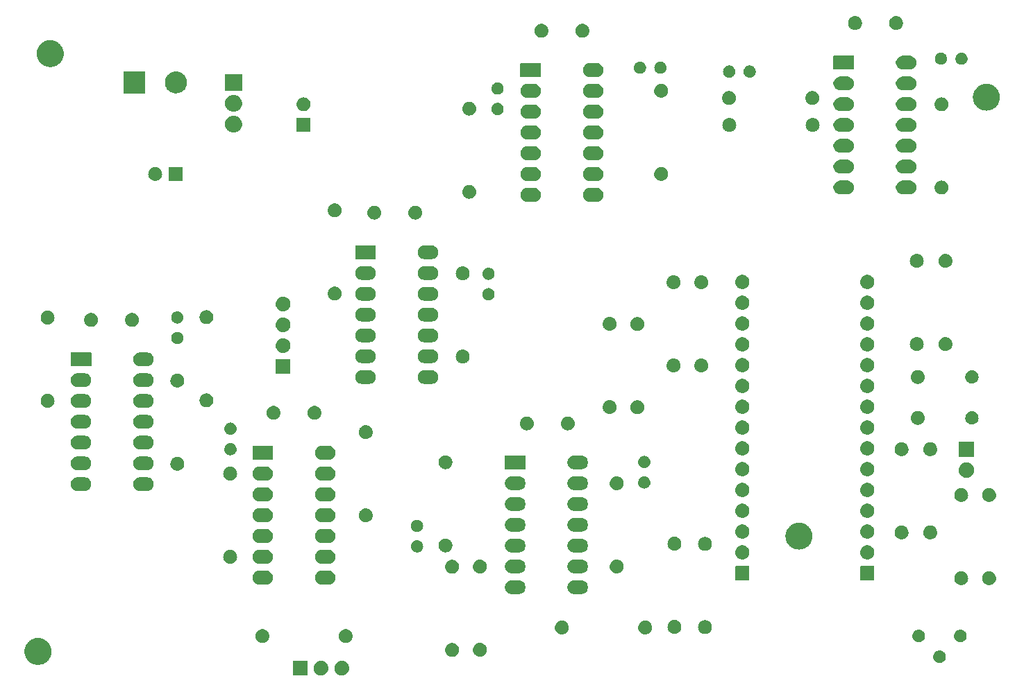
<source format=gbr>
%TF.GenerationSoftware,KiCad,Pcbnew,8.0.0*%
%TF.CreationDate,2025-03-10T21:38:56+01:00*%
%TF.ProjectId,Coincidence_board,436f696e-6369-4646-956e-63655f626f61,rev?*%
%TF.SameCoordinates,Original*%
%TF.FileFunction,Soldermask,Top*%
%TF.FilePolarity,Negative*%
%FSLAX46Y46*%
G04 Gerber Fmt 4.6, Leading zero omitted, Abs format (unit mm)*
G04 Created by KiCad (PCBNEW 8.0.0) date 2025-03-10 21:38:56*
%MOMM*%
%LPD*%
G01*
G04 APERTURE LIST*
G04 APERTURE END LIST*
G36*
X172444134Y-146553806D02*
G01*
X172460355Y-146564645D01*
X172471194Y-146580866D01*
X172475000Y-146600000D01*
X172475000Y-148300000D01*
X172471194Y-148319134D01*
X172460355Y-148335355D01*
X172444134Y-148346194D01*
X172425000Y-148350000D01*
X170725000Y-148350000D01*
X170705866Y-148346194D01*
X170689645Y-148335355D01*
X170678806Y-148319134D01*
X170675000Y-148300000D01*
X170675000Y-146600000D01*
X170678806Y-146580866D01*
X170689645Y-146564645D01*
X170705866Y-146553806D01*
X170725000Y-146550000D01*
X172425000Y-146550000D01*
X172444134Y-146553806D01*
G37*
G36*
X174158921Y-146554930D02*
G01*
X174209076Y-146554930D01*
X174252385Y-146564135D01*
X174290460Y-146567886D01*
X174338296Y-146582396D01*
X174393115Y-146594049D01*
X174428191Y-146609665D01*
X174459186Y-146619068D01*
X174508442Y-146645396D01*
X174565000Y-146670577D01*
X174591294Y-146689680D01*
X174614673Y-146702177D01*
X174662367Y-146741318D01*
X174717218Y-146781170D01*
X174735025Y-146800947D01*
X174750968Y-146814031D01*
X174793808Y-146866232D01*
X174843115Y-146920993D01*
X174853474Y-146938935D01*
X174862822Y-146950326D01*
X174897398Y-147015015D01*
X174937191Y-147083937D01*
X174941768Y-147098026D01*
X174945931Y-147105813D01*
X174968875Y-147181450D01*
X174995333Y-147262879D01*
X174996264Y-147271741D01*
X174997113Y-147274539D01*
X175005377Y-147358448D01*
X175015000Y-147450000D01*
X175005376Y-147541559D01*
X174997113Y-147625460D01*
X174996264Y-147628256D01*
X174995333Y-147637121D01*
X174968870Y-147718563D01*
X174945931Y-147794186D01*
X174941769Y-147801971D01*
X174937191Y-147816063D01*
X174897391Y-147884997D01*
X174862822Y-147949673D01*
X174853476Y-147961060D01*
X174843115Y-147979007D01*
X174793799Y-148033777D01*
X174750968Y-148085968D01*
X174735029Y-148099048D01*
X174717218Y-148118830D01*
X174662356Y-148158688D01*
X174614673Y-148197822D01*
X174591299Y-148210315D01*
X174565000Y-148229423D01*
X174508431Y-148254608D01*
X174459186Y-148280931D01*
X174428198Y-148290330D01*
X174393115Y-148305951D01*
X174338285Y-148317605D01*
X174290460Y-148332113D01*
X174252394Y-148335862D01*
X174209076Y-148345070D01*
X174158911Y-148345070D01*
X174115000Y-148349395D01*
X174071089Y-148345070D01*
X174020924Y-148345070D01*
X173977605Y-148335862D01*
X173939539Y-148332113D01*
X173891711Y-148317604D01*
X173836885Y-148305951D01*
X173801803Y-148290331D01*
X173770813Y-148280931D01*
X173721562Y-148254606D01*
X173665000Y-148229423D01*
X173638703Y-148210317D01*
X173615326Y-148197822D01*
X173567634Y-148158682D01*
X173512782Y-148118830D01*
X173494973Y-148099051D01*
X173479031Y-148085968D01*
X173436189Y-148033765D01*
X173386885Y-147979007D01*
X173376526Y-147961065D01*
X173367177Y-147949673D01*
X173332594Y-147884974D01*
X173292809Y-147816063D01*
X173288231Y-147801976D01*
X173284068Y-147794186D01*
X173261114Y-147718517D01*
X173234667Y-147637121D01*
X173233735Y-147628261D01*
X173232886Y-147625460D01*
X173224607Y-147541408D01*
X173215000Y-147450000D01*
X173224606Y-147358599D01*
X173232886Y-147274539D01*
X173233736Y-147271736D01*
X173234667Y-147262879D01*
X173261109Y-147181496D01*
X173284068Y-147105813D01*
X173288232Y-147098021D01*
X173292809Y-147083937D01*
X173332587Y-147015038D01*
X173367177Y-146950326D01*
X173376528Y-146938931D01*
X173386885Y-146920993D01*
X173436180Y-146866245D01*
X173479031Y-146814031D01*
X173494976Y-146800944D01*
X173512782Y-146781170D01*
X173567623Y-146741325D01*
X173615326Y-146702177D01*
X173638708Y-146689678D01*
X173665000Y-146670577D01*
X173721551Y-146645398D01*
X173770813Y-146619068D01*
X173801810Y-146609664D01*
X173836885Y-146594049D01*
X173891700Y-146582397D01*
X173939539Y-146567886D01*
X173977614Y-146564135D01*
X174020924Y-146554930D01*
X174071079Y-146554930D01*
X174115000Y-146550604D01*
X174158921Y-146554930D01*
G37*
G36*
X176698921Y-146554930D02*
G01*
X176749076Y-146554930D01*
X176792385Y-146564135D01*
X176830460Y-146567886D01*
X176878296Y-146582396D01*
X176933115Y-146594049D01*
X176968191Y-146609665D01*
X176999186Y-146619068D01*
X177048442Y-146645396D01*
X177105000Y-146670577D01*
X177131294Y-146689680D01*
X177154673Y-146702177D01*
X177202367Y-146741318D01*
X177257218Y-146781170D01*
X177275025Y-146800947D01*
X177290968Y-146814031D01*
X177333808Y-146866232D01*
X177383115Y-146920993D01*
X177393474Y-146938935D01*
X177402822Y-146950326D01*
X177437398Y-147015015D01*
X177477191Y-147083937D01*
X177481768Y-147098026D01*
X177485931Y-147105813D01*
X177508875Y-147181450D01*
X177535333Y-147262879D01*
X177536264Y-147271741D01*
X177537113Y-147274539D01*
X177545377Y-147358448D01*
X177555000Y-147450000D01*
X177545376Y-147541559D01*
X177537113Y-147625460D01*
X177536264Y-147628256D01*
X177535333Y-147637121D01*
X177508870Y-147718563D01*
X177485931Y-147794186D01*
X177481769Y-147801971D01*
X177477191Y-147816063D01*
X177437391Y-147884997D01*
X177402822Y-147949673D01*
X177393476Y-147961060D01*
X177383115Y-147979007D01*
X177333799Y-148033777D01*
X177290968Y-148085968D01*
X177275029Y-148099048D01*
X177257218Y-148118830D01*
X177202356Y-148158688D01*
X177154673Y-148197822D01*
X177131299Y-148210315D01*
X177105000Y-148229423D01*
X177048431Y-148254608D01*
X176999186Y-148280931D01*
X176968198Y-148290330D01*
X176933115Y-148305951D01*
X176878285Y-148317605D01*
X176830460Y-148332113D01*
X176792394Y-148335862D01*
X176749076Y-148345070D01*
X176698911Y-148345070D01*
X176655000Y-148349395D01*
X176611089Y-148345070D01*
X176560924Y-148345070D01*
X176517605Y-148335862D01*
X176479539Y-148332113D01*
X176431711Y-148317604D01*
X176376885Y-148305951D01*
X176341803Y-148290331D01*
X176310813Y-148280931D01*
X176261562Y-148254606D01*
X176205000Y-148229423D01*
X176178703Y-148210317D01*
X176155326Y-148197822D01*
X176107634Y-148158682D01*
X176052782Y-148118830D01*
X176034973Y-148099051D01*
X176019031Y-148085968D01*
X175976189Y-148033765D01*
X175926885Y-147979007D01*
X175916526Y-147961065D01*
X175907177Y-147949673D01*
X175872594Y-147884974D01*
X175832809Y-147816063D01*
X175828231Y-147801976D01*
X175824068Y-147794186D01*
X175801114Y-147718517D01*
X175774667Y-147637121D01*
X175773735Y-147628261D01*
X175772886Y-147625460D01*
X175764607Y-147541408D01*
X175755000Y-147450000D01*
X175764606Y-147358599D01*
X175772886Y-147274539D01*
X175773736Y-147271736D01*
X175774667Y-147262879D01*
X175801109Y-147181496D01*
X175824068Y-147105813D01*
X175828232Y-147098021D01*
X175832809Y-147083937D01*
X175872587Y-147015038D01*
X175907177Y-146950326D01*
X175916528Y-146938931D01*
X175926885Y-146920993D01*
X175976180Y-146866245D01*
X176019031Y-146814031D01*
X176034976Y-146800944D01*
X176052782Y-146781170D01*
X176107623Y-146741325D01*
X176155326Y-146702177D01*
X176178708Y-146689678D01*
X176205000Y-146670577D01*
X176261551Y-146645398D01*
X176310813Y-146619068D01*
X176341810Y-146609664D01*
X176376885Y-146594049D01*
X176431700Y-146582397D01*
X176479539Y-146567886D01*
X176517614Y-146564135D01*
X176560924Y-146554930D01*
X176611079Y-146554930D01*
X176655000Y-146550604D01*
X176698921Y-146554930D01*
G37*
G36*
X139663062Y-143754963D02*
G01*
X139723278Y-143754963D01*
X139789075Y-143764880D01*
X139858117Y-143770314D01*
X139913767Y-143783674D01*
X139967079Y-143791710D01*
X140036747Y-143813199D01*
X140109878Y-143830757D01*
X140157160Y-143850342D01*
X140202687Y-143864385D01*
X140274160Y-143898804D01*
X140349084Y-143929839D01*
X140387544Y-143953407D01*
X140424825Y-143971361D01*
X140495734Y-144019706D01*
X140569846Y-144065122D01*
X140599522Y-144090468D01*
X140628537Y-144110250D01*
X140696287Y-144173113D01*
X140766726Y-144233274D01*
X140788116Y-144258318D01*
X140809278Y-144277954D01*
X140871151Y-144355540D01*
X140934878Y-144430154D01*
X140948891Y-144453021D01*
X140963007Y-144470722D01*
X141016239Y-144562924D01*
X141070161Y-144650916D01*
X141078082Y-144670039D01*
X141086282Y-144684242D01*
X141128106Y-144790809D01*
X141169243Y-144890122D01*
X141172644Y-144904291D01*
X141176359Y-144913755D01*
X141204174Y-145035622D01*
X141229686Y-145141883D01*
X141230347Y-145150291D01*
X141231225Y-145154135D01*
X141242663Y-145306780D01*
X141250000Y-145400000D01*
X141242662Y-145493226D01*
X141231225Y-145645864D01*
X141230347Y-145649706D01*
X141229686Y-145658117D01*
X141204170Y-145764396D01*
X141176359Y-145886244D01*
X141172645Y-145895706D01*
X141169243Y-145909878D01*
X141128098Y-146009208D01*
X141086282Y-146115757D01*
X141078083Y-146129957D01*
X141070161Y-146149084D01*
X141016229Y-146237092D01*
X140963007Y-146329277D01*
X140948893Y-146346973D01*
X140934878Y-146369846D01*
X140871139Y-146444473D01*
X140809278Y-146522045D01*
X140788120Y-146541676D01*
X140766726Y-146566726D01*
X140696274Y-146626897D01*
X140628537Y-146689749D01*
X140599528Y-146709527D01*
X140569846Y-146734878D01*
X140495720Y-146780302D01*
X140424825Y-146828638D01*
X140387552Y-146846587D01*
X140349084Y-146870161D01*
X140274145Y-146901201D01*
X140202687Y-146935614D01*
X140157170Y-146949653D01*
X140109878Y-146969243D01*
X140036733Y-146986803D01*
X139967079Y-147008289D01*
X139913776Y-147016323D01*
X139858117Y-147029686D01*
X139789072Y-147035119D01*
X139723278Y-147045037D01*
X139663062Y-147045037D01*
X139600000Y-147050000D01*
X139536938Y-147045037D01*
X139476722Y-147045037D01*
X139410927Y-147035119D01*
X139341883Y-147029686D01*
X139286225Y-147016323D01*
X139232920Y-147008289D01*
X139163262Y-146986802D01*
X139090122Y-146969243D01*
X139042832Y-146949655D01*
X138997312Y-146935614D01*
X138925849Y-146901199D01*
X138850916Y-146870161D01*
X138812448Y-146846587D01*
X138775175Y-146828638D01*
X138704276Y-146780300D01*
X138630154Y-146734878D01*
X138600475Y-146709529D01*
X138571462Y-146689749D01*
X138503713Y-146626886D01*
X138433274Y-146566726D01*
X138411883Y-146541681D01*
X138390721Y-146522045D01*
X138328845Y-146444455D01*
X138265122Y-146369846D01*
X138251109Y-146346979D01*
X138236992Y-146329277D01*
X138183753Y-146237063D01*
X138129839Y-146149084D01*
X138121919Y-146129963D01*
X138113717Y-146115757D01*
X138071881Y-146009162D01*
X138030757Y-145909878D01*
X138027356Y-145895712D01*
X138023640Y-145886244D01*
X137995809Y-145764312D01*
X137970314Y-145658117D01*
X137969652Y-145649713D01*
X137968774Y-145645864D01*
X137957316Y-145492961D01*
X137950000Y-145400000D01*
X137957315Y-145307046D01*
X137968774Y-145154135D01*
X137969652Y-145150284D01*
X137970314Y-145141883D01*
X137995804Y-145035706D01*
X138023640Y-144913755D01*
X138027356Y-144904284D01*
X138030757Y-144890122D01*
X138071874Y-144790855D01*
X138113717Y-144684242D01*
X138121920Y-144670033D01*
X138129839Y-144650916D01*
X138183743Y-144562952D01*
X138236992Y-144470722D01*
X138251111Y-144453016D01*
X138265122Y-144430154D01*
X138328832Y-144355558D01*
X138390721Y-144277954D01*
X138411887Y-144258314D01*
X138433274Y-144233274D01*
X138503699Y-144173124D01*
X138571462Y-144110250D01*
X138600481Y-144090465D01*
X138630154Y-144065122D01*
X138704262Y-144019708D01*
X138775175Y-143971361D01*
X138812455Y-143953407D01*
X138850916Y-143929839D01*
X138925835Y-143898806D01*
X138997312Y-143864385D01*
X139042842Y-143850340D01*
X139090122Y-143830757D01*
X139163247Y-143813200D01*
X139232920Y-143791710D01*
X139286234Y-143783674D01*
X139341883Y-143770314D01*
X139410923Y-143764880D01*
X139476722Y-143754963D01*
X139536938Y-143754963D01*
X139600000Y-143750000D01*
X139663062Y-143754963D01*
G37*
G36*
X249603514Y-145274903D02*
G01*
X249640413Y-145274903D01*
X249682041Y-145283751D01*
X249731341Y-145289306D01*
X249767184Y-145301848D01*
X249797732Y-145308341D01*
X249841752Y-145327940D01*
X249894090Y-145346254D01*
X249921334Y-145363373D01*
X249944655Y-145373756D01*
X249988139Y-145405349D01*
X250040087Y-145437990D01*
X250058741Y-145456644D01*
X250074769Y-145468289D01*
X250114389Y-145512292D01*
X250162010Y-145559913D01*
X250172965Y-145577348D01*
X250182385Y-145587810D01*
X250214613Y-145643630D01*
X250253746Y-145705910D01*
X250258631Y-145719871D01*
X250262800Y-145727092D01*
X250284151Y-145792805D01*
X250310694Y-145868659D01*
X250311700Y-145877589D01*
X250312500Y-145880051D01*
X250319749Y-145949026D01*
X250330000Y-146040000D01*
X250319748Y-146130981D01*
X250312500Y-146199948D01*
X250311700Y-146202408D01*
X250310694Y-146211341D01*
X250284147Y-146287207D01*
X250262800Y-146352907D01*
X250258632Y-146360125D01*
X250253746Y-146374090D01*
X250214605Y-146436381D01*
X250182385Y-146492189D01*
X250172967Y-146502648D01*
X250162010Y-146520087D01*
X250114380Y-146567716D01*
X250074769Y-146611710D01*
X250058744Y-146623352D01*
X250040087Y-146642010D01*
X249988129Y-146674657D01*
X249944655Y-146706243D01*
X249921340Y-146716623D01*
X249894090Y-146733746D01*
X249841742Y-146752063D01*
X249797732Y-146771658D01*
X249767190Y-146778149D01*
X249731341Y-146790694D01*
X249682039Y-146796249D01*
X249640413Y-146805097D01*
X249603514Y-146805097D01*
X249560000Y-146810000D01*
X249516486Y-146805097D01*
X249479587Y-146805097D01*
X249437960Y-146796249D01*
X249388659Y-146790694D01*
X249352810Y-146778150D01*
X249322267Y-146771658D01*
X249278252Y-146752061D01*
X249225910Y-146733746D01*
X249198662Y-146716624D01*
X249175344Y-146706243D01*
X249131863Y-146674652D01*
X249079913Y-146642010D01*
X249061257Y-146623354D01*
X249045230Y-146611710D01*
X249005609Y-146567706D01*
X248957990Y-146520087D01*
X248947034Y-146502652D01*
X248937614Y-146492189D01*
X248905381Y-146436361D01*
X248866254Y-146374090D01*
X248861369Y-146360129D01*
X248857199Y-146352907D01*
X248835838Y-146287167D01*
X248809306Y-146211341D01*
X248808300Y-146202413D01*
X248807499Y-146199948D01*
X248800236Y-146130849D01*
X248790000Y-146040000D01*
X248800235Y-145949158D01*
X248807499Y-145880051D01*
X248808300Y-145877585D01*
X248809306Y-145868659D01*
X248835834Y-145792845D01*
X248857199Y-145727092D01*
X248861370Y-145719867D01*
X248866254Y-145705910D01*
X248905374Y-145643649D01*
X248937614Y-145587810D01*
X248947036Y-145577344D01*
X248957990Y-145559913D01*
X249005601Y-145512301D01*
X249045232Y-145468287D01*
X249061263Y-145456639D01*
X249079913Y-145437990D01*
X249131848Y-145405356D01*
X249175342Y-145373757D01*
X249198666Y-145363371D01*
X249225910Y-145346254D01*
X249278242Y-145327942D01*
X249322267Y-145308341D01*
X249352816Y-145301847D01*
X249388659Y-145289306D01*
X249437957Y-145283751D01*
X249479587Y-145274903D01*
X249516486Y-145274903D01*
X249560000Y-145270000D01*
X249603514Y-145274903D01*
G37*
G36*
X190161140Y-144374656D02*
G01*
X190208849Y-144374656D01*
X190250045Y-144383412D01*
X190285706Y-144386925D01*
X190330513Y-144400516D01*
X190382664Y-144411602D01*
X190416030Y-144426457D01*
X190445052Y-144435261D01*
X190491167Y-144459910D01*
X190545000Y-144483878D01*
X190570031Y-144502064D01*
X190591897Y-144513752D01*
X190636497Y-144550355D01*
X190688761Y-144588327D01*
X190705731Y-144607174D01*
X190720612Y-144619387D01*
X190760608Y-144668122D01*
X190807664Y-144720383D01*
X190817547Y-144737502D01*
X190826247Y-144748102D01*
X190858427Y-144808307D01*
X190896514Y-144874274D01*
X190900894Y-144887757D01*
X190904738Y-144894947D01*
X190925926Y-144964796D01*
X190951425Y-145043275D01*
X190952322Y-145051816D01*
X190953074Y-145054293D01*
X190960385Y-145128522D01*
X190970000Y-145220000D01*
X190960384Y-145311485D01*
X190953074Y-145385706D01*
X190952322Y-145388182D01*
X190951425Y-145396725D01*
X190925921Y-145475217D01*
X190904738Y-145545052D01*
X190900895Y-145552240D01*
X190896514Y-145565726D01*
X190858420Y-145631704D01*
X190826247Y-145691897D01*
X190817549Y-145702494D01*
X190807664Y-145719617D01*
X190760599Y-145771888D01*
X190720612Y-145820612D01*
X190705734Y-145832821D01*
X190688761Y-145851673D01*
X190636486Y-145889652D01*
X190591897Y-145926247D01*
X190570036Y-145937931D01*
X190545000Y-145956122D01*
X190491155Y-145980094D01*
X190445052Y-146004738D01*
X190416037Y-146013539D01*
X190382664Y-146028398D01*
X190330502Y-146039485D01*
X190285706Y-146053074D01*
X190250053Y-146056585D01*
X190208849Y-146065344D01*
X190161130Y-146065344D01*
X190120000Y-146069395D01*
X190078870Y-146065344D01*
X190031151Y-146065344D01*
X189989946Y-146056585D01*
X189954293Y-146053074D01*
X189909493Y-146039484D01*
X189857336Y-146028398D01*
X189823964Y-146013540D01*
X189794947Y-146004738D01*
X189748838Y-145980092D01*
X189695000Y-145956122D01*
X189669966Y-145937933D01*
X189648102Y-145926247D01*
X189603504Y-145889646D01*
X189551239Y-145851673D01*
X189534267Y-145832824D01*
X189519387Y-145820612D01*
X189479389Y-145771875D01*
X189432336Y-145719617D01*
X189422452Y-145702498D01*
X189413752Y-145691897D01*
X189381565Y-145631681D01*
X189343486Y-145565726D01*
X189339105Y-145552245D01*
X189335261Y-145545052D01*
X189314063Y-145475171D01*
X189288575Y-145396725D01*
X189287677Y-145388187D01*
X189286925Y-145385706D01*
X189279599Y-145311334D01*
X189270000Y-145220000D01*
X189279598Y-145128674D01*
X189286925Y-145054293D01*
X189287677Y-145051811D01*
X189288575Y-145043275D01*
X189314058Y-144964842D01*
X189335261Y-144894947D01*
X189339106Y-144887752D01*
X189343486Y-144874274D01*
X189381558Y-144808330D01*
X189413752Y-144748102D01*
X189422454Y-144737498D01*
X189432336Y-144720383D01*
X189479380Y-144668134D01*
X189519387Y-144619387D01*
X189534271Y-144607171D01*
X189551239Y-144588327D01*
X189603493Y-144550361D01*
X189648102Y-144513752D01*
X189669971Y-144502062D01*
X189695000Y-144483878D01*
X189748826Y-144459912D01*
X189794947Y-144435261D01*
X189823971Y-144426456D01*
X189857336Y-144411602D01*
X189909482Y-144400517D01*
X189954293Y-144386925D01*
X189989955Y-144383412D01*
X190031151Y-144374656D01*
X190078860Y-144374656D01*
X190120000Y-144370604D01*
X190161140Y-144374656D01*
G37*
G36*
X193541140Y-144354656D02*
G01*
X193588849Y-144354656D01*
X193630045Y-144363412D01*
X193665706Y-144366925D01*
X193710513Y-144380516D01*
X193762664Y-144391602D01*
X193796030Y-144406457D01*
X193825052Y-144415261D01*
X193871167Y-144439910D01*
X193925000Y-144463878D01*
X193950031Y-144482064D01*
X193971897Y-144493752D01*
X194016497Y-144530355D01*
X194068761Y-144568327D01*
X194085731Y-144587174D01*
X194100612Y-144599387D01*
X194140608Y-144648122D01*
X194187664Y-144700383D01*
X194197547Y-144717502D01*
X194206247Y-144728102D01*
X194238427Y-144788307D01*
X194276514Y-144854274D01*
X194280894Y-144867757D01*
X194284738Y-144874947D01*
X194305926Y-144944796D01*
X194331425Y-145023275D01*
X194332322Y-145031816D01*
X194333074Y-145034293D01*
X194340385Y-145108522D01*
X194350000Y-145200000D01*
X194340384Y-145291485D01*
X194333074Y-145365706D01*
X194332322Y-145368182D01*
X194331425Y-145376725D01*
X194305921Y-145455217D01*
X194284738Y-145525052D01*
X194280895Y-145532240D01*
X194276514Y-145545726D01*
X194238420Y-145611704D01*
X194206247Y-145671897D01*
X194197549Y-145682494D01*
X194187664Y-145699617D01*
X194140599Y-145751888D01*
X194100612Y-145800612D01*
X194085734Y-145812821D01*
X194068761Y-145831673D01*
X194016486Y-145869652D01*
X193971897Y-145906247D01*
X193950036Y-145917931D01*
X193925000Y-145936122D01*
X193871155Y-145960094D01*
X193825052Y-145984738D01*
X193796037Y-145993539D01*
X193762664Y-146008398D01*
X193710502Y-146019485D01*
X193665706Y-146033074D01*
X193630053Y-146036585D01*
X193588849Y-146045344D01*
X193541130Y-146045344D01*
X193500000Y-146049395D01*
X193458870Y-146045344D01*
X193411151Y-146045344D01*
X193369946Y-146036585D01*
X193334293Y-146033074D01*
X193289493Y-146019484D01*
X193237336Y-146008398D01*
X193203964Y-145993540D01*
X193174947Y-145984738D01*
X193128838Y-145960092D01*
X193075000Y-145936122D01*
X193049966Y-145917933D01*
X193028102Y-145906247D01*
X192983504Y-145869646D01*
X192931239Y-145831673D01*
X192914267Y-145812824D01*
X192899387Y-145800612D01*
X192859389Y-145751875D01*
X192812336Y-145699617D01*
X192802452Y-145682498D01*
X192793752Y-145671897D01*
X192761565Y-145611681D01*
X192723486Y-145545726D01*
X192719105Y-145532245D01*
X192715261Y-145525052D01*
X192694063Y-145455171D01*
X192668575Y-145376725D01*
X192667677Y-145368187D01*
X192666925Y-145365706D01*
X192659599Y-145291334D01*
X192650000Y-145200000D01*
X192659598Y-145108674D01*
X192666925Y-145034293D01*
X192667677Y-145031811D01*
X192668575Y-145023275D01*
X192694058Y-144944842D01*
X192715261Y-144874947D01*
X192719106Y-144867752D01*
X192723486Y-144854274D01*
X192761558Y-144788330D01*
X192793752Y-144728102D01*
X192802454Y-144717498D01*
X192812336Y-144700383D01*
X192859380Y-144648134D01*
X192899387Y-144599387D01*
X192914271Y-144587171D01*
X192931239Y-144568327D01*
X192983493Y-144530361D01*
X193028102Y-144493752D01*
X193049971Y-144482062D01*
X193075000Y-144463878D01*
X193128826Y-144439912D01*
X193174947Y-144415261D01*
X193203971Y-144406456D01*
X193237336Y-144391602D01*
X193289482Y-144380517D01*
X193334293Y-144366925D01*
X193369955Y-144363412D01*
X193411151Y-144354656D01*
X193458860Y-144354656D01*
X193500000Y-144350604D01*
X193541140Y-144354656D01*
G37*
G36*
X167016140Y-142679656D02*
G01*
X167063849Y-142679656D01*
X167105045Y-142688412D01*
X167140706Y-142691925D01*
X167185513Y-142705516D01*
X167237664Y-142716602D01*
X167271030Y-142731457D01*
X167300052Y-142740261D01*
X167346167Y-142764910D01*
X167400000Y-142788878D01*
X167425031Y-142807064D01*
X167446897Y-142818752D01*
X167491497Y-142855355D01*
X167543761Y-142893327D01*
X167560731Y-142912174D01*
X167575612Y-142924387D01*
X167615608Y-142973122D01*
X167662664Y-143025383D01*
X167672547Y-143042502D01*
X167681247Y-143053102D01*
X167713427Y-143113307D01*
X167751514Y-143179274D01*
X167755894Y-143192757D01*
X167759738Y-143199947D01*
X167780926Y-143269796D01*
X167806425Y-143348275D01*
X167807322Y-143356816D01*
X167808074Y-143359293D01*
X167815385Y-143433522D01*
X167825000Y-143525000D01*
X167815384Y-143616485D01*
X167808074Y-143690706D01*
X167807322Y-143693182D01*
X167806425Y-143701725D01*
X167780921Y-143780217D01*
X167759738Y-143850052D01*
X167755895Y-143857240D01*
X167751514Y-143870726D01*
X167713420Y-143936704D01*
X167681247Y-143996897D01*
X167672549Y-144007494D01*
X167662664Y-144024617D01*
X167615599Y-144076888D01*
X167575612Y-144125612D01*
X167560734Y-144137821D01*
X167543761Y-144156673D01*
X167491486Y-144194652D01*
X167446897Y-144231247D01*
X167425036Y-144242931D01*
X167400000Y-144261122D01*
X167346155Y-144285094D01*
X167300052Y-144309738D01*
X167271037Y-144318539D01*
X167237664Y-144333398D01*
X167185502Y-144344485D01*
X167140706Y-144358074D01*
X167105053Y-144361585D01*
X167063849Y-144370344D01*
X167016130Y-144370344D01*
X166975000Y-144374395D01*
X166933870Y-144370344D01*
X166886151Y-144370344D01*
X166844946Y-144361585D01*
X166809293Y-144358074D01*
X166764493Y-144344484D01*
X166712336Y-144333398D01*
X166678964Y-144318540D01*
X166649947Y-144309738D01*
X166603838Y-144285092D01*
X166550000Y-144261122D01*
X166524966Y-144242933D01*
X166503102Y-144231247D01*
X166458504Y-144194646D01*
X166406239Y-144156673D01*
X166389267Y-144137824D01*
X166374387Y-144125612D01*
X166334389Y-144076875D01*
X166287336Y-144024617D01*
X166277452Y-144007498D01*
X166268752Y-143996897D01*
X166236565Y-143936681D01*
X166198486Y-143870726D01*
X166194105Y-143857245D01*
X166190261Y-143850052D01*
X166169063Y-143780171D01*
X166143575Y-143701725D01*
X166142677Y-143693187D01*
X166141925Y-143690706D01*
X166134599Y-143616334D01*
X166125000Y-143525000D01*
X166134598Y-143433674D01*
X166141925Y-143359293D01*
X166142677Y-143356811D01*
X166143575Y-143348275D01*
X166169058Y-143269842D01*
X166190261Y-143199947D01*
X166194106Y-143192752D01*
X166198486Y-143179274D01*
X166236558Y-143113330D01*
X166268752Y-143053102D01*
X166277454Y-143042498D01*
X166287336Y-143025383D01*
X166334380Y-142973134D01*
X166374387Y-142924387D01*
X166389271Y-142912171D01*
X166406239Y-142893327D01*
X166458493Y-142855361D01*
X166503102Y-142818752D01*
X166524971Y-142807062D01*
X166550000Y-142788878D01*
X166603826Y-142764912D01*
X166649947Y-142740261D01*
X166678971Y-142731456D01*
X166712336Y-142716602D01*
X166764482Y-142705517D01*
X166809293Y-142691925D01*
X166844955Y-142688412D01*
X166886151Y-142679656D01*
X166933860Y-142679656D01*
X166975000Y-142675604D01*
X167016140Y-142679656D01*
G37*
G36*
X177176140Y-142679656D02*
G01*
X177223849Y-142679656D01*
X177265045Y-142688412D01*
X177300706Y-142691925D01*
X177345513Y-142705516D01*
X177397664Y-142716602D01*
X177431030Y-142731457D01*
X177460052Y-142740261D01*
X177506167Y-142764910D01*
X177560000Y-142788878D01*
X177585031Y-142807064D01*
X177606897Y-142818752D01*
X177651497Y-142855355D01*
X177703761Y-142893327D01*
X177720731Y-142912174D01*
X177735612Y-142924387D01*
X177775608Y-142973122D01*
X177822664Y-143025383D01*
X177832547Y-143042502D01*
X177841247Y-143053102D01*
X177873427Y-143113307D01*
X177911514Y-143179274D01*
X177915894Y-143192757D01*
X177919738Y-143199947D01*
X177940926Y-143269796D01*
X177966425Y-143348275D01*
X177967322Y-143356816D01*
X177968074Y-143359293D01*
X177975385Y-143433522D01*
X177985000Y-143525000D01*
X177975384Y-143616485D01*
X177968074Y-143690706D01*
X177967322Y-143693182D01*
X177966425Y-143701725D01*
X177940921Y-143780217D01*
X177919738Y-143850052D01*
X177915895Y-143857240D01*
X177911514Y-143870726D01*
X177873420Y-143936704D01*
X177841247Y-143996897D01*
X177832549Y-144007494D01*
X177822664Y-144024617D01*
X177775599Y-144076888D01*
X177735612Y-144125612D01*
X177720734Y-144137821D01*
X177703761Y-144156673D01*
X177651486Y-144194652D01*
X177606897Y-144231247D01*
X177585036Y-144242931D01*
X177560000Y-144261122D01*
X177506155Y-144285094D01*
X177460052Y-144309738D01*
X177431037Y-144318539D01*
X177397664Y-144333398D01*
X177345502Y-144344485D01*
X177300706Y-144358074D01*
X177265053Y-144361585D01*
X177223849Y-144370344D01*
X177176130Y-144370344D01*
X177135000Y-144374395D01*
X177093870Y-144370344D01*
X177046151Y-144370344D01*
X177004946Y-144361585D01*
X176969293Y-144358074D01*
X176924493Y-144344484D01*
X176872336Y-144333398D01*
X176838964Y-144318540D01*
X176809947Y-144309738D01*
X176763838Y-144285092D01*
X176710000Y-144261122D01*
X176684966Y-144242933D01*
X176663102Y-144231247D01*
X176618504Y-144194646D01*
X176566239Y-144156673D01*
X176549267Y-144137824D01*
X176534387Y-144125612D01*
X176494389Y-144076875D01*
X176447336Y-144024617D01*
X176437452Y-144007498D01*
X176428752Y-143996897D01*
X176396565Y-143936681D01*
X176358486Y-143870726D01*
X176354105Y-143857245D01*
X176350261Y-143850052D01*
X176329063Y-143780171D01*
X176303575Y-143701725D01*
X176302677Y-143693187D01*
X176301925Y-143690706D01*
X176294599Y-143616334D01*
X176285000Y-143525000D01*
X176294598Y-143433674D01*
X176301925Y-143359293D01*
X176302677Y-143356811D01*
X176303575Y-143348275D01*
X176329058Y-143269842D01*
X176350261Y-143199947D01*
X176354106Y-143192752D01*
X176358486Y-143179274D01*
X176396558Y-143113330D01*
X176428752Y-143053102D01*
X176437454Y-143042498D01*
X176447336Y-143025383D01*
X176494380Y-142973134D01*
X176534387Y-142924387D01*
X176549271Y-142912171D01*
X176566239Y-142893327D01*
X176618493Y-142855361D01*
X176663102Y-142818752D01*
X176684971Y-142807062D01*
X176710000Y-142788878D01*
X176763826Y-142764912D01*
X176809947Y-142740261D01*
X176838971Y-142731456D01*
X176872336Y-142716602D01*
X176924482Y-142705517D01*
X176969293Y-142691925D01*
X177004955Y-142688412D01*
X177046151Y-142679656D01*
X177093860Y-142679656D01*
X177135000Y-142675604D01*
X177176140Y-142679656D01*
G37*
G36*
X247063514Y-142734903D02*
G01*
X247100413Y-142734903D01*
X247142041Y-142743751D01*
X247191341Y-142749306D01*
X247227184Y-142761848D01*
X247257732Y-142768341D01*
X247301752Y-142787940D01*
X247354090Y-142806254D01*
X247381334Y-142823373D01*
X247404655Y-142833756D01*
X247448139Y-142865349D01*
X247500087Y-142897990D01*
X247518741Y-142916644D01*
X247534769Y-142928289D01*
X247574389Y-142972292D01*
X247622010Y-143019913D01*
X247632965Y-143037348D01*
X247642385Y-143047810D01*
X247674613Y-143103630D01*
X247713746Y-143165910D01*
X247718631Y-143179871D01*
X247722800Y-143187092D01*
X247744151Y-143252805D01*
X247770694Y-143328659D01*
X247771700Y-143337589D01*
X247772500Y-143340051D01*
X247779749Y-143409026D01*
X247790000Y-143500000D01*
X247779748Y-143590981D01*
X247772500Y-143659948D01*
X247771700Y-143662408D01*
X247770694Y-143671341D01*
X247744147Y-143747207D01*
X247722800Y-143812907D01*
X247718632Y-143820125D01*
X247713746Y-143834090D01*
X247674605Y-143896381D01*
X247642385Y-143952189D01*
X247632967Y-143962648D01*
X247622010Y-143980087D01*
X247574380Y-144027716D01*
X247534769Y-144071710D01*
X247518744Y-144083352D01*
X247500087Y-144102010D01*
X247448129Y-144134657D01*
X247404655Y-144166243D01*
X247381340Y-144176623D01*
X247354090Y-144193746D01*
X247301742Y-144212063D01*
X247257732Y-144231658D01*
X247227190Y-144238149D01*
X247191341Y-144250694D01*
X247142039Y-144256249D01*
X247100413Y-144265097D01*
X247063514Y-144265097D01*
X247020000Y-144270000D01*
X246976486Y-144265097D01*
X246939587Y-144265097D01*
X246897960Y-144256249D01*
X246848659Y-144250694D01*
X246812810Y-144238150D01*
X246782267Y-144231658D01*
X246738252Y-144212061D01*
X246685910Y-144193746D01*
X246658662Y-144176624D01*
X246635344Y-144166243D01*
X246591863Y-144134652D01*
X246539913Y-144102010D01*
X246521257Y-144083354D01*
X246505230Y-144071710D01*
X246465609Y-144027706D01*
X246417990Y-143980087D01*
X246407034Y-143962652D01*
X246397614Y-143952189D01*
X246365381Y-143896361D01*
X246326254Y-143834090D01*
X246321369Y-143820129D01*
X246317199Y-143812907D01*
X246295838Y-143747167D01*
X246269306Y-143671341D01*
X246268300Y-143662413D01*
X246267499Y-143659948D01*
X246260236Y-143590849D01*
X246250000Y-143500000D01*
X246260235Y-143409158D01*
X246267499Y-143340051D01*
X246268300Y-143337585D01*
X246269306Y-143328659D01*
X246295834Y-143252845D01*
X246317199Y-143187092D01*
X246321370Y-143179867D01*
X246326254Y-143165910D01*
X246365374Y-143103649D01*
X246397614Y-143047810D01*
X246407036Y-143037344D01*
X246417990Y-143019913D01*
X246465601Y-142972301D01*
X246505232Y-142928287D01*
X246521263Y-142916639D01*
X246539913Y-142897990D01*
X246591848Y-142865356D01*
X246635342Y-142833757D01*
X246658666Y-142823371D01*
X246685910Y-142806254D01*
X246738242Y-142787942D01*
X246782267Y-142768341D01*
X246812816Y-142761847D01*
X246848659Y-142749306D01*
X246897957Y-142743751D01*
X246939587Y-142734903D01*
X246976486Y-142734903D01*
X247020000Y-142730000D01*
X247063514Y-142734903D01*
G37*
G36*
X252143514Y-142734903D02*
G01*
X252180413Y-142734903D01*
X252222041Y-142743751D01*
X252271341Y-142749306D01*
X252307184Y-142761848D01*
X252337732Y-142768341D01*
X252381752Y-142787940D01*
X252434090Y-142806254D01*
X252461334Y-142823373D01*
X252484655Y-142833756D01*
X252528139Y-142865349D01*
X252580087Y-142897990D01*
X252598741Y-142916644D01*
X252614769Y-142928289D01*
X252654389Y-142972292D01*
X252702010Y-143019913D01*
X252712965Y-143037348D01*
X252722385Y-143047810D01*
X252754613Y-143103630D01*
X252793746Y-143165910D01*
X252798631Y-143179871D01*
X252802800Y-143187092D01*
X252824151Y-143252805D01*
X252850694Y-143328659D01*
X252851700Y-143337589D01*
X252852500Y-143340051D01*
X252859749Y-143409026D01*
X252870000Y-143500000D01*
X252859748Y-143590981D01*
X252852500Y-143659948D01*
X252851700Y-143662408D01*
X252850694Y-143671341D01*
X252824147Y-143747207D01*
X252802800Y-143812907D01*
X252798632Y-143820125D01*
X252793746Y-143834090D01*
X252754605Y-143896381D01*
X252722385Y-143952189D01*
X252712967Y-143962648D01*
X252702010Y-143980087D01*
X252654380Y-144027716D01*
X252614769Y-144071710D01*
X252598744Y-144083352D01*
X252580087Y-144102010D01*
X252528129Y-144134657D01*
X252484655Y-144166243D01*
X252461340Y-144176623D01*
X252434090Y-144193746D01*
X252381742Y-144212063D01*
X252337732Y-144231658D01*
X252307190Y-144238149D01*
X252271341Y-144250694D01*
X252222039Y-144256249D01*
X252180413Y-144265097D01*
X252143514Y-144265097D01*
X252100000Y-144270000D01*
X252056486Y-144265097D01*
X252019587Y-144265097D01*
X251977960Y-144256249D01*
X251928659Y-144250694D01*
X251892810Y-144238150D01*
X251862267Y-144231658D01*
X251818252Y-144212061D01*
X251765910Y-144193746D01*
X251738662Y-144176624D01*
X251715344Y-144166243D01*
X251671863Y-144134652D01*
X251619913Y-144102010D01*
X251601257Y-144083354D01*
X251585230Y-144071710D01*
X251545609Y-144027706D01*
X251497990Y-143980087D01*
X251487034Y-143962652D01*
X251477614Y-143952189D01*
X251445381Y-143896361D01*
X251406254Y-143834090D01*
X251401369Y-143820129D01*
X251397199Y-143812907D01*
X251375838Y-143747167D01*
X251349306Y-143671341D01*
X251348300Y-143662413D01*
X251347499Y-143659948D01*
X251340236Y-143590849D01*
X251330000Y-143500000D01*
X251340235Y-143409158D01*
X251347499Y-143340051D01*
X251348300Y-143337585D01*
X251349306Y-143328659D01*
X251375834Y-143252845D01*
X251397199Y-143187092D01*
X251401370Y-143179867D01*
X251406254Y-143165910D01*
X251445374Y-143103649D01*
X251477614Y-143047810D01*
X251487036Y-143037344D01*
X251497990Y-143019913D01*
X251545601Y-142972301D01*
X251585232Y-142928287D01*
X251601263Y-142916639D01*
X251619913Y-142897990D01*
X251671848Y-142865356D01*
X251715342Y-142833757D01*
X251738666Y-142823371D01*
X251765910Y-142806254D01*
X251818242Y-142787942D01*
X251862267Y-142768341D01*
X251892816Y-142761847D01*
X251928659Y-142749306D01*
X251977957Y-142743751D01*
X252019587Y-142734903D01*
X252056486Y-142734903D01*
X252100000Y-142730000D01*
X252143514Y-142734903D01*
G37*
G36*
X203531140Y-141629656D02*
G01*
X203578849Y-141629656D01*
X203620045Y-141638412D01*
X203655706Y-141641925D01*
X203700513Y-141655516D01*
X203752664Y-141666602D01*
X203786030Y-141681457D01*
X203815052Y-141690261D01*
X203861167Y-141714910D01*
X203915000Y-141738878D01*
X203940031Y-141757064D01*
X203961897Y-141768752D01*
X204006497Y-141805355D01*
X204058761Y-141843327D01*
X204075731Y-141862174D01*
X204090612Y-141874387D01*
X204130608Y-141923122D01*
X204177664Y-141975383D01*
X204187547Y-141992502D01*
X204196247Y-142003102D01*
X204228427Y-142063307D01*
X204266514Y-142129274D01*
X204270894Y-142142757D01*
X204274738Y-142149947D01*
X204295926Y-142219796D01*
X204321425Y-142298275D01*
X204322322Y-142306816D01*
X204323074Y-142309293D01*
X204330385Y-142383522D01*
X204340000Y-142475000D01*
X204330384Y-142566485D01*
X204323074Y-142640706D01*
X204322322Y-142643182D01*
X204321425Y-142651725D01*
X204295921Y-142730217D01*
X204274738Y-142800052D01*
X204270895Y-142807240D01*
X204266514Y-142820726D01*
X204228420Y-142886704D01*
X204196247Y-142946897D01*
X204187549Y-142957494D01*
X204177664Y-142974617D01*
X204130599Y-143026888D01*
X204090612Y-143075612D01*
X204075734Y-143087821D01*
X204058761Y-143106673D01*
X204006486Y-143144652D01*
X203961897Y-143181247D01*
X203940036Y-143192931D01*
X203915000Y-143211122D01*
X203861155Y-143235094D01*
X203815052Y-143259738D01*
X203786037Y-143268539D01*
X203752664Y-143283398D01*
X203700502Y-143294485D01*
X203655706Y-143308074D01*
X203620053Y-143311585D01*
X203578849Y-143320344D01*
X203531130Y-143320344D01*
X203490000Y-143324395D01*
X203448870Y-143320344D01*
X203401151Y-143320344D01*
X203359946Y-143311585D01*
X203324293Y-143308074D01*
X203279493Y-143294484D01*
X203227336Y-143283398D01*
X203193964Y-143268540D01*
X203164947Y-143259738D01*
X203118838Y-143235092D01*
X203065000Y-143211122D01*
X203039966Y-143192933D01*
X203018102Y-143181247D01*
X202973504Y-143144646D01*
X202921239Y-143106673D01*
X202904267Y-143087824D01*
X202889387Y-143075612D01*
X202849389Y-143026875D01*
X202802336Y-142974617D01*
X202792452Y-142957498D01*
X202783752Y-142946897D01*
X202751565Y-142886681D01*
X202713486Y-142820726D01*
X202709105Y-142807245D01*
X202705261Y-142800052D01*
X202684063Y-142730171D01*
X202658575Y-142651725D01*
X202657677Y-142643187D01*
X202656925Y-142640706D01*
X202649599Y-142566334D01*
X202640000Y-142475000D01*
X202649598Y-142383674D01*
X202656925Y-142309293D01*
X202657677Y-142306811D01*
X202658575Y-142298275D01*
X202684058Y-142219842D01*
X202705261Y-142149947D01*
X202709106Y-142142752D01*
X202713486Y-142129274D01*
X202751558Y-142063330D01*
X202783752Y-142003102D01*
X202792454Y-141992498D01*
X202802336Y-141975383D01*
X202849380Y-141923134D01*
X202889387Y-141874387D01*
X202904271Y-141862171D01*
X202921239Y-141843327D01*
X202973493Y-141805361D01*
X203018102Y-141768752D01*
X203039971Y-141757062D01*
X203065000Y-141738878D01*
X203118826Y-141714912D01*
X203164947Y-141690261D01*
X203193971Y-141681456D01*
X203227336Y-141666602D01*
X203279482Y-141655517D01*
X203324293Y-141641925D01*
X203359955Y-141638412D01*
X203401151Y-141629656D01*
X203448860Y-141629656D01*
X203490000Y-141625604D01*
X203531140Y-141629656D01*
G37*
G36*
X213691140Y-141629656D02*
G01*
X213738849Y-141629656D01*
X213780045Y-141638412D01*
X213815706Y-141641925D01*
X213860513Y-141655516D01*
X213912664Y-141666602D01*
X213946030Y-141681457D01*
X213975052Y-141690261D01*
X214021167Y-141714910D01*
X214075000Y-141738878D01*
X214100031Y-141757064D01*
X214121897Y-141768752D01*
X214166497Y-141805355D01*
X214218761Y-141843327D01*
X214235731Y-141862174D01*
X214250612Y-141874387D01*
X214290608Y-141923122D01*
X214337664Y-141975383D01*
X214347547Y-141992502D01*
X214356247Y-142003102D01*
X214388427Y-142063307D01*
X214426514Y-142129274D01*
X214430894Y-142142757D01*
X214434738Y-142149947D01*
X214455926Y-142219796D01*
X214481425Y-142298275D01*
X214482322Y-142306816D01*
X214483074Y-142309293D01*
X214490385Y-142383522D01*
X214500000Y-142475000D01*
X214490384Y-142566485D01*
X214483074Y-142640706D01*
X214482322Y-142643182D01*
X214481425Y-142651725D01*
X214455921Y-142730217D01*
X214434738Y-142800052D01*
X214430895Y-142807240D01*
X214426514Y-142820726D01*
X214388420Y-142886704D01*
X214356247Y-142946897D01*
X214347549Y-142957494D01*
X214337664Y-142974617D01*
X214290599Y-143026888D01*
X214250612Y-143075612D01*
X214235734Y-143087821D01*
X214218761Y-143106673D01*
X214166486Y-143144652D01*
X214121897Y-143181247D01*
X214100036Y-143192931D01*
X214075000Y-143211122D01*
X214021155Y-143235094D01*
X213975052Y-143259738D01*
X213946037Y-143268539D01*
X213912664Y-143283398D01*
X213860502Y-143294485D01*
X213815706Y-143308074D01*
X213780053Y-143311585D01*
X213738849Y-143320344D01*
X213691130Y-143320344D01*
X213650000Y-143324395D01*
X213608870Y-143320344D01*
X213561151Y-143320344D01*
X213519946Y-143311585D01*
X213484293Y-143308074D01*
X213439493Y-143294484D01*
X213387336Y-143283398D01*
X213353964Y-143268540D01*
X213324947Y-143259738D01*
X213278838Y-143235092D01*
X213225000Y-143211122D01*
X213199966Y-143192933D01*
X213178102Y-143181247D01*
X213133504Y-143144646D01*
X213081239Y-143106673D01*
X213064267Y-143087824D01*
X213049387Y-143075612D01*
X213009389Y-143026875D01*
X212962336Y-142974617D01*
X212952452Y-142957498D01*
X212943752Y-142946897D01*
X212911565Y-142886681D01*
X212873486Y-142820726D01*
X212869105Y-142807245D01*
X212865261Y-142800052D01*
X212844063Y-142730171D01*
X212818575Y-142651725D01*
X212817677Y-142643187D01*
X212816925Y-142640706D01*
X212809599Y-142566334D01*
X212800000Y-142475000D01*
X212809598Y-142383674D01*
X212816925Y-142309293D01*
X212817677Y-142306811D01*
X212818575Y-142298275D01*
X212844058Y-142219842D01*
X212865261Y-142149947D01*
X212869106Y-142142752D01*
X212873486Y-142129274D01*
X212911558Y-142063330D01*
X212943752Y-142003102D01*
X212952454Y-141992498D01*
X212962336Y-141975383D01*
X213009380Y-141923134D01*
X213049387Y-141874387D01*
X213064271Y-141862171D01*
X213081239Y-141843327D01*
X213133493Y-141805361D01*
X213178102Y-141768752D01*
X213199971Y-141757062D01*
X213225000Y-141738878D01*
X213278826Y-141714912D01*
X213324947Y-141690261D01*
X213353971Y-141681456D01*
X213387336Y-141666602D01*
X213439482Y-141655517D01*
X213484293Y-141641925D01*
X213519955Y-141638412D01*
X213561151Y-141629656D01*
X213608860Y-141629656D01*
X213650000Y-141625604D01*
X213691140Y-141629656D01*
G37*
G36*
X220991140Y-141589656D02*
G01*
X221038849Y-141589656D01*
X221080045Y-141598412D01*
X221115706Y-141601925D01*
X221160513Y-141615516D01*
X221212664Y-141626602D01*
X221246030Y-141641457D01*
X221275052Y-141650261D01*
X221321167Y-141674910D01*
X221375000Y-141698878D01*
X221400031Y-141717064D01*
X221421897Y-141728752D01*
X221466497Y-141765355D01*
X221518761Y-141803327D01*
X221535731Y-141822174D01*
X221550612Y-141834387D01*
X221590608Y-141883122D01*
X221637664Y-141935383D01*
X221647547Y-141952502D01*
X221656247Y-141963102D01*
X221688427Y-142023307D01*
X221726514Y-142089274D01*
X221730894Y-142102757D01*
X221734738Y-142109947D01*
X221755926Y-142179796D01*
X221781425Y-142258275D01*
X221782322Y-142266816D01*
X221783074Y-142269293D01*
X221790385Y-142343522D01*
X221800000Y-142435000D01*
X221790384Y-142526485D01*
X221783074Y-142600706D01*
X221782322Y-142603182D01*
X221781425Y-142611725D01*
X221755921Y-142690217D01*
X221734738Y-142760052D01*
X221730895Y-142767240D01*
X221726514Y-142780726D01*
X221688420Y-142846704D01*
X221656247Y-142906897D01*
X221647549Y-142917494D01*
X221637664Y-142934617D01*
X221590599Y-142986888D01*
X221550612Y-143035612D01*
X221535734Y-143047821D01*
X221518761Y-143066673D01*
X221466486Y-143104652D01*
X221421897Y-143141247D01*
X221400036Y-143152931D01*
X221375000Y-143171122D01*
X221321155Y-143195094D01*
X221275052Y-143219738D01*
X221246037Y-143228539D01*
X221212664Y-143243398D01*
X221160502Y-143254485D01*
X221115706Y-143268074D01*
X221080053Y-143271585D01*
X221038849Y-143280344D01*
X220991130Y-143280344D01*
X220950000Y-143284395D01*
X220908870Y-143280344D01*
X220861151Y-143280344D01*
X220819946Y-143271585D01*
X220784293Y-143268074D01*
X220739493Y-143254484D01*
X220687336Y-143243398D01*
X220653964Y-143228540D01*
X220624947Y-143219738D01*
X220578838Y-143195092D01*
X220525000Y-143171122D01*
X220499966Y-143152933D01*
X220478102Y-143141247D01*
X220433504Y-143104646D01*
X220381239Y-143066673D01*
X220364267Y-143047824D01*
X220349387Y-143035612D01*
X220309389Y-142986875D01*
X220262336Y-142934617D01*
X220252452Y-142917498D01*
X220243752Y-142906897D01*
X220211565Y-142846681D01*
X220173486Y-142780726D01*
X220169105Y-142767245D01*
X220165261Y-142760052D01*
X220144063Y-142690171D01*
X220118575Y-142611725D01*
X220117677Y-142603187D01*
X220116925Y-142600706D01*
X220109599Y-142526334D01*
X220100000Y-142435000D01*
X220109598Y-142343674D01*
X220116925Y-142269293D01*
X220117677Y-142266811D01*
X220118575Y-142258275D01*
X220144058Y-142179842D01*
X220165261Y-142109947D01*
X220169106Y-142102752D01*
X220173486Y-142089274D01*
X220211558Y-142023330D01*
X220243752Y-141963102D01*
X220252454Y-141952498D01*
X220262336Y-141935383D01*
X220309380Y-141883134D01*
X220349387Y-141834387D01*
X220364271Y-141822171D01*
X220381239Y-141803327D01*
X220433493Y-141765361D01*
X220478102Y-141728752D01*
X220499971Y-141717062D01*
X220525000Y-141698878D01*
X220578826Y-141674912D01*
X220624947Y-141650261D01*
X220653971Y-141641456D01*
X220687336Y-141626602D01*
X220739482Y-141615517D01*
X220784293Y-141601925D01*
X220819955Y-141598412D01*
X220861151Y-141589656D01*
X220908860Y-141589656D01*
X220950000Y-141585604D01*
X220991140Y-141589656D01*
G37*
G36*
X217266140Y-141559656D02*
G01*
X217313849Y-141559656D01*
X217355045Y-141568412D01*
X217390706Y-141571925D01*
X217435513Y-141585516D01*
X217487664Y-141596602D01*
X217521030Y-141611457D01*
X217550052Y-141620261D01*
X217596167Y-141644910D01*
X217650000Y-141668878D01*
X217675031Y-141687064D01*
X217696897Y-141698752D01*
X217741497Y-141735355D01*
X217793761Y-141773327D01*
X217810731Y-141792174D01*
X217825612Y-141804387D01*
X217865608Y-141853122D01*
X217912664Y-141905383D01*
X217922547Y-141922502D01*
X217931247Y-141933102D01*
X217963427Y-141993307D01*
X218001514Y-142059274D01*
X218005894Y-142072757D01*
X218009738Y-142079947D01*
X218030926Y-142149796D01*
X218056425Y-142228275D01*
X218057322Y-142236816D01*
X218058074Y-142239293D01*
X218065385Y-142313522D01*
X218075000Y-142405000D01*
X218065384Y-142496485D01*
X218058074Y-142570706D01*
X218057322Y-142573182D01*
X218056425Y-142581725D01*
X218030921Y-142660217D01*
X218009738Y-142730052D01*
X218005895Y-142737240D01*
X218001514Y-142750726D01*
X217963420Y-142816704D01*
X217931247Y-142876897D01*
X217922549Y-142887494D01*
X217912664Y-142904617D01*
X217865599Y-142956888D01*
X217825612Y-143005612D01*
X217810734Y-143017821D01*
X217793761Y-143036673D01*
X217741486Y-143074652D01*
X217696897Y-143111247D01*
X217675036Y-143122931D01*
X217650000Y-143141122D01*
X217596155Y-143165094D01*
X217550052Y-143189738D01*
X217521037Y-143198539D01*
X217487664Y-143213398D01*
X217435502Y-143224485D01*
X217390706Y-143238074D01*
X217355053Y-143241585D01*
X217313849Y-143250344D01*
X217266130Y-143250344D01*
X217225000Y-143254395D01*
X217183870Y-143250344D01*
X217136151Y-143250344D01*
X217094946Y-143241585D01*
X217059293Y-143238074D01*
X217014493Y-143224484D01*
X216962336Y-143213398D01*
X216928964Y-143198540D01*
X216899947Y-143189738D01*
X216853838Y-143165092D01*
X216800000Y-143141122D01*
X216774966Y-143122933D01*
X216753102Y-143111247D01*
X216708504Y-143074646D01*
X216656239Y-143036673D01*
X216639267Y-143017824D01*
X216624387Y-143005612D01*
X216584389Y-142956875D01*
X216537336Y-142904617D01*
X216527452Y-142887498D01*
X216518752Y-142876897D01*
X216486565Y-142816681D01*
X216448486Y-142750726D01*
X216444105Y-142737245D01*
X216440261Y-142730052D01*
X216419063Y-142660171D01*
X216393575Y-142581725D01*
X216392677Y-142573187D01*
X216391925Y-142570706D01*
X216384599Y-142496334D01*
X216375000Y-142405000D01*
X216384598Y-142313674D01*
X216391925Y-142239293D01*
X216392677Y-142236811D01*
X216393575Y-142228275D01*
X216419058Y-142149842D01*
X216440261Y-142079947D01*
X216444106Y-142072752D01*
X216448486Y-142059274D01*
X216486558Y-141993330D01*
X216518752Y-141933102D01*
X216527454Y-141922498D01*
X216537336Y-141905383D01*
X216584380Y-141853134D01*
X216624387Y-141804387D01*
X216639271Y-141792171D01*
X216656239Y-141773327D01*
X216708493Y-141735361D01*
X216753102Y-141698752D01*
X216774971Y-141687062D01*
X216800000Y-141668878D01*
X216853826Y-141644912D01*
X216899947Y-141620261D01*
X216928971Y-141611456D01*
X216962336Y-141596602D01*
X217014482Y-141585517D01*
X217059293Y-141571925D01*
X217094955Y-141568412D01*
X217136151Y-141559656D01*
X217183860Y-141559656D01*
X217225000Y-141555604D01*
X217266140Y-141559656D01*
G37*
G36*
X198283315Y-136714093D02*
G01*
X198446742Y-136746601D01*
X198600687Y-136810367D01*
X198739234Y-136902941D01*
X198857059Y-137020766D01*
X198949633Y-137159313D01*
X199013399Y-137313258D01*
X199045907Y-137476685D01*
X199045907Y-137643315D01*
X199013399Y-137806742D01*
X198949633Y-137960687D01*
X198857059Y-138099234D01*
X198739234Y-138217059D01*
X198600687Y-138309633D01*
X198446742Y-138373399D01*
X198283315Y-138405907D01*
X197400000Y-138410000D01*
X197316685Y-138405907D01*
X197153258Y-138373399D01*
X196999313Y-138309633D01*
X196860766Y-138217059D01*
X196742941Y-138099234D01*
X196650367Y-137960687D01*
X196586601Y-137806742D01*
X196554093Y-137643315D01*
X196554093Y-137476685D01*
X196586601Y-137313258D01*
X196650367Y-137159313D01*
X196742941Y-137020766D01*
X196860766Y-136902941D01*
X196999313Y-136810367D01*
X197153258Y-136746601D01*
X197316685Y-136714093D01*
X198200000Y-136710000D01*
X198283315Y-136714093D01*
G37*
G36*
X205903315Y-136714093D02*
G01*
X206066742Y-136746601D01*
X206220687Y-136810367D01*
X206359234Y-136902941D01*
X206477059Y-137020766D01*
X206569633Y-137159313D01*
X206633399Y-137313258D01*
X206665907Y-137476685D01*
X206665907Y-137643315D01*
X206633399Y-137806742D01*
X206569633Y-137960687D01*
X206477059Y-138099234D01*
X206359234Y-138217059D01*
X206220687Y-138309633D01*
X206066742Y-138373399D01*
X205903315Y-138405907D01*
X205020000Y-138410000D01*
X204936685Y-138405907D01*
X204773258Y-138373399D01*
X204619313Y-138309633D01*
X204480766Y-138217059D01*
X204362941Y-138099234D01*
X204270367Y-137960687D01*
X204206601Y-137806742D01*
X204174093Y-137643315D01*
X204174093Y-137476685D01*
X204206601Y-137313258D01*
X204270367Y-137159313D01*
X204362941Y-137020766D01*
X204480766Y-136902941D01*
X204619313Y-136810367D01*
X204773258Y-136746601D01*
X204936685Y-136714093D01*
X205820000Y-136710000D01*
X205903315Y-136714093D01*
G37*
G36*
X252241140Y-135614656D02*
G01*
X252288849Y-135614656D01*
X252330045Y-135623412D01*
X252365706Y-135626925D01*
X252410513Y-135640516D01*
X252462664Y-135651602D01*
X252496030Y-135666457D01*
X252525052Y-135675261D01*
X252571167Y-135699910D01*
X252625000Y-135723878D01*
X252650031Y-135742064D01*
X252671897Y-135753752D01*
X252716497Y-135790355D01*
X252768761Y-135828327D01*
X252785731Y-135847174D01*
X252800612Y-135859387D01*
X252840608Y-135908122D01*
X252887664Y-135960383D01*
X252897547Y-135977502D01*
X252906247Y-135988102D01*
X252938427Y-136048307D01*
X252976514Y-136114274D01*
X252980894Y-136127757D01*
X252984738Y-136134947D01*
X253005926Y-136204796D01*
X253031425Y-136283275D01*
X253032322Y-136291816D01*
X253033074Y-136294293D01*
X253040385Y-136368522D01*
X253050000Y-136460000D01*
X253040384Y-136551485D01*
X253033074Y-136625706D01*
X253032322Y-136628182D01*
X253031425Y-136636725D01*
X253005921Y-136715217D01*
X252984738Y-136785052D01*
X252980895Y-136792240D01*
X252976514Y-136805726D01*
X252938420Y-136871704D01*
X252906247Y-136931897D01*
X252897549Y-136942494D01*
X252887664Y-136959617D01*
X252840599Y-137011888D01*
X252800612Y-137060612D01*
X252785734Y-137072821D01*
X252768761Y-137091673D01*
X252716486Y-137129652D01*
X252671897Y-137166247D01*
X252650036Y-137177931D01*
X252625000Y-137196122D01*
X252571155Y-137220094D01*
X252525052Y-137244738D01*
X252496037Y-137253539D01*
X252462664Y-137268398D01*
X252410502Y-137279485D01*
X252365706Y-137293074D01*
X252330053Y-137296585D01*
X252288849Y-137305344D01*
X252241130Y-137305344D01*
X252200000Y-137309395D01*
X252158870Y-137305344D01*
X252111151Y-137305344D01*
X252069946Y-137296585D01*
X252034293Y-137293074D01*
X251989493Y-137279484D01*
X251937336Y-137268398D01*
X251903964Y-137253540D01*
X251874947Y-137244738D01*
X251828838Y-137220092D01*
X251775000Y-137196122D01*
X251749966Y-137177933D01*
X251728102Y-137166247D01*
X251683504Y-137129646D01*
X251631239Y-137091673D01*
X251614267Y-137072824D01*
X251599387Y-137060612D01*
X251559389Y-137011875D01*
X251512336Y-136959617D01*
X251502452Y-136942498D01*
X251493752Y-136931897D01*
X251461565Y-136871681D01*
X251423486Y-136805726D01*
X251419105Y-136792245D01*
X251415261Y-136785052D01*
X251394063Y-136715171D01*
X251368575Y-136636725D01*
X251367677Y-136628187D01*
X251366925Y-136625706D01*
X251359599Y-136551334D01*
X251350000Y-136460000D01*
X251359598Y-136368674D01*
X251366925Y-136294293D01*
X251367677Y-136291811D01*
X251368575Y-136283275D01*
X251394058Y-136204842D01*
X251415261Y-136134947D01*
X251419106Y-136127752D01*
X251423486Y-136114274D01*
X251461558Y-136048330D01*
X251493752Y-135988102D01*
X251502454Y-135977498D01*
X251512336Y-135960383D01*
X251559380Y-135908134D01*
X251599387Y-135859387D01*
X251614271Y-135847171D01*
X251631239Y-135828327D01*
X251683493Y-135790361D01*
X251728102Y-135753752D01*
X251749971Y-135742062D01*
X251775000Y-135723878D01*
X251828826Y-135699912D01*
X251874947Y-135675261D01*
X251903971Y-135666456D01*
X251937336Y-135651602D01*
X251989482Y-135640517D01*
X252034293Y-135626925D01*
X252069955Y-135623412D01*
X252111151Y-135614656D01*
X252158860Y-135614656D01*
X252200000Y-135610604D01*
X252241140Y-135614656D01*
G37*
G36*
X255641140Y-135614656D02*
G01*
X255688849Y-135614656D01*
X255730045Y-135623412D01*
X255765706Y-135626925D01*
X255810513Y-135640516D01*
X255862664Y-135651602D01*
X255896030Y-135666457D01*
X255925052Y-135675261D01*
X255971167Y-135699910D01*
X256025000Y-135723878D01*
X256050031Y-135742064D01*
X256071897Y-135753752D01*
X256116497Y-135790355D01*
X256168761Y-135828327D01*
X256185731Y-135847174D01*
X256200612Y-135859387D01*
X256240608Y-135908122D01*
X256287664Y-135960383D01*
X256297547Y-135977502D01*
X256306247Y-135988102D01*
X256338427Y-136048307D01*
X256376514Y-136114274D01*
X256380894Y-136127757D01*
X256384738Y-136134947D01*
X256405926Y-136204796D01*
X256431425Y-136283275D01*
X256432322Y-136291816D01*
X256433074Y-136294293D01*
X256440385Y-136368522D01*
X256450000Y-136460000D01*
X256440384Y-136551485D01*
X256433074Y-136625706D01*
X256432322Y-136628182D01*
X256431425Y-136636725D01*
X256405921Y-136715217D01*
X256384738Y-136785052D01*
X256380895Y-136792240D01*
X256376514Y-136805726D01*
X256338420Y-136871704D01*
X256306247Y-136931897D01*
X256297549Y-136942494D01*
X256287664Y-136959617D01*
X256240599Y-137011888D01*
X256200612Y-137060612D01*
X256185734Y-137072821D01*
X256168761Y-137091673D01*
X256116486Y-137129652D01*
X256071897Y-137166247D01*
X256050036Y-137177931D01*
X256025000Y-137196122D01*
X255971155Y-137220094D01*
X255925052Y-137244738D01*
X255896037Y-137253539D01*
X255862664Y-137268398D01*
X255810502Y-137279485D01*
X255765706Y-137293074D01*
X255730053Y-137296585D01*
X255688849Y-137305344D01*
X255641130Y-137305344D01*
X255600000Y-137309395D01*
X255558870Y-137305344D01*
X255511151Y-137305344D01*
X255469946Y-137296585D01*
X255434293Y-137293074D01*
X255389493Y-137279484D01*
X255337336Y-137268398D01*
X255303964Y-137253540D01*
X255274947Y-137244738D01*
X255228838Y-137220092D01*
X255175000Y-137196122D01*
X255149966Y-137177933D01*
X255128102Y-137166247D01*
X255083504Y-137129646D01*
X255031239Y-137091673D01*
X255014267Y-137072824D01*
X254999387Y-137060612D01*
X254959389Y-137011875D01*
X254912336Y-136959617D01*
X254902452Y-136942498D01*
X254893752Y-136931897D01*
X254861565Y-136871681D01*
X254823486Y-136805726D01*
X254819105Y-136792245D01*
X254815261Y-136785052D01*
X254794063Y-136715171D01*
X254768575Y-136636725D01*
X254767677Y-136628187D01*
X254766925Y-136625706D01*
X254759599Y-136551334D01*
X254750000Y-136460000D01*
X254759598Y-136368674D01*
X254766925Y-136294293D01*
X254767677Y-136291811D01*
X254768575Y-136283275D01*
X254794058Y-136204842D01*
X254815261Y-136134947D01*
X254819106Y-136127752D01*
X254823486Y-136114274D01*
X254861558Y-136048330D01*
X254893752Y-135988102D01*
X254902454Y-135977498D01*
X254912336Y-135960383D01*
X254959380Y-135908134D01*
X254999387Y-135859387D01*
X255014271Y-135847171D01*
X255031239Y-135828327D01*
X255083493Y-135790361D01*
X255128102Y-135753752D01*
X255149971Y-135742062D01*
X255175000Y-135723878D01*
X255228826Y-135699912D01*
X255274947Y-135675261D01*
X255303971Y-135666456D01*
X255337336Y-135651602D01*
X255389482Y-135640517D01*
X255434293Y-135626925D01*
X255469955Y-135623412D01*
X255511151Y-135614656D01*
X255558860Y-135614656D01*
X255600000Y-135610604D01*
X255641140Y-135614656D01*
G37*
G36*
X167488315Y-135554093D02*
G01*
X167651742Y-135586601D01*
X167805687Y-135650367D01*
X167944234Y-135742941D01*
X168062059Y-135860766D01*
X168154633Y-135999313D01*
X168218399Y-136153258D01*
X168250907Y-136316685D01*
X168250907Y-136483315D01*
X168218399Y-136646742D01*
X168154633Y-136800687D01*
X168062059Y-136939234D01*
X167944234Y-137057059D01*
X167805687Y-137149633D01*
X167651742Y-137213399D01*
X167488315Y-137245907D01*
X166605000Y-137250000D01*
X166521685Y-137245907D01*
X166358258Y-137213399D01*
X166204313Y-137149633D01*
X166065766Y-137057059D01*
X165947941Y-136939234D01*
X165855367Y-136800687D01*
X165791601Y-136646742D01*
X165759093Y-136483315D01*
X165759093Y-136316685D01*
X165791601Y-136153258D01*
X165855367Y-135999313D01*
X165947941Y-135860766D01*
X166065766Y-135742941D01*
X166204313Y-135650367D01*
X166358258Y-135586601D01*
X166521685Y-135554093D01*
X167405000Y-135550000D01*
X167488315Y-135554093D01*
G37*
G36*
X175108315Y-135554093D02*
G01*
X175271742Y-135586601D01*
X175425687Y-135650367D01*
X175564234Y-135742941D01*
X175682059Y-135860766D01*
X175774633Y-135999313D01*
X175838399Y-136153258D01*
X175870907Y-136316685D01*
X175870907Y-136483315D01*
X175838399Y-136646742D01*
X175774633Y-136800687D01*
X175682059Y-136939234D01*
X175564234Y-137057059D01*
X175425687Y-137149633D01*
X175271742Y-137213399D01*
X175108315Y-137245907D01*
X174225000Y-137250000D01*
X174141685Y-137245907D01*
X173978258Y-137213399D01*
X173824313Y-137149633D01*
X173685766Y-137057059D01*
X173567941Y-136939234D01*
X173475367Y-136800687D01*
X173411601Y-136646742D01*
X173379093Y-136483315D01*
X173379093Y-136316685D01*
X173411601Y-136153258D01*
X173475367Y-135999313D01*
X173567941Y-135860766D01*
X173685766Y-135742941D01*
X173824313Y-135650367D01*
X173978258Y-135586601D01*
X174141685Y-135554093D01*
X175025000Y-135550000D01*
X175108315Y-135554093D01*
G37*
G36*
X226309034Y-134985764D02*
G01*
X226342125Y-135007875D01*
X226364236Y-135040966D01*
X226372000Y-135080000D01*
X226372000Y-136610000D01*
X226364236Y-136649034D01*
X226342125Y-136682125D01*
X226309034Y-136704236D01*
X226270000Y-136712000D01*
X224740000Y-136712000D01*
X224700966Y-136704236D01*
X224667875Y-136682125D01*
X224645764Y-136649034D01*
X224638000Y-136610000D01*
X224638000Y-135080000D01*
X224645764Y-135040966D01*
X224667875Y-135007875D01*
X224700966Y-134985764D01*
X224740000Y-134978000D01*
X226270000Y-134978000D01*
X226309034Y-134985764D01*
G37*
G36*
X241549034Y-134985764D02*
G01*
X241582125Y-135007875D01*
X241604236Y-135040966D01*
X241612000Y-135080000D01*
X241612000Y-136610000D01*
X241604236Y-136649034D01*
X241582125Y-136682125D01*
X241549034Y-136704236D01*
X241510000Y-136712000D01*
X239980000Y-136712000D01*
X239940966Y-136704236D01*
X239907875Y-136682125D01*
X239885764Y-136649034D01*
X239878000Y-136610000D01*
X239878000Y-135080000D01*
X239885764Y-135040966D01*
X239907875Y-135007875D01*
X239940966Y-134985764D01*
X239980000Y-134978000D01*
X241510000Y-134978000D01*
X241549034Y-134985764D01*
G37*
G36*
X190161140Y-134214656D02*
G01*
X190208849Y-134214656D01*
X190250045Y-134223412D01*
X190285706Y-134226925D01*
X190330513Y-134240516D01*
X190382664Y-134251602D01*
X190416030Y-134266457D01*
X190445052Y-134275261D01*
X190491167Y-134299910D01*
X190545000Y-134323878D01*
X190570031Y-134342064D01*
X190591897Y-134353752D01*
X190636497Y-134390355D01*
X190688761Y-134428327D01*
X190705731Y-134447174D01*
X190720612Y-134459387D01*
X190760608Y-134508122D01*
X190807664Y-134560383D01*
X190817547Y-134577502D01*
X190826247Y-134588102D01*
X190858427Y-134648307D01*
X190896514Y-134714274D01*
X190900894Y-134727757D01*
X190904738Y-134734947D01*
X190925926Y-134804796D01*
X190951425Y-134883275D01*
X190952322Y-134891816D01*
X190953074Y-134894293D01*
X190960385Y-134968522D01*
X190970000Y-135060000D01*
X190960384Y-135151485D01*
X190953074Y-135225706D01*
X190952322Y-135228182D01*
X190951425Y-135236725D01*
X190925921Y-135315217D01*
X190904738Y-135385052D01*
X190900895Y-135392240D01*
X190896514Y-135405726D01*
X190858420Y-135471704D01*
X190826247Y-135531897D01*
X190817549Y-135542494D01*
X190807664Y-135559617D01*
X190760599Y-135611888D01*
X190720612Y-135660612D01*
X190705734Y-135672821D01*
X190688761Y-135691673D01*
X190636486Y-135729652D01*
X190591897Y-135766247D01*
X190570036Y-135777931D01*
X190545000Y-135796122D01*
X190491155Y-135820094D01*
X190445052Y-135844738D01*
X190416037Y-135853539D01*
X190382664Y-135868398D01*
X190330502Y-135879485D01*
X190285706Y-135893074D01*
X190250053Y-135896585D01*
X190208849Y-135905344D01*
X190161130Y-135905344D01*
X190120000Y-135909395D01*
X190078870Y-135905344D01*
X190031151Y-135905344D01*
X189989946Y-135896585D01*
X189954293Y-135893074D01*
X189909493Y-135879484D01*
X189857336Y-135868398D01*
X189823964Y-135853540D01*
X189794947Y-135844738D01*
X189748838Y-135820092D01*
X189695000Y-135796122D01*
X189669966Y-135777933D01*
X189648102Y-135766247D01*
X189603504Y-135729646D01*
X189551239Y-135691673D01*
X189534267Y-135672824D01*
X189519387Y-135660612D01*
X189479389Y-135611875D01*
X189432336Y-135559617D01*
X189422452Y-135542498D01*
X189413752Y-135531897D01*
X189381565Y-135471681D01*
X189343486Y-135405726D01*
X189339105Y-135392245D01*
X189335261Y-135385052D01*
X189314063Y-135315171D01*
X189288575Y-135236725D01*
X189287677Y-135228187D01*
X189286925Y-135225706D01*
X189279599Y-135151334D01*
X189270000Y-135060000D01*
X189279598Y-134968674D01*
X189286925Y-134894293D01*
X189287677Y-134891811D01*
X189288575Y-134883275D01*
X189314058Y-134804842D01*
X189335261Y-134734947D01*
X189339106Y-134727752D01*
X189343486Y-134714274D01*
X189381558Y-134648330D01*
X189413752Y-134588102D01*
X189422454Y-134577498D01*
X189432336Y-134560383D01*
X189479380Y-134508134D01*
X189519387Y-134459387D01*
X189534271Y-134447171D01*
X189551239Y-134428327D01*
X189603493Y-134390361D01*
X189648102Y-134353752D01*
X189669971Y-134342062D01*
X189695000Y-134323878D01*
X189748826Y-134299912D01*
X189794947Y-134275261D01*
X189823971Y-134266456D01*
X189857336Y-134251602D01*
X189909482Y-134240517D01*
X189954293Y-134226925D01*
X189989955Y-134223412D01*
X190031151Y-134214656D01*
X190078860Y-134214656D01*
X190120000Y-134210604D01*
X190161140Y-134214656D01*
G37*
G36*
X193541140Y-134194656D02*
G01*
X193588849Y-134194656D01*
X193630045Y-134203412D01*
X193665706Y-134206925D01*
X193710513Y-134220516D01*
X193762664Y-134231602D01*
X193796030Y-134246457D01*
X193825052Y-134255261D01*
X193871167Y-134279910D01*
X193925000Y-134303878D01*
X193950031Y-134322064D01*
X193971897Y-134333752D01*
X194016497Y-134370355D01*
X194068761Y-134408327D01*
X194085731Y-134427174D01*
X194100612Y-134439387D01*
X194140608Y-134488122D01*
X194187664Y-134540383D01*
X194197547Y-134557502D01*
X194206247Y-134568102D01*
X194238427Y-134628307D01*
X194276514Y-134694274D01*
X194280894Y-134707757D01*
X194284738Y-134714947D01*
X194305926Y-134784796D01*
X194331425Y-134863275D01*
X194332322Y-134871816D01*
X194333074Y-134874293D01*
X194340385Y-134948522D01*
X194350000Y-135040000D01*
X194340384Y-135131485D01*
X194333074Y-135205706D01*
X194332322Y-135208182D01*
X194331425Y-135216725D01*
X194305921Y-135295217D01*
X194284738Y-135365052D01*
X194280895Y-135372240D01*
X194276514Y-135385726D01*
X194238420Y-135451704D01*
X194206247Y-135511897D01*
X194197549Y-135522494D01*
X194187664Y-135539617D01*
X194140599Y-135591888D01*
X194100612Y-135640612D01*
X194085734Y-135652821D01*
X194068761Y-135671673D01*
X194016486Y-135709652D01*
X193971897Y-135746247D01*
X193950036Y-135757931D01*
X193925000Y-135776122D01*
X193871155Y-135800094D01*
X193825052Y-135824738D01*
X193796037Y-135833539D01*
X193762664Y-135848398D01*
X193710502Y-135859485D01*
X193665706Y-135873074D01*
X193630053Y-135876585D01*
X193588849Y-135885344D01*
X193541130Y-135885344D01*
X193500000Y-135889395D01*
X193458870Y-135885344D01*
X193411151Y-135885344D01*
X193369946Y-135876585D01*
X193334293Y-135873074D01*
X193289493Y-135859484D01*
X193237336Y-135848398D01*
X193203964Y-135833540D01*
X193174947Y-135824738D01*
X193128838Y-135800092D01*
X193075000Y-135776122D01*
X193049966Y-135757933D01*
X193028102Y-135746247D01*
X192983504Y-135709646D01*
X192931239Y-135671673D01*
X192914267Y-135652824D01*
X192899387Y-135640612D01*
X192859389Y-135591875D01*
X192812336Y-135539617D01*
X192802452Y-135522498D01*
X192793752Y-135511897D01*
X192761565Y-135451681D01*
X192723486Y-135385726D01*
X192719105Y-135372245D01*
X192715261Y-135365052D01*
X192694063Y-135295171D01*
X192668575Y-135216725D01*
X192667677Y-135208187D01*
X192666925Y-135205706D01*
X192659599Y-135131334D01*
X192650000Y-135040000D01*
X192659598Y-134948674D01*
X192666925Y-134874293D01*
X192667677Y-134871811D01*
X192668575Y-134863275D01*
X192694058Y-134784842D01*
X192715261Y-134714947D01*
X192719106Y-134707752D01*
X192723486Y-134694274D01*
X192761558Y-134628330D01*
X192793752Y-134568102D01*
X192802454Y-134557498D01*
X192812336Y-134540383D01*
X192859380Y-134488134D01*
X192899387Y-134439387D01*
X192914271Y-134427171D01*
X192931239Y-134408327D01*
X192983493Y-134370361D01*
X193028102Y-134333752D01*
X193049971Y-134322062D01*
X193075000Y-134303878D01*
X193128826Y-134279912D01*
X193174947Y-134255261D01*
X193203971Y-134246456D01*
X193237336Y-134231602D01*
X193289482Y-134220517D01*
X193334293Y-134206925D01*
X193369955Y-134203412D01*
X193411151Y-134194656D01*
X193458860Y-134194656D01*
X193500000Y-134190604D01*
X193541140Y-134194656D01*
G37*
G36*
X210221140Y-134184656D02*
G01*
X210268849Y-134184656D01*
X210310045Y-134193412D01*
X210345706Y-134196925D01*
X210390513Y-134210516D01*
X210442664Y-134221602D01*
X210476030Y-134236457D01*
X210505052Y-134245261D01*
X210551167Y-134269910D01*
X210605000Y-134293878D01*
X210630031Y-134312064D01*
X210651897Y-134323752D01*
X210696497Y-134360355D01*
X210748761Y-134398327D01*
X210765731Y-134417174D01*
X210780612Y-134429387D01*
X210820608Y-134478122D01*
X210867664Y-134530383D01*
X210877547Y-134547502D01*
X210886247Y-134558102D01*
X210918427Y-134618307D01*
X210956514Y-134684274D01*
X210960894Y-134697757D01*
X210964738Y-134704947D01*
X210985926Y-134774796D01*
X211011425Y-134853275D01*
X211012322Y-134861816D01*
X211013074Y-134864293D01*
X211020385Y-134938522D01*
X211030000Y-135030000D01*
X211020384Y-135121485D01*
X211013074Y-135195706D01*
X211012322Y-135198182D01*
X211011425Y-135206725D01*
X210985921Y-135285217D01*
X210964738Y-135355052D01*
X210960895Y-135362240D01*
X210956514Y-135375726D01*
X210918420Y-135441704D01*
X210886247Y-135501897D01*
X210877549Y-135512494D01*
X210867664Y-135529617D01*
X210820599Y-135581888D01*
X210780612Y-135630612D01*
X210765734Y-135642821D01*
X210748761Y-135661673D01*
X210696486Y-135699652D01*
X210651897Y-135736247D01*
X210630036Y-135747931D01*
X210605000Y-135766122D01*
X210551155Y-135790094D01*
X210505052Y-135814738D01*
X210476037Y-135823539D01*
X210442664Y-135838398D01*
X210390502Y-135849485D01*
X210345706Y-135863074D01*
X210310053Y-135866585D01*
X210268849Y-135875344D01*
X210221130Y-135875344D01*
X210180000Y-135879395D01*
X210138870Y-135875344D01*
X210091151Y-135875344D01*
X210049946Y-135866585D01*
X210014293Y-135863074D01*
X209969493Y-135849484D01*
X209917336Y-135838398D01*
X209883964Y-135823540D01*
X209854947Y-135814738D01*
X209808838Y-135790092D01*
X209755000Y-135766122D01*
X209729966Y-135747933D01*
X209708102Y-135736247D01*
X209663504Y-135699646D01*
X209611239Y-135661673D01*
X209594267Y-135642824D01*
X209579387Y-135630612D01*
X209539389Y-135581875D01*
X209492336Y-135529617D01*
X209482452Y-135512498D01*
X209473752Y-135501897D01*
X209441565Y-135441681D01*
X209403486Y-135375726D01*
X209399105Y-135362245D01*
X209395261Y-135355052D01*
X209374063Y-135285171D01*
X209348575Y-135206725D01*
X209347677Y-135198187D01*
X209346925Y-135195706D01*
X209339599Y-135121334D01*
X209330000Y-135030000D01*
X209339598Y-134938674D01*
X209346925Y-134864293D01*
X209347677Y-134861811D01*
X209348575Y-134853275D01*
X209374058Y-134774842D01*
X209395261Y-134704947D01*
X209399106Y-134697752D01*
X209403486Y-134684274D01*
X209441558Y-134618330D01*
X209473752Y-134558102D01*
X209482454Y-134547498D01*
X209492336Y-134530383D01*
X209539380Y-134478134D01*
X209579387Y-134429387D01*
X209594271Y-134417171D01*
X209611239Y-134398327D01*
X209663493Y-134360361D01*
X209708102Y-134323752D01*
X209729971Y-134312062D01*
X209755000Y-134293878D01*
X209808826Y-134269912D01*
X209854947Y-134245261D01*
X209883971Y-134236456D01*
X209917336Y-134221602D01*
X209969482Y-134210517D01*
X210014293Y-134196925D01*
X210049955Y-134193412D01*
X210091151Y-134184656D01*
X210138860Y-134184656D01*
X210180000Y-134180604D01*
X210221140Y-134184656D01*
G37*
G36*
X198283315Y-134174093D02*
G01*
X198446742Y-134206601D01*
X198600687Y-134270367D01*
X198739234Y-134362941D01*
X198857059Y-134480766D01*
X198949633Y-134619313D01*
X199013399Y-134773258D01*
X199045907Y-134936685D01*
X199045907Y-135103315D01*
X199013399Y-135266742D01*
X198949633Y-135420687D01*
X198857059Y-135559234D01*
X198739234Y-135677059D01*
X198600687Y-135769633D01*
X198446742Y-135833399D01*
X198283315Y-135865907D01*
X197400000Y-135870000D01*
X197316685Y-135865907D01*
X197153258Y-135833399D01*
X196999313Y-135769633D01*
X196860766Y-135677059D01*
X196742941Y-135559234D01*
X196650367Y-135420687D01*
X196586601Y-135266742D01*
X196554093Y-135103315D01*
X196554093Y-134936685D01*
X196586601Y-134773258D01*
X196650367Y-134619313D01*
X196742941Y-134480766D01*
X196860766Y-134362941D01*
X196999313Y-134270367D01*
X197153258Y-134206601D01*
X197316685Y-134174093D01*
X198200000Y-134170000D01*
X198283315Y-134174093D01*
G37*
G36*
X205903315Y-134174093D02*
G01*
X206066742Y-134206601D01*
X206220687Y-134270367D01*
X206359234Y-134362941D01*
X206477059Y-134480766D01*
X206569633Y-134619313D01*
X206633399Y-134773258D01*
X206665907Y-134936685D01*
X206665907Y-135103315D01*
X206633399Y-135266742D01*
X206569633Y-135420687D01*
X206477059Y-135559234D01*
X206359234Y-135677059D01*
X206220687Y-135769633D01*
X206066742Y-135833399D01*
X205903315Y-135865907D01*
X205020000Y-135870000D01*
X204936685Y-135865907D01*
X204773258Y-135833399D01*
X204619313Y-135769633D01*
X204480766Y-135677059D01*
X204362941Y-135559234D01*
X204270367Y-135420687D01*
X204206601Y-135266742D01*
X204174093Y-135103315D01*
X204174093Y-134936685D01*
X204206601Y-134773258D01*
X204270367Y-134619313D01*
X204362941Y-134480766D01*
X204480766Y-134362941D01*
X204619313Y-134270367D01*
X204773258Y-134206601D01*
X204936685Y-134174093D01*
X205820000Y-134170000D01*
X205903315Y-134174093D01*
G37*
G36*
X167488315Y-133014093D02*
G01*
X167651742Y-133046601D01*
X167805687Y-133110367D01*
X167944234Y-133202941D01*
X168062059Y-133320766D01*
X168154633Y-133459313D01*
X168218399Y-133613258D01*
X168250907Y-133776685D01*
X168250907Y-133943315D01*
X168218399Y-134106742D01*
X168154633Y-134260687D01*
X168062059Y-134399234D01*
X167944234Y-134517059D01*
X167805687Y-134609633D01*
X167651742Y-134673399D01*
X167488315Y-134705907D01*
X166605000Y-134710000D01*
X166521685Y-134705907D01*
X166358258Y-134673399D01*
X166204313Y-134609633D01*
X166065766Y-134517059D01*
X165947941Y-134399234D01*
X165855367Y-134260687D01*
X165791601Y-134106742D01*
X165759093Y-133943315D01*
X165759093Y-133776685D01*
X165791601Y-133613258D01*
X165855367Y-133459313D01*
X165947941Y-133320766D01*
X166065766Y-133202941D01*
X166204313Y-133110367D01*
X166358258Y-133046601D01*
X166521685Y-133014093D01*
X167405000Y-133010000D01*
X167488315Y-133014093D01*
G37*
G36*
X175108315Y-133014093D02*
G01*
X175271742Y-133046601D01*
X175425687Y-133110367D01*
X175564234Y-133202941D01*
X175682059Y-133320766D01*
X175774633Y-133459313D01*
X175838399Y-133613258D01*
X175870907Y-133776685D01*
X175870907Y-133943315D01*
X175838399Y-134106742D01*
X175774633Y-134260687D01*
X175682059Y-134399234D01*
X175564234Y-134517059D01*
X175425687Y-134609633D01*
X175271742Y-134673399D01*
X175108315Y-134705907D01*
X174225000Y-134710000D01*
X174141685Y-134705907D01*
X173978258Y-134673399D01*
X173824313Y-134609633D01*
X173685766Y-134517059D01*
X173567941Y-134399234D01*
X173475367Y-134260687D01*
X173411601Y-134106742D01*
X173379093Y-133943315D01*
X173379093Y-133776685D01*
X173411601Y-133613258D01*
X173475367Y-133459313D01*
X173567941Y-133320766D01*
X173685766Y-133202941D01*
X173824313Y-133110367D01*
X173978258Y-133046601D01*
X174141685Y-133014093D01*
X175025000Y-133010000D01*
X175108315Y-133014093D01*
G37*
G36*
X163086140Y-132994656D02*
G01*
X163133849Y-132994656D01*
X163175045Y-133003412D01*
X163210706Y-133006925D01*
X163255513Y-133020516D01*
X163307664Y-133031602D01*
X163341030Y-133046457D01*
X163370052Y-133055261D01*
X163416167Y-133079910D01*
X163470000Y-133103878D01*
X163495031Y-133122064D01*
X163516897Y-133133752D01*
X163561497Y-133170355D01*
X163613761Y-133208327D01*
X163630731Y-133227174D01*
X163645612Y-133239387D01*
X163685608Y-133288122D01*
X163732664Y-133340383D01*
X163742547Y-133357502D01*
X163751247Y-133368102D01*
X163783427Y-133428307D01*
X163821514Y-133494274D01*
X163825894Y-133507757D01*
X163829738Y-133514947D01*
X163850926Y-133584796D01*
X163876425Y-133663275D01*
X163877322Y-133671816D01*
X163878074Y-133674293D01*
X163885385Y-133748522D01*
X163895000Y-133840000D01*
X163885384Y-133931485D01*
X163878074Y-134005706D01*
X163877322Y-134008182D01*
X163876425Y-134016725D01*
X163850921Y-134095217D01*
X163829738Y-134165052D01*
X163825895Y-134172240D01*
X163821514Y-134185726D01*
X163783420Y-134251704D01*
X163751247Y-134311897D01*
X163742549Y-134322494D01*
X163732664Y-134339617D01*
X163685599Y-134391888D01*
X163645612Y-134440612D01*
X163630734Y-134452821D01*
X163613761Y-134471673D01*
X163561486Y-134509652D01*
X163516897Y-134546247D01*
X163495036Y-134557931D01*
X163470000Y-134576122D01*
X163416155Y-134600094D01*
X163370052Y-134624738D01*
X163341037Y-134633539D01*
X163307664Y-134648398D01*
X163255502Y-134659485D01*
X163210706Y-134673074D01*
X163175053Y-134676585D01*
X163133849Y-134685344D01*
X163086130Y-134685344D01*
X163045000Y-134689395D01*
X163003870Y-134685344D01*
X162956151Y-134685344D01*
X162914946Y-134676585D01*
X162879293Y-134673074D01*
X162834493Y-134659484D01*
X162782336Y-134648398D01*
X162748964Y-134633540D01*
X162719947Y-134624738D01*
X162673838Y-134600092D01*
X162620000Y-134576122D01*
X162594966Y-134557933D01*
X162573102Y-134546247D01*
X162528504Y-134509646D01*
X162476239Y-134471673D01*
X162459267Y-134452824D01*
X162444387Y-134440612D01*
X162404389Y-134391875D01*
X162357336Y-134339617D01*
X162347452Y-134322498D01*
X162338752Y-134311897D01*
X162306565Y-134251681D01*
X162268486Y-134185726D01*
X162264105Y-134172245D01*
X162260261Y-134165052D01*
X162239063Y-134095171D01*
X162213575Y-134016725D01*
X162212677Y-134008187D01*
X162211925Y-134005706D01*
X162204599Y-133931334D01*
X162195000Y-133840000D01*
X162204598Y-133748674D01*
X162211925Y-133674293D01*
X162212677Y-133671811D01*
X162213575Y-133663275D01*
X162239058Y-133584842D01*
X162260261Y-133514947D01*
X162264106Y-133507752D01*
X162268486Y-133494274D01*
X162306558Y-133428330D01*
X162338752Y-133368102D01*
X162347454Y-133357498D01*
X162357336Y-133340383D01*
X162404380Y-133288134D01*
X162444387Y-133239387D01*
X162459271Y-133227171D01*
X162476239Y-133208327D01*
X162528493Y-133170361D01*
X162573102Y-133133752D01*
X162594971Y-133122062D01*
X162620000Y-133103878D01*
X162673826Y-133079912D01*
X162719947Y-133055261D01*
X162748971Y-133046456D01*
X162782336Y-133031602D01*
X162834482Y-133020517D01*
X162879293Y-133006925D01*
X162914955Y-133003412D01*
X162956151Y-132994656D01*
X163003860Y-132994656D01*
X163045000Y-132990604D01*
X163086140Y-132994656D01*
G37*
G36*
X225547093Y-132442750D02*
G01*
X225595626Y-132442750D01*
X225637536Y-132451658D01*
X225674023Y-132455252D01*
X225719859Y-132469156D01*
X225772918Y-132480434D01*
X225806869Y-132495550D01*
X225836558Y-132504556D01*
X225883739Y-132529775D01*
X225938500Y-132554156D01*
X225963959Y-132572653D01*
X225986342Y-132584617D01*
X226031995Y-132622084D01*
X226085136Y-132660693D01*
X226102392Y-132679858D01*
X226117633Y-132692366D01*
X226158590Y-132742272D01*
X226206418Y-132795390D01*
X226216464Y-132812791D01*
X226225382Y-132823657D01*
X226258371Y-132885376D01*
X226297044Y-132952359D01*
X226301492Y-132966050D01*
X226305443Y-132973441D01*
X226327224Y-133045244D01*
X226353054Y-133124741D01*
X226353963Y-133133392D01*
X226354747Y-133135976D01*
X226362379Y-133213464D01*
X226372000Y-133305000D01*
X226362378Y-133396543D01*
X226354747Y-133474023D01*
X226353963Y-133476605D01*
X226353054Y-133485259D01*
X226327219Y-133564770D01*
X226305443Y-133636558D01*
X226301493Y-133643947D01*
X226297044Y-133657641D01*
X226258364Y-133724636D01*
X226225382Y-133786342D01*
X226216466Y-133797205D01*
X226206418Y-133814610D01*
X226158581Y-133867737D01*
X226117633Y-133917633D01*
X226102396Y-133930137D01*
X226085136Y-133949307D01*
X226031984Y-133987923D01*
X225986342Y-134025382D01*
X225963964Y-134037342D01*
X225938500Y-134055844D01*
X225883728Y-134080229D01*
X225836558Y-134105443D01*
X225806876Y-134114446D01*
X225772918Y-134129566D01*
X225719848Y-134140846D01*
X225674023Y-134154747D01*
X225637545Y-134158339D01*
X225595626Y-134167250D01*
X225547083Y-134167250D01*
X225505000Y-134171395D01*
X225462917Y-134167250D01*
X225414374Y-134167250D01*
X225372455Y-134158340D01*
X225335976Y-134154747D01*
X225290147Y-134140845D01*
X225237082Y-134129566D01*
X225203125Y-134114447D01*
X225173441Y-134105443D01*
X225126265Y-134080227D01*
X225071500Y-134055844D01*
X225046038Y-134037344D01*
X225023657Y-134025382D01*
X224978006Y-133987917D01*
X224924864Y-133949307D01*
X224907606Y-133930140D01*
X224892366Y-133917633D01*
X224851407Y-133867725D01*
X224803582Y-133814610D01*
X224793535Y-133797209D01*
X224784617Y-133786342D01*
X224751622Y-133724612D01*
X224712956Y-133657641D01*
X224708508Y-133643952D01*
X224704556Y-133636558D01*
X224682765Y-133564723D01*
X224656946Y-133485259D01*
X224656037Y-133476611D01*
X224655252Y-133474023D01*
X224647605Y-133396392D01*
X224638000Y-133305000D01*
X224647604Y-133213615D01*
X224655252Y-133135976D01*
X224656037Y-133133387D01*
X224656946Y-133124741D01*
X224682760Y-133045290D01*
X224704556Y-132973441D01*
X224708509Y-132966045D01*
X224712956Y-132952359D01*
X224751614Y-132885399D01*
X224784617Y-132823657D01*
X224793537Y-132812787D01*
X224803582Y-132795390D01*
X224851397Y-132742285D01*
X224892366Y-132692366D01*
X224907610Y-132679855D01*
X224924864Y-132660693D01*
X224977996Y-132622090D01*
X225023657Y-132584617D01*
X225046043Y-132572651D01*
X225071500Y-132554156D01*
X225126254Y-132529777D01*
X225173441Y-132504556D01*
X225203132Y-132495549D01*
X225237082Y-132480434D01*
X225290136Y-132469156D01*
X225335976Y-132455252D01*
X225372463Y-132451658D01*
X225414374Y-132442750D01*
X225462906Y-132442750D01*
X225505000Y-132438604D01*
X225547093Y-132442750D01*
G37*
G36*
X240787093Y-132442750D02*
G01*
X240835626Y-132442750D01*
X240877536Y-132451658D01*
X240914023Y-132455252D01*
X240959859Y-132469156D01*
X241012918Y-132480434D01*
X241046869Y-132495550D01*
X241076558Y-132504556D01*
X241123739Y-132529775D01*
X241178500Y-132554156D01*
X241203959Y-132572653D01*
X241226342Y-132584617D01*
X241271995Y-132622084D01*
X241325136Y-132660693D01*
X241342392Y-132679858D01*
X241357633Y-132692366D01*
X241398590Y-132742272D01*
X241446418Y-132795390D01*
X241456464Y-132812791D01*
X241465382Y-132823657D01*
X241498371Y-132885376D01*
X241537044Y-132952359D01*
X241541492Y-132966050D01*
X241545443Y-132973441D01*
X241567224Y-133045244D01*
X241593054Y-133124741D01*
X241593963Y-133133392D01*
X241594747Y-133135976D01*
X241602379Y-133213464D01*
X241612000Y-133305000D01*
X241602378Y-133396543D01*
X241594747Y-133474023D01*
X241593963Y-133476605D01*
X241593054Y-133485259D01*
X241567219Y-133564770D01*
X241545443Y-133636558D01*
X241541493Y-133643947D01*
X241537044Y-133657641D01*
X241498364Y-133724636D01*
X241465382Y-133786342D01*
X241456466Y-133797205D01*
X241446418Y-133814610D01*
X241398581Y-133867737D01*
X241357633Y-133917633D01*
X241342396Y-133930137D01*
X241325136Y-133949307D01*
X241271984Y-133987923D01*
X241226342Y-134025382D01*
X241203964Y-134037342D01*
X241178500Y-134055844D01*
X241123728Y-134080229D01*
X241076558Y-134105443D01*
X241046876Y-134114446D01*
X241012918Y-134129566D01*
X240959848Y-134140846D01*
X240914023Y-134154747D01*
X240877545Y-134158339D01*
X240835626Y-134167250D01*
X240787083Y-134167250D01*
X240745000Y-134171395D01*
X240702917Y-134167250D01*
X240654374Y-134167250D01*
X240612455Y-134158340D01*
X240575976Y-134154747D01*
X240530147Y-134140845D01*
X240477082Y-134129566D01*
X240443125Y-134114447D01*
X240413441Y-134105443D01*
X240366265Y-134080227D01*
X240311500Y-134055844D01*
X240286038Y-134037344D01*
X240263657Y-134025382D01*
X240218006Y-133987917D01*
X240164864Y-133949307D01*
X240147606Y-133930140D01*
X240132366Y-133917633D01*
X240091407Y-133867725D01*
X240043582Y-133814610D01*
X240033535Y-133797209D01*
X240024617Y-133786342D01*
X239991622Y-133724612D01*
X239952956Y-133657641D01*
X239948508Y-133643952D01*
X239944556Y-133636558D01*
X239922765Y-133564723D01*
X239896946Y-133485259D01*
X239896037Y-133476611D01*
X239895252Y-133474023D01*
X239887605Y-133396392D01*
X239878000Y-133305000D01*
X239887604Y-133213615D01*
X239895252Y-133135976D01*
X239896037Y-133133387D01*
X239896946Y-133124741D01*
X239922760Y-133045290D01*
X239944556Y-132973441D01*
X239948509Y-132966045D01*
X239952956Y-132952359D01*
X239991614Y-132885399D01*
X240024617Y-132823657D01*
X240033537Y-132812787D01*
X240043582Y-132795390D01*
X240091397Y-132742285D01*
X240132366Y-132692366D01*
X240147610Y-132679855D01*
X240164864Y-132660693D01*
X240217996Y-132622090D01*
X240263657Y-132584617D01*
X240286043Y-132572651D01*
X240311500Y-132554156D01*
X240366254Y-132529777D01*
X240413441Y-132504556D01*
X240443132Y-132495549D01*
X240477082Y-132480434D01*
X240530136Y-132469156D01*
X240575976Y-132455252D01*
X240612463Y-132451658D01*
X240654374Y-132442750D01*
X240702906Y-132442750D01*
X240745000Y-132438604D01*
X240787093Y-132442750D01*
G37*
G36*
X198283315Y-131634093D02*
G01*
X198446742Y-131666601D01*
X198600687Y-131730367D01*
X198739234Y-131822941D01*
X198857059Y-131940766D01*
X198949633Y-132079313D01*
X199013399Y-132233258D01*
X199045907Y-132396685D01*
X199045907Y-132563315D01*
X199013399Y-132726742D01*
X198949633Y-132880687D01*
X198857059Y-133019234D01*
X198739234Y-133137059D01*
X198600687Y-133229633D01*
X198446742Y-133293399D01*
X198283315Y-133325907D01*
X197400000Y-133330000D01*
X197316685Y-133325907D01*
X197153258Y-133293399D01*
X196999313Y-133229633D01*
X196860766Y-133137059D01*
X196742941Y-133019234D01*
X196650367Y-132880687D01*
X196586601Y-132726742D01*
X196554093Y-132563315D01*
X196554093Y-132396685D01*
X196586601Y-132233258D01*
X196650367Y-132079313D01*
X196742941Y-131940766D01*
X196860766Y-131822941D01*
X196999313Y-131730367D01*
X197153258Y-131666601D01*
X197316685Y-131634093D01*
X198200000Y-131630000D01*
X198283315Y-131634093D01*
G37*
G36*
X205903315Y-131634093D02*
G01*
X206066742Y-131666601D01*
X206220687Y-131730367D01*
X206359234Y-131822941D01*
X206477059Y-131940766D01*
X206569633Y-132079313D01*
X206633399Y-132233258D01*
X206665907Y-132396685D01*
X206665907Y-132563315D01*
X206633399Y-132726742D01*
X206569633Y-132880687D01*
X206477059Y-133019234D01*
X206359234Y-133137059D01*
X206220687Y-133229633D01*
X206066742Y-133293399D01*
X205903315Y-133325907D01*
X205020000Y-133330000D01*
X204936685Y-133325907D01*
X204773258Y-133293399D01*
X204619313Y-133229633D01*
X204480766Y-133137059D01*
X204362941Y-133019234D01*
X204270367Y-132880687D01*
X204206601Y-132726742D01*
X204174093Y-132563315D01*
X204174093Y-132396685D01*
X204206601Y-132233258D01*
X204270367Y-132079313D01*
X204362941Y-131940766D01*
X204480766Y-131822941D01*
X204619313Y-131730367D01*
X204773258Y-131666601D01*
X204936685Y-131634093D01*
X205820000Y-131630000D01*
X205903315Y-131634093D01*
G37*
G36*
X185872539Y-131824793D02*
G01*
X185908321Y-131824793D01*
X185948685Y-131833372D01*
X185996891Y-131838804D01*
X186031943Y-131851069D01*
X186061553Y-131857363D01*
X186104221Y-131876360D01*
X186155413Y-131894273D01*
X186182060Y-131911017D01*
X186204658Y-131921078D01*
X186246793Y-131951691D01*
X186297617Y-131983626D01*
X186315868Y-132001877D01*
X186331385Y-132013151D01*
X186369748Y-132055757D01*
X186416374Y-132102383D01*
X186427097Y-132119449D01*
X186436204Y-132129563D01*
X186467353Y-132183516D01*
X186505727Y-132244587D01*
X186510518Y-132258281D01*
X186514530Y-132265229D01*
X186535073Y-132328455D01*
X186561196Y-132403109D01*
X186562186Y-132411898D01*
X186562937Y-132414209D01*
X186569744Y-132478982D01*
X186580000Y-132570000D01*
X186569743Y-132661025D01*
X186562937Y-132725790D01*
X186562186Y-132728099D01*
X186561196Y-132736891D01*
X186535069Y-132811557D01*
X186514530Y-132874770D01*
X186510519Y-132881715D01*
X186505727Y-132895413D01*
X186467346Y-132956494D01*
X186436204Y-133010436D01*
X186427099Y-133020547D01*
X186416374Y-133037617D01*
X186369739Y-133084251D01*
X186331385Y-133126848D01*
X186315872Y-133138118D01*
X186297617Y-133156374D01*
X186246783Y-133188315D01*
X186204658Y-133218921D01*
X186182066Y-133228979D01*
X186155413Y-133245727D01*
X186104210Y-133263643D01*
X186061553Y-133282636D01*
X186031949Y-133288928D01*
X185996891Y-133301196D01*
X185948682Y-133306627D01*
X185908321Y-133315207D01*
X185872539Y-133315207D01*
X185830000Y-133320000D01*
X185787461Y-133315207D01*
X185751679Y-133315207D01*
X185711317Y-133306627D01*
X185663109Y-133301196D01*
X185628051Y-133288928D01*
X185598446Y-133282636D01*
X185555784Y-133263641D01*
X185504587Y-133245727D01*
X185477936Y-133228981D01*
X185455341Y-133218921D01*
X185413209Y-133188310D01*
X185362383Y-133156374D01*
X185344130Y-133138121D01*
X185328614Y-133126848D01*
X185290250Y-133084241D01*
X185243626Y-133037617D01*
X185232902Y-133020550D01*
X185223795Y-133010436D01*
X185192640Y-132956474D01*
X185154273Y-132895413D01*
X185149481Y-132881720D01*
X185145469Y-132874770D01*
X185124916Y-132811517D01*
X185098804Y-132736891D01*
X185097813Y-132728104D01*
X185097062Y-132725790D01*
X185090241Y-132660893D01*
X185080000Y-132570000D01*
X185090240Y-132479114D01*
X185097062Y-132414209D01*
X185097814Y-132411894D01*
X185098804Y-132403109D01*
X185124912Y-132328495D01*
X185145469Y-132265229D01*
X185149482Y-132258277D01*
X185154273Y-132244587D01*
X185192633Y-132183536D01*
X185223795Y-132129563D01*
X185232904Y-132119445D01*
X185243626Y-132102383D01*
X185290239Y-132055769D01*
X185328611Y-132013154D01*
X185344130Y-132001878D01*
X185362383Y-131983626D01*
X185413213Y-131951687D01*
X185455346Y-131921076D01*
X185477940Y-131911016D01*
X185504587Y-131894273D01*
X185555774Y-131876361D01*
X185598446Y-131857363D01*
X185628057Y-131851069D01*
X185663109Y-131838804D01*
X185711314Y-131833372D01*
X185751679Y-131824793D01*
X185787461Y-131824793D01*
X185830000Y-131820000D01*
X185872539Y-131824793D01*
G37*
G36*
X189341140Y-131614656D02*
G01*
X189388849Y-131614656D01*
X189430045Y-131623412D01*
X189465706Y-131626925D01*
X189510513Y-131640516D01*
X189562664Y-131651602D01*
X189596030Y-131666457D01*
X189625052Y-131675261D01*
X189671167Y-131699910D01*
X189725000Y-131723878D01*
X189750031Y-131742064D01*
X189771897Y-131753752D01*
X189816497Y-131790355D01*
X189868761Y-131828327D01*
X189885731Y-131847174D01*
X189900612Y-131859387D01*
X189940608Y-131908122D01*
X189987664Y-131960383D01*
X189997547Y-131977502D01*
X190006247Y-131988102D01*
X190038427Y-132048307D01*
X190076514Y-132114274D01*
X190080894Y-132127757D01*
X190084738Y-132134947D01*
X190105926Y-132204796D01*
X190131425Y-132283275D01*
X190132322Y-132291816D01*
X190133074Y-132294293D01*
X190140385Y-132368522D01*
X190150000Y-132460000D01*
X190140384Y-132551485D01*
X190133074Y-132625706D01*
X190132322Y-132628182D01*
X190131425Y-132636725D01*
X190105921Y-132715217D01*
X190084738Y-132785052D01*
X190080895Y-132792240D01*
X190076514Y-132805726D01*
X190038420Y-132871704D01*
X190006247Y-132931897D01*
X189997549Y-132942494D01*
X189987664Y-132959617D01*
X189940599Y-133011888D01*
X189900612Y-133060612D01*
X189885734Y-133072821D01*
X189868761Y-133091673D01*
X189816486Y-133129652D01*
X189771897Y-133166247D01*
X189750036Y-133177931D01*
X189725000Y-133196122D01*
X189671155Y-133220094D01*
X189625052Y-133244738D01*
X189596037Y-133253539D01*
X189562664Y-133268398D01*
X189510502Y-133279485D01*
X189465706Y-133293074D01*
X189430053Y-133296585D01*
X189388849Y-133305344D01*
X189341130Y-133305344D01*
X189300000Y-133309395D01*
X189258870Y-133305344D01*
X189211151Y-133305344D01*
X189169946Y-133296585D01*
X189134293Y-133293074D01*
X189089493Y-133279484D01*
X189037336Y-133268398D01*
X189003964Y-133253540D01*
X188974947Y-133244738D01*
X188928838Y-133220092D01*
X188875000Y-133196122D01*
X188849966Y-133177933D01*
X188828102Y-133166247D01*
X188783504Y-133129646D01*
X188731239Y-133091673D01*
X188714267Y-133072824D01*
X188699387Y-133060612D01*
X188659389Y-133011875D01*
X188612336Y-132959617D01*
X188602452Y-132942498D01*
X188593752Y-132931897D01*
X188561565Y-132871681D01*
X188523486Y-132805726D01*
X188519105Y-132792245D01*
X188515261Y-132785052D01*
X188494063Y-132715171D01*
X188468575Y-132636725D01*
X188467677Y-132628187D01*
X188466925Y-132625706D01*
X188459599Y-132551334D01*
X188450000Y-132460000D01*
X188459598Y-132368674D01*
X188466925Y-132294293D01*
X188467677Y-132291811D01*
X188468575Y-132283275D01*
X188494058Y-132204842D01*
X188515261Y-132134947D01*
X188519106Y-132127752D01*
X188523486Y-132114274D01*
X188561558Y-132048330D01*
X188593752Y-131988102D01*
X188602454Y-131977498D01*
X188612336Y-131960383D01*
X188659380Y-131908134D01*
X188699387Y-131859387D01*
X188714271Y-131847171D01*
X188731239Y-131828327D01*
X188783493Y-131790361D01*
X188828102Y-131753752D01*
X188849971Y-131742062D01*
X188875000Y-131723878D01*
X188928826Y-131699912D01*
X188974947Y-131675261D01*
X189003971Y-131666456D01*
X189037336Y-131651602D01*
X189089482Y-131640517D01*
X189134293Y-131626925D01*
X189169955Y-131623412D01*
X189211151Y-131614656D01*
X189258860Y-131614656D01*
X189300000Y-131610604D01*
X189341140Y-131614656D01*
G37*
G36*
X220991140Y-131429656D02*
G01*
X221038849Y-131429656D01*
X221080045Y-131438412D01*
X221115706Y-131441925D01*
X221160513Y-131455516D01*
X221212664Y-131466602D01*
X221246030Y-131481457D01*
X221275052Y-131490261D01*
X221321167Y-131514910D01*
X221375000Y-131538878D01*
X221400031Y-131557064D01*
X221421897Y-131568752D01*
X221466497Y-131605355D01*
X221518761Y-131643327D01*
X221535731Y-131662174D01*
X221550612Y-131674387D01*
X221590608Y-131723122D01*
X221637664Y-131775383D01*
X221647547Y-131792502D01*
X221656247Y-131803102D01*
X221688427Y-131863307D01*
X221726514Y-131929274D01*
X221730894Y-131942757D01*
X221734738Y-131949947D01*
X221755926Y-132019796D01*
X221781425Y-132098275D01*
X221782322Y-132106816D01*
X221783074Y-132109293D01*
X221790385Y-132183522D01*
X221800000Y-132275000D01*
X221790384Y-132366485D01*
X221783074Y-132440706D01*
X221782322Y-132443182D01*
X221781425Y-132451725D01*
X221755921Y-132530217D01*
X221734738Y-132600052D01*
X221730895Y-132607240D01*
X221726514Y-132620726D01*
X221688420Y-132686704D01*
X221656247Y-132746897D01*
X221647549Y-132757494D01*
X221637664Y-132774617D01*
X221590599Y-132826888D01*
X221550612Y-132875612D01*
X221535734Y-132887821D01*
X221518761Y-132906673D01*
X221466486Y-132944652D01*
X221421897Y-132981247D01*
X221400036Y-132992931D01*
X221375000Y-133011122D01*
X221321155Y-133035094D01*
X221275052Y-133059738D01*
X221246037Y-133068539D01*
X221212664Y-133083398D01*
X221160502Y-133094485D01*
X221115706Y-133108074D01*
X221080053Y-133111585D01*
X221038849Y-133120344D01*
X220991130Y-133120344D01*
X220950000Y-133124395D01*
X220908870Y-133120344D01*
X220861151Y-133120344D01*
X220819946Y-133111585D01*
X220784293Y-133108074D01*
X220739493Y-133094484D01*
X220687336Y-133083398D01*
X220653964Y-133068540D01*
X220624947Y-133059738D01*
X220578838Y-133035092D01*
X220525000Y-133011122D01*
X220499966Y-132992933D01*
X220478102Y-132981247D01*
X220433504Y-132944646D01*
X220381239Y-132906673D01*
X220364267Y-132887824D01*
X220349387Y-132875612D01*
X220309389Y-132826875D01*
X220262336Y-132774617D01*
X220252452Y-132757498D01*
X220243752Y-132746897D01*
X220211565Y-132686681D01*
X220173486Y-132620726D01*
X220169105Y-132607245D01*
X220165261Y-132600052D01*
X220144063Y-132530171D01*
X220118575Y-132451725D01*
X220117677Y-132443187D01*
X220116925Y-132440706D01*
X220109599Y-132366334D01*
X220100000Y-132275000D01*
X220109598Y-132183674D01*
X220116925Y-132109293D01*
X220117677Y-132106811D01*
X220118575Y-132098275D01*
X220144058Y-132019842D01*
X220165261Y-131949947D01*
X220169106Y-131942752D01*
X220173486Y-131929274D01*
X220211558Y-131863330D01*
X220243752Y-131803102D01*
X220252454Y-131792498D01*
X220262336Y-131775383D01*
X220309380Y-131723134D01*
X220349387Y-131674387D01*
X220364271Y-131662171D01*
X220381239Y-131643327D01*
X220433493Y-131605361D01*
X220478102Y-131568752D01*
X220499971Y-131557062D01*
X220525000Y-131538878D01*
X220578826Y-131514912D01*
X220624947Y-131490261D01*
X220653971Y-131481456D01*
X220687336Y-131466602D01*
X220739482Y-131455517D01*
X220784293Y-131441925D01*
X220819955Y-131438412D01*
X220861151Y-131429656D01*
X220908860Y-131429656D01*
X220950000Y-131425604D01*
X220991140Y-131429656D01*
G37*
G36*
X217266140Y-131399656D02*
G01*
X217313849Y-131399656D01*
X217355045Y-131408412D01*
X217390706Y-131411925D01*
X217435513Y-131425516D01*
X217487664Y-131436602D01*
X217521030Y-131451457D01*
X217550052Y-131460261D01*
X217596167Y-131484910D01*
X217650000Y-131508878D01*
X217675031Y-131527064D01*
X217696897Y-131538752D01*
X217741497Y-131575355D01*
X217793761Y-131613327D01*
X217810731Y-131632174D01*
X217825612Y-131644387D01*
X217865608Y-131693122D01*
X217912664Y-131745383D01*
X217922547Y-131762502D01*
X217931247Y-131773102D01*
X217963427Y-131833307D01*
X218001514Y-131899274D01*
X218005894Y-131912757D01*
X218009738Y-131919947D01*
X218030926Y-131989796D01*
X218056425Y-132068275D01*
X218057322Y-132076816D01*
X218058074Y-132079293D01*
X218065385Y-132153522D01*
X218075000Y-132245000D01*
X218065384Y-132336485D01*
X218058074Y-132410706D01*
X218057322Y-132413182D01*
X218056425Y-132421725D01*
X218030921Y-132500217D01*
X218009738Y-132570052D01*
X218005895Y-132577240D01*
X218001514Y-132590726D01*
X217963420Y-132656704D01*
X217931247Y-132716897D01*
X217922549Y-132727494D01*
X217912664Y-132744617D01*
X217865599Y-132796888D01*
X217825612Y-132845612D01*
X217810734Y-132857821D01*
X217793761Y-132876673D01*
X217741486Y-132914652D01*
X217696897Y-132951247D01*
X217675036Y-132962931D01*
X217650000Y-132981122D01*
X217596155Y-133005094D01*
X217550052Y-133029738D01*
X217521037Y-133038539D01*
X217487664Y-133053398D01*
X217435502Y-133064485D01*
X217390706Y-133078074D01*
X217355053Y-133081585D01*
X217313849Y-133090344D01*
X217266130Y-133090344D01*
X217225000Y-133094395D01*
X217183870Y-133090344D01*
X217136151Y-133090344D01*
X217094946Y-133081585D01*
X217059293Y-133078074D01*
X217014493Y-133064484D01*
X216962336Y-133053398D01*
X216928964Y-133038540D01*
X216899947Y-133029738D01*
X216853838Y-133005092D01*
X216800000Y-132981122D01*
X216774966Y-132962933D01*
X216753102Y-132951247D01*
X216708504Y-132914646D01*
X216656239Y-132876673D01*
X216639267Y-132857824D01*
X216624387Y-132845612D01*
X216584389Y-132796875D01*
X216537336Y-132744617D01*
X216527452Y-132727498D01*
X216518752Y-132716897D01*
X216486565Y-132656681D01*
X216448486Y-132590726D01*
X216444105Y-132577245D01*
X216440261Y-132570052D01*
X216419063Y-132500171D01*
X216393575Y-132421725D01*
X216392677Y-132413187D01*
X216391925Y-132410706D01*
X216384599Y-132336334D01*
X216375000Y-132245000D01*
X216384598Y-132153674D01*
X216391925Y-132079293D01*
X216392677Y-132076811D01*
X216393575Y-132068275D01*
X216419058Y-131989842D01*
X216440261Y-131919947D01*
X216444106Y-131912752D01*
X216448486Y-131899274D01*
X216486558Y-131833330D01*
X216518752Y-131773102D01*
X216527454Y-131762498D01*
X216537336Y-131745383D01*
X216584380Y-131693134D01*
X216624387Y-131644387D01*
X216639271Y-131632171D01*
X216656239Y-131613327D01*
X216708493Y-131575361D01*
X216753102Y-131538752D01*
X216774971Y-131527062D01*
X216800000Y-131508878D01*
X216853826Y-131484912D01*
X216899947Y-131460261D01*
X216928971Y-131451456D01*
X216962336Y-131436602D01*
X217014482Y-131425517D01*
X217059293Y-131411925D01*
X217094955Y-131408412D01*
X217136151Y-131399656D01*
X217183860Y-131399656D01*
X217225000Y-131395604D01*
X217266140Y-131399656D01*
G37*
G36*
X232473062Y-129672963D02*
G01*
X232533278Y-129672963D01*
X232599075Y-129682880D01*
X232668117Y-129688314D01*
X232723767Y-129701674D01*
X232777079Y-129709710D01*
X232846747Y-129731199D01*
X232919878Y-129748757D01*
X232967160Y-129768342D01*
X233012687Y-129782385D01*
X233084160Y-129816804D01*
X233159084Y-129847839D01*
X233197544Y-129871407D01*
X233234825Y-129889361D01*
X233305734Y-129937706D01*
X233379846Y-129983122D01*
X233409522Y-130008468D01*
X233438537Y-130028250D01*
X233506287Y-130091113D01*
X233576726Y-130151274D01*
X233598116Y-130176318D01*
X233619278Y-130195954D01*
X233681151Y-130273540D01*
X233744878Y-130348154D01*
X233758891Y-130371021D01*
X233773007Y-130388722D01*
X233826239Y-130480924D01*
X233880161Y-130568916D01*
X233888082Y-130588039D01*
X233896282Y-130602242D01*
X233938106Y-130708809D01*
X233979243Y-130808122D01*
X233982644Y-130822291D01*
X233986359Y-130831755D01*
X234014174Y-130953622D01*
X234039686Y-131059883D01*
X234040347Y-131068291D01*
X234041225Y-131072135D01*
X234052663Y-131224780D01*
X234060000Y-131318000D01*
X234052662Y-131411226D01*
X234041225Y-131563864D01*
X234040347Y-131567706D01*
X234039686Y-131576117D01*
X234014170Y-131682396D01*
X233986359Y-131804244D01*
X233982645Y-131813706D01*
X233979243Y-131827878D01*
X233938098Y-131927208D01*
X233896282Y-132033757D01*
X233888083Y-132047957D01*
X233880161Y-132067084D01*
X233826229Y-132155092D01*
X233773007Y-132247277D01*
X233758893Y-132264973D01*
X233744878Y-132287846D01*
X233681139Y-132362473D01*
X233619278Y-132440045D01*
X233598120Y-132459676D01*
X233576726Y-132484726D01*
X233506274Y-132544897D01*
X233438537Y-132607749D01*
X233409528Y-132627527D01*
X233379846Y-132652878D01*
X233305720Y-132698302D01*
X233234825Y-132746638D01*
X233197552Y-132764587D01*
X233159084Y-132788161D01*
X233084145Y-132819201D01*
X233012687Y-132853614D01*
X232967170Y-132867653D01*
X232919878Y-132887243D01*
X232846733Y-132904803D01*
X232777079Y-132926289D01*
X232723776Y-132934323D01*
X232668117Y-132947686D01*
X232599072Y-132953119D01*
X232533278Y-132963037D01*
X232473062Y-132963037D01*
X232410000Y-132968000D01*
X232346938Y-132963037D01*
X232286722Y-132963037D01*
X232220927Y-132953119D01*
X232151883Y-132947686D01*
X232096225Y-132934323D01*
X232042920Y-132926289D01*
X231973262Y-132904802D01*
X231900122Y-132887243D01*
X231852832Y-132867655D01*
X231807312Y-132853614D01*
X231735849Y-132819199D01*
X231660916Y-132788161D01*
X231622448Y-132764587D01*
X231585175Y-132746638D01*
X231514276Y-132698300D01*
X231440154Y-132652878D01*
X231410475Y-132627529D01*
X231381462Y-132607749D01*
X231313713Y-132544886D01*
X231243274Y-132484726D01*
X231221883Y-132459681D01*
X231200721Y-132440045D01*
X231138845Y-132362455D01*
X231075122Y-132287846D01*
X231061109Y-132264979D01*
X231046992Y-132247277D01*
X230993753Y-132155063D01*
X230939839Y-132067084D01*
X230931919Y-132047963D01*
X230923717Y-132033757D01*
X230881881Y-131927162D01*
X230840757Y-131827878D01*
X230837356Y-131813712D01*
X230833640Y-131804244D01*
X230805809Y-131682312D01*
X230780314Y-131576117D01*
X230779652Y-131567713D01*
X230778774Y-131563864D01*
X230767316Y-131410961D01*
X230760000Y-131318000D01*
X230767315Y-131225046D01*
X230778774Y-131072135D01*
X230779652Y-131068284D01*
X230780314Y-131059883D01*
X230805804Y-130953706D01*
X230833640Y-130831755D01*
X230837356Y-130822284D01*
X230840757Y-130808122D01*
X230881874Y-130708855D01*
X230923717Y-130602242D01*
X230931920Y-130588033D01*
X230939839Y-130568916D01*
X230993743Y-130480952D01*
X231046992Y-130388722D01*
X231061111Y-130371016D01*
X231075122Y-130348154D01*
X231138832Y-130273558D01*
X231200721Y-130195954D01*
X231221887Y-130176314D01*
X231243274Y-130151274D01*
X231313699Y-130091124D01*
X231381462Y-130028250D01*
X231410481Y-130008465D01*
X231440154Y-129983122D01*
X231514262Y-129937708D01*
X231585175Y-129889361D01*
X231622455Y-129871407D01*
X231660916Y-129847839D01*
X231735835Y-129816806D01*
X231807312Y-129782385D01*
X231852842Y-129768340D01*
X231900122Y-129748757D01*
X231973247Y-129731200D01*
X232042920Y-129709710D01*
X232096234Y-129701674D01*
X232151883Y-129688314D01*
X232220923Y-129682880D01*
X232286722Y-129672963D01*
X232346938Y-129672963D01*
X232410000Y-129668000D01*
X232473062Y-129672963D01*
G37*
G36*
X167488315Y-130474093D02*
G01*
X167651742Y-130506601D01*
X167805687Y-130570367D01*
X167944234Y-130662941D01*
X168062059Y-130780766D01*
X168154633Y-130919313D01*
X168218399Y-131073258D01*
X168250907Y-131236685D01*
X168250907Y-131403315D01*
X168218399Y-131566742D01*
X168154633Y-131720687D01*
X168062059Y-131859234D01*
X167944234Y-131977059D01*
X167805687Y-132069633D01*
X167651742Y-132133399D01*
X167488315Y-132165907D01*
X166605000Y-132170000D01*
X166521685Y-132165907D01*
X166358258Y-132133399D01*
X166204313Y-132069633D01*
X166065766Y-131977059D01*
X165947941Y-131859234D01*
X165855367Y-131720687D01*
X165791601Y-131566742D01*
X165759093Y-131403315D01*
X165759093Y-131236685D01*
X165791601Y-131073258D01*
X165855367Y-130919313D01*
X165947941Y-130780766D01*
X166065766Y-130662941D01*
X166204313Y-130570367D01*
X166358258Y-130506601D01*
X166521685Y-130474093D01*
X167405000Y-130470000D01*
X167488315Y-130474093D01*
G37*
G36*
X175108315Y-130474093D02*
G01*
X175271742Y-130506601D01*
X175425687Y-130570367D01*
X175564234Y-130662941D01*
X175682059Y-130780766D01*
X175774633Y-130919313D01*
X175838399Y-131073258D01*
X175870907Y-131236685D01*
X175870907Y-131403315D01*
X175838399Y-131566742D01*
X175774633Y-131720687D01*
X175682059Y-131859234D01*
X175564234Y-131977059D01*
X175425687Y-132069633D01*
X175271742Y-132133399D01*
X175108315Y-132165907D01*
X174225000Y-132170000D01*
X174141685Y-132165907D01*
X173978258Y-132133399D01*
X173824313Y-132069633D01*
X173685766Y-131977059D01*
X173567941Y-131859234D01*
X173475367Y-131720687D01*
X173411601Y-131566742D01*
X173379093Y-131403315D01*
X173379093Y-131236685D01*
X173411601Y-131073258D01*
X173475367Y-130919313D01*
X173567941Y-130780766D01*
X173685766Y-130662941D01*
X173824313Y-130570367D01*
X173978258Y-130506601D01*
X174141685Y-130474093D01*
X175025000Y-130470000D01*
X175108315Y-130474093D01*
G37*
G36*
X244966140Y-130019656D02*
G01*
X245013849Y-130019656D01*
X245055045Y-130028412D01*
X245090706Y-130031925D01*
X245135513Y-130045516D01*
X245187664Y-130056602D01*
X245221030Y-130071457D01*
X245250052Y-130080261D01*
X245296167Y-130104910D01*
X245350000Y-130128878D01*
X245375031Y-130147064D01*
X245396897Y-130158752D01*
X245441497Y-130195355D01*
X245493761Y-130233327D01*
X245510731Y-130252174D01*
X245525612Y-130264387D01*
X245565608Y-130313122D01*
X245612664Y-130365383D01*
X245622547Y-130382502D01*
X245631247Y-130393102D01*
X245663427Y-130453307D01*
X245701514Y-130519274D01*
X245705894Y-130532757D01*
X245709738Y-130539947D01*
X245730926Y-130609796D01*
X245756425Y-130688275D01*
X245757322Y-130696816D01*
X245758074Y-130699293D01*
X245765385Y-130773522D01*
X245775000Y-130865000D01*
X245765384Y-130956485D01*
X245758074Y-131030706D01*
X245757322Y-131033182D01*
X245756425Y-131041725D01*
X245730921Y-131120217D01*
X245709738Y-131190052D01*
X245705895Y-131197240D01*
X245701514Y-131210726D01*
X245663420Y-131276704D01*
X245631247Y-131336897D01*
X245622549Y-131347494D01*
X245612664Y-131364617D01*
X245565599Y-131416888D01*
X245525612Y-131465612D01*
X245510734Y-131477821D01*
X245493761Y-131496673D01*
X245441486Y-131534652D01*
X245396897Y-131571247D01*
X245375036Y-131582931D01*
X245350000Y-131601122D01*
X245296155Y-131625094D01*
X245250052Y-131649738D01*
X245221037Y-131658539D01*
X245187664Y-131673398D01*
X245135502Y-131684485D01*
X245090706Y-131698074D01*
X245055053Y-131701585D01*
X245013849Y-131710344D01*
X244966130Y-131710344D01*
X244925000Y-131714395D01*
X244883870Y-131710344D01*
X244836151Y-131710344D01*
X244794946Y-131701585D01*
X244759293Y-131698074D01*
X244714493Y-131684484D01*
X244662336Y-131673398D01*
X244628964Y-131658540D01*
X244599947Y-131649738D01*
X244553838Y-131625092D01*
X244500000Y-131601122D01*
X244474966Y-131582933D01*
X244453102Y-131571247D01*
X244408504Y-131534646D01*
X244356239Y-131496673D01*
X244339267Y-131477824D01*
X244324387Y-131465612D01*
X244284389Y-131416875D01*
X244237336Y-131364617D01*
X244227452Y-131347498D01*
X244218752Y-131336897D01*
X244186565Y-131276681D01*
X244148486Y-131210726D01*
X244144105Y-131197245D01*
X244140261Y-131190052D01*
X244119063Y-131120171D01*
X244093575Y-131041725D01*
X244092677Y-131033187D01*
X244091925Y-131030706D01*
X244084599Y-130956334D01*
X244075000Y-130865000D01*
X244084598Y-130773674D01*
X244091925Y-130699293D01*
X244092677Y-130696811D01*
X244093575Y-130688275D01*
X244119058Y-130609842D01*
X244140261Y-130539947D01*
X244144106Y-130532752D01*
X244148486Y-130519274D01*
X244186558Y-130453330D01*
X244218752Y-130393102D01*
X244227454Y-130382498D01*
X244237336Y-130365383D01*
X244284380Y-130313134D01*
X244324387Y-130264387D01*
X244339271Y-130252171D01*
X244356239Y-130233327D01*
X244408493Y-130195361D01*
X244453102Y-130158752D01*
X244474971Y-130147062D01*
X244500000Y-130128878D01*
X244553826Y-130104912D01*
X244599947Y-130080261D01*
X244628971Y-130071456D01*
X244662336Y-130056602D01*
X244714482Y-130045517D01*
X244759293Y-130031925D01*
X244794955Y-130028412D01*
X244836151Y-130019656D01*
X244883860Y-130019656D01*
X244925000Y-130015604D01*
X244966140Y-130019656D01*
G37*
G36*
X248466140Y-130019656D02*
G01*
X248513849Y-130019656D01*
X248555045Y-130028412D01*
X248590706Y-130031925D01*
X248635513Y-130045516D01*
X248687664Y-130056602D01*
X248721030Y-130071457D01*
X248750052Y-130080261D01*
X248796167Y-130104910D01*
X248850000Y-130128878D01*
X248875031Y-130147064D01*
X248896897Y-130158752D01*
X248941497Y-130195355D01*
X248993761Y-130233327D01*
X249010731Y-130252174D01*
X249025612Y-130264387D01*
X249065608Y-130313122D01*
X249112664Y-130365383D01*
X249122547Y-130382502D01*
X249131247Y-130393102D01*
X249163427Y-130453307D01*
X249201514Y-130519274D01*
X249205894Y-130532757D01*
X249209738Y-130539947D01*
X249230926Y-130609796D01*
X249256425Y-130688275D01*
X249257322Y-130696816D01*
X249258074Y-130699293D01*
X249265385Y-130773522D01*
X249275000Y-130865000D01*
X249265384Y-130956485D01*
X249258074Y-131030706D01*
X249257322Y-131033182D01*
X249256425Y-131041725D01*
X249230921Y-131120217D01*
X249209738Y-131190052D01*
X249205895Y-131197240D01*
X249201514Y-131210726D01*
X249163420Y-131276704D01*
X249131247Y-131336897D01*
X249122549Y-131347494D01*
X249112664Y-131364617D01*
X249065599Y-131416888D01*
X249025612Y-131465612D01*
X249010734Y-131477821D01*
X248993761Y-131496673D01*
X248941486Y-131534652D01*
X248896897Y-131571247D01*
X248875036Y-131582931D01*
X248850000Y-131601122D01*
X248796155Y-131625094D01*
X248750052Y-131649738D01*
X248721037Y-131658539D01*
X248687664Y-131673398D01*
X248635502Y-131684485D01*
X248590706Y-131698074D01*
X248555053Y-131701585D01*
X248513849Y-131710344D01*
X248466130Y-131710344D01*
X248425000Y-131714395D01*
X248383870Y-131710344D01*
X248336151Y-131710344D01*
X248294946Y-131701585D01*
X248259293Y-131698074D01*
X248214493Y-131684484D01*
X248162336Y-131673398D01*
X248128964Y-131658540D01*
X248099947Y-131649738D01*
X248053838Y-131625092D01*
X248000000Y-131601122D01*
X247974966Y-131582933D01*
X247953102Y-131571247D01*
X247908504Y-131534646D01*
X247856239Y-131496673D01*
X247839267Y-131477824D01*
X247824387Y-131465612D01*
X247784389Y-131416875D01*
X247737336Y-131364617D01*
X247727452Y-131347498D01*
X247718752Y-131336897D01*
X247686565Y-131276681D01*
X247648486Y-131210726D01*
X247644105Y-131197245D01*
X247640261Y-131190052D01*
X247619063Y-131120171D01*
X247593575Y-131041725D01*
X247592677Y-131033187D01*
X247591925Y-131030706D01*
X247584599Y-130956334D01*
X247575000Y-130865000D01*
X247584598Y-130773674D01*
X247591925Y-130699293D01*
X247592677Y-130696811D01*
X247593575Y-130688275D01*
X247619058Y-130609842D01*
X247640261Y-130539947D01*
X247644106Y-130532752D01*
X247648486Y-130519274D01*
X247686558Y-130453330D01*
X247718752Y-130393102D01*
X247727454Y-130382498D01*
X247737336Y-130365383D01*
X247784380Y-130313134D01*
X247824387Y-130264387D01*
X247839271Y-130252171D01*
X247856239Y-130233327D01*
X247908493Y-130195361D01*
X247953102Y-130158752D01*
X247974971Y-130147062D01*
X248000000Y-130128878D01*
X248053826Y-130104912D01*
X248099947Y-130080261D01*
X248128971Y-130071456D01*
X248162336Y-130056602D01*
X248214482Y-130045517D01*
X248259293Y-130031925D01*
X248294955Y-130028412D01*
X248336151Y-130019656D01*
X248383860Y-130019656D01*
X248425000Y-130015604D01*
X248466140Y-130019656D01*
G37*
G36*
X225547093Y-129902750D02*
G01*
X225595626Y-129902750D01*
X225637536Y-129911658D01*
X225674023Y-129915252D01*
X225719859Y-129929156D01*
X225772918Y-129940434D01*
X225806869Y-129955550D01*
X225836558Y-129964556D01*
X225883739Y-129989775D01*
X225938500Y-130014156D01*
X225963959Y-130032653D01*
X225986342Y-130044617D01*
X226031995Y-130082084D01*
X226085136Y-130120693D01*
X226102392Y-130139858D01*
X226117633Y-130152366D01*
X226158590Y-130202272D01*
X226206418Y-130255390D01*
X226216464Y-130272791D01*
X226225382Y-130283657D01*
X226258371Y-130345376D01*
X226297044Y-130412359D01*
X226301492Y-130426050D01*
X226305443Y-130433441D01*
X226327224Y-130505244D01*
X226353054Y-130584741D01*
X226353963Y-130593392D01*
X226354747Y-130595976D01*
X226362379Y-130673464D01*
X226372000Y-130765000D01*
X226362378Y-130856543D01*
X226354747Y-130934023D01*
X226353963Y-130936605D01*
X226353054Y-130945259D01*
X226327219Y-131024770D01*
X226305443Y-131096558D01*
X226301493Y-131103947D01*
X226297044Y-131117641D01*
X226258364Y-131184636D01*
X226225382Y-131246342D01*
X226216466Y-131257205D01*
X226206418Y-131274610D01*
X226158581Y-131327737D01*
X226117633Y-131377633D01*
X226102396Y-131390137D01*
X226085136Y-131409307D01*
X226031984Y-131447923D01*
X225986342Y-131485382D01*
X225963964Y-131497342D01*
X225938500Y-131515844D01*
X225883728Y-131540229D01*
X225836558Y-131565443D01*
X225806876Y-131574446D01*
X225772918Y-131589566D01*
X225719848Y-131600846D01*
X225674023Y-131614747D01*
X225637545Y-131618339D01*
X225595626Y-131627250D01*
X225547083Y-131627250D01*
X225505000Y-131631395D01*
X225462917Y-131627250D01*
X225414374Y-131627250D01*
X225372455Y-131618340D01*
X225335976Y-131614747D01*
X225290147Y-131600845D01*
X225237082Y-131589566D01*
X225203125Y-131574447D01*
X225173441Y-131565443D01*
X225126265Y-131540227D01*
X225071500Y-131515844D01*
X225046038Y-131497344D01*
X225023657Y-131485382D01*
X224978006Y-131447917D01*
X224924864Y-131409307D01*
X224907606Y-131390140D01*
X224892366Y-131377633D01*
X224851407Y-131327725D01*
X224803582Y-131274610D01*
X224793535Y-131257209D01*
X224784617Y-131246342D01*
X224751622Y-131184612D01*
X224712956Y-131117641D01*
X224708508Y-131103952D01*
X224704556Y-131096558D01*
X224682765Y-131024723D01*
X224656946Y-130945259D01*
X224656037Y-130936611D01*
X224655252Y-130934023D01*
X224647605Y-130856392D01*
X224638000Y-130765000D01*
X224647604Y-130673615D01*
X224655252Y-130595976D01*
X224656037Y-130593387D01*
X224656946Y-130584741D01*
X224682760Y-130505290D01*
X224704556Y-130433441D01*
X224708509Y-130426045D01*
X224712956Y-130412359D01*
X224751614Y-130345399D01*
X224784617Y-130283657D01*
X224793537Y-130272787D01*
X224803582Y-130255390D01*
X224851397Y-130202285D01*
X224892366Y-130152366D01*
X224907610Y-130139855D01*
X224924864Y-130120693D01*
X224977996Y-130082090D01*
X225023657Y-130044617D01*
X225046043Y-130032651D01*
X225071500Y-130014156D01*
X225126254Y-129989777D01*
X225173441Y-129964556D01*
X225203132Y-129955549D01*
X225237082Y-129940434D01*
X225290136Y-129929156D01*
X225335976Y-129915252D01*
X225372463Y-129911658D01*
X225414374Y-129902750D01*
X225462906Y-129902750D01*
X225505000Y-129898604D01*
X225547093Y-129902750D01*
G37*
G36*
X240787093Y-129902750D02*
G01*
X240835626Y-129902750D01*
X240877536Y-129911658D01*
X240914023Y-129915252D01*
X240959859Y-129929156D01*
X241012918Y-129940434D01*
X241046869Y-129955550D01*
X241076558Y-129964556D01*
X241123739Y-129989775D01*
X241178500Y-130014156D01*
X241203959Y-130032653D01*
X241226342Y-130044617D01*
X241271995Y-130082084D01*
X241325136Y-130120693D01*
X241342392Y-130139858D01*
X241357633Y-130152366D01*
X241398590Y-130202272D01*
X241446418Y-130255390D01*
X241456464Y-130272791D01*
X241465382Y-130283657D01*
X241498371Y-130345376D01*
X241537044Y-130412359D01*
X241541492Y-130426050D01*
X241545443Y-130433441D01*
X241567224Y-130505244D01*
X241593054Y-130584741D01*
X241593963Y-130593392D01*
X241594747Y-130595976D01*
X241602379Y-130673464D01*
X241612000Y-130765000D01*
X241602378Y-130856543D01*
X241594747Y-130934023D01*
X241593963Y-130936605D01*
X241593054Y-130945259D01*
X241567219Y-131024770D01*
X241545443Y-131096558D01*
X241541493Y-131103947D01*
X241537044Y-131117641D01*
X241498364Y-131184636D01*
X241465382Y-131246342D01*
X241456466Y-131257205D01*
X241446418Y-131274610D01*
X241398581Y-131327737D01*
X241357633Y-131377633D01*
X241342396Y-131390137D01*
X241325136Y-131409307D01*
X241271984Y-131447923D01*
X241226342Y-131485382D01*
X241203964Y-131497342D01*
X241178500Y-131515844D01*
X241123728Y-131540229D01*
X241076558Y-131565443D01*
X241046876Y-131574446D01*
X241012918Y-131589566D01*
X240959848Y-131600846D01*
X240914023Y-131614747D01*
X240877545Y-131618339D01*
X240835626Y-131627250D01*
X240787083Y-131627250D01*
X240745000Y-131631395D01*
X240702917Y-131627250D01*
X240654374Y-131627250D01*
X240612455Y-131618340D01*
X240575976Y-131614747D01*
X240530147Y-131600845D01*
X240477082Y-131589566D01*
X240443125Y-131574447D01*
X240413441Y-131565443D01*
X240366265Y-131540227D01*
X240311500Y-131515844D01*
X240286038Y-131497344D01*
X240263657Y-131485382D01*
X240218006Y-131447917D01*
X240164864Y-131409307D01*
X240147606Y-131390140D01*
X240132366Y-131377633D01*
X240091407Y-131327725D01*
X240043582Y-131274610D01*
X240033535Y-131257209D01*
X240024617Y-131246342D01*
X239991622Y-131184612D01*
X239952956Y-131117641D01*
X239948508Y-131103952D01*
X239944556Y-131096558D01*
X239922765Y-131024723D01*
X239896946Y-130945259D01*
X239896037Y-130936611D01*
X239895252Y-130934023D01*
X239887605Y-130856392D01*
X239878000Y-130765000D01*
X239887604Y-130673615D01*
X239895252Y-130595976D01*
X239896037Y-130593387D01*
X239896946Y-130584741D01*
X239922760Y-130505290D01*
X239944556Y-130433441D01*
X239948509Y-130426045D01*
X239952956Y-130412359D01*
X239991614Y-130345399D01*
X240024617Y-130283657D01*
X240033537Y-130272787D01*
X240043582Y-130255390D01*
X240091397Y-130202285D01*
X240132366Y-130152366D01*
X240147610Y-130139855D01*
X240164864Y-130120693D01*
X240217996Y-130082090D01*
X240263657Y-130044617D01*
X240286043Y-130032651D01*
X240311500Y-130014156D01*
X240366254Y-129989777D01*
X240413441Y-129964556D01*
X240443132Y-129955549D01*
X240477082Y-129940434D01*
X240530136Y-129929156D01*
X240575976Y-129915252D01*
X240612463Y-129911658D01*
X240654374Y-129902750D01*
X240702906Y-129902750D01*
X240745000Y-129898604D01*
X240787093Y-129902750D01*
G37*
G36*
X185872539Y-129324793D02*
G01*
X185908321Y-129324793D01*
X185948685Y-129333372D01*
X185996891Y-129338804D01*
X186031943Y-129351069D01*
X186061553Y-129357363D01*
X186104221Y-129376360D01*
X186155413Y-129394273D01*
X186182060Y-129411017D01*
X186204658Y-129421078D01*
X186246793Y-129451691D01*
X186297617Y-129483626D01*
X186315868Y-129501877D01*
X186331385Y-129513151D01*
X186369748Y-129555757D01*
X186416374Y-129602383D01*
X186427097Y-129619449D01*
X186436204Y-129629563D01*
X186467353Y-129683516D01*
X186505727Y-129744587D01*
X186510518Y-129758281D01*
X186514530Y-129765229D01*
X186535073Y-129828455D01*
X186561196Y-129903109D01*
X186562186Y-129911898D01*
X186562937Y-129914209D01*
X186569744Y-129978982D01*
X186580000Y-130070000D01*
X186569743Y-130161025D01*
X186562937Y-130225790D01*
X186562186Y-130228099D01*
X186561196Y-130236891D01*
X186535069Y-130311557D01*
X186514530Y-130374770D01*
X186510519Y-130381715D01*
X186505727Y-130395413D01*
X186467346Y-130456494D01*
X186436204Y-130510436D01*
X186427099Y-130520547D01*
X186416374Y-130537617D01*
X186369739Y-130584251D01*
X186331385Y-130626848D01*
X186315872Y-130638118D01*
X186297617Y-130656374D01*
X186246783Y-130688315D01*
X186204658Y-130718921D01*
X186182066Y-130728979D01*
X186155413Y-130745727D01*
X186104210Y-130763643D01*
X186061553Y-130782636D01*
X186031949Y-130788928D01*
X185996891Y-130801196D01*
X185948682Y-130806627D01*
X185908321Y-130815207D01*
X185872539Y-130815207D01*
X185830000Y-130820000D01*
X185787461Y-130815207D01*
X185751679Y-130815207D01*
X185711317Y-130806627D01*
X185663109Y-130801196D01*
X185628051Y-130788928D01*
X185598446Y-130782636D01*
X185555784Y-130763641D01*
X185504587Y-130745727D01*
X185477936Y-130728981D01*
X185455341Y-130718921D01*
X185413209Y-130688310D01*
X185362383Y-130656374D01*
X185344130Y-130638121D01*
X185328614Y-130626848D01*
X185290250Y-130584241D01*
X185243626Y-130537617D01*
X185232902Y-130520550D01*
X185223795Y-130510436D01*
X185192640Y-130456474D01*
X185154273Y-130395413D01*
X185149481Y-130381720D01*
X185145469Y-130374770D01*
X185124916Y-130311517D01*
X185098804Y-130236891D01*
X185097813Y-130228104D01*
X185097062Y-130225790D01*
X185090241Y-130160893D01*
X185080000Y-130070000D01*
X185090240Y-129979114D01*
X185097062Y-129914209D01*
X185097814Y-129911894D01*
X185098804Y-129903109D01*
X185124912Y-129828495D01*
X185145469Y-129765229D01*
X185149482Y-129758277D01*
X185154273Y-129744587D01*
X185192633Y-129683536D01*
X185223795Y-129629563D01*
X185232904Y-129619445D01*
X185243626Y-129602383D01*
X185290239Y-129555769D01*
X185328611Y-129513154D01*
X185344130Y-129501878D01*
X185362383Y-129483626D01*
X185413213Y-129451687D01*
X185455346Y-129421076D01*
X185477940Y-129411016D01*
X185504587Y-129394273D01*
X185555774Y-129376361D01*
X185598446Y-129357363D01*
X185628057Y-129351069D01*
X185663109Y-129338804D01*
X185711314Y-129333372D01*
X185751679Y-129324793D01*
X185787461Y-129324793D01*
X185830000Y-129320000D01*
X185872539Y-129324793D01*
G37*
G36*
X198283315Y-129094093D02*
G01*
X198446742Y-129126601D01*
X198600687Y-129190367D01*
X198739234Y-129282941D01*
X198857059Y-129400766D01*
X198949633Y-129539313D01*
X199013399Y-129693258D01*
X199045907Y-129856685D01*
X199045907Y-130023315D01*
X199013399Y-130186742D01*
X198949633Y-130340687D01*
X198857059Y-130479234D01*
X198739234Y-130597059D01*
X198600687Y-130689633D01*
X198446742Y-130753399D01*
X198283315Y-130785907D01*
X197400000Y-130790000D01*
X197316685Y-130785907D01*
X197153258Y-130753399D01*
X196999313Y-130689633D01*
X196860766Y-130597059D01*
X196742941Y-130479234D01*
X196650367Y-130340687D01*
X196586601Y-130186742D01*
X196554093Y-130023315D01*
X196554093Y-129856685D01*
X196586601Y-129693258D01*
X196650367Y-129539313D01*
X196742941Y-129400766D01*
X196860766Y-129282941D01*
X196999313Y-129190367D01*
X197153258Y-129126601D01*
X197316685Y-129094093D01*
X198200000Y-129090000D01*
X198283315Y-129094093D01*
G37*
G36*
X205903315Y-129094093D02*
G01*
X206066742Y-129126601D01*
X206220687Y-129190367D01*
X206359234Y-129282941D01*
X206477059Y-129400766D01*
X206569633Y-129539313D01*
X206633399Y-129693258D01*
X206665907Y-129856685D01*
X206665907Y-130023315D01*
X206633399Y-130186742D01*
X206569633Y-130340687D01*
X206477059Y-130479234D01*
X206359234Y-130597059D01*
X206220687Y-130689633D01*
X206066742Y-130753399D01*
X205903315Y-130785907D01*
X205020000Y-130790000D01*
X204936685Y-130785907D01*
X204773258Y-130753399D01*
X204619313Y-130689633D01*
X204480766Y-130597059D01*
X204362941Y-130479234D01*
X204270367Y-130340687D01*
X204206601Y-130186742D01*
X204174093Y-130023315D01*
X204174093Y-129856685D01*
X204206601Y-129693258D01*
X204270367Y-129539313D01*
X204362941Y-129400766D01*
X204480766Y-129282941D01*
X204619313Y-129190367D01*
X204773258Y-129126601D01*
X204936685Y-129094093D01*
X205820000Y-129090000D01*
X205903315Y-129094093D01*
G37*
G36*
X167488315Y-127934093D02*
G01*
X167651742Y-127966601D01*
X167805687Y-128030367D01*
X167944234Y-128122941D01*
X168062059Y-128240766D01*
X168154633Y-128379313D01*
X168218399Y-128533258D01*
X168250907Y-128696685D01*
X168250907Y-128863315D01*
X168218399Y-129026742D01*
X168154633Y-129180687D01*
X168062059Y-129319234D01*
X167944234Y-129437059D01*
X167805687Y-129529633D01*
X167651742Y-129593399D01*
X167488315Y-129625907D01*
X166605000Y-129630000D01*
X166521685Y-129625907D01*
X166358258Y-129593399D01*
X166204313Y-129529633D01*
X166065766Y-129437059D01*
X165947941Y-129319234D01*
X165855367Y-129180687D01*
X165791601Y-129026742D01*
X165759093Y-128863315D01*
X165759093Y-128696685D01*
X165791601Y-128533258D01*
X165855367Y-128379313D01*
X165947941Y-128240766D01*
X166065766Y-128122941D01*
X166204313Y-128030367D01*
X166358258Y-127966601D01*
X166521685Y-127934093D01*
X167405000Y-127930000D01*
X167488315Y-127934093D01*
G37*
G36*
X175108315Y-127934093D02*
G01*
X175271742Y-127966601D01*
X175425687Y-128030367D01*
X175564234Y-128122941D01*
X175682059Y-128240766D01*
X175774633Y-128379313D01*
X175838399Y-128533258D01*
X175870907Y-128696685D01*
X175870907Y-128863315D01*
X175838399Y-129026742D01*
X175774633Y-129180687D01*
X175682059Y-129319234D01*
X175564234Y-129437059D01*
X175425687Y-129529633D01*
X175271742Y-129593399D01*
X175108315Y-129625907D01*
X174225000Y-129630000D01*
X174141685Y-129625907D01*
X173978258Y-129593399D01*
X173824313Y-129529633D01*
X173685766Y-129437059D01*
X173567941Y-129319234D01*
X173475367Y-129180687D01*
X173411601Y-129026742D01*
X173379093Y-128863315D01*
X173379093Y-128696685D01*
X173411601Y-128533258D01*
X173475367Y-128379313D01*
X173567941Y-128240766D01*
X173685766Y-128122941D01*
X173824313Y-128030367D01*
X173978258Y-127966601D01*
X174141685Y-127934093D01*
X175025000Y-127930000D01*
X175108315Y-127934093D01*
G37*
G36*
X179619140Y-127932656D02*
G01*
X179666849Y-127932656D01*
X179708045Y-127941412D01*
X179743706Y-127944925D01*
X179788513Y-127958516D01*
X179840664Y-127969602D01*
X179874030Y-127984457D01*
X179903052Y-127993261D01*
X179949167Y-128017910D01*
X180003000Y-128041878D01*
X180028031Y-128060064D01*
X180049897Y-128071752D01*
X180094497Y-128108355D01*
X180146761Y-128146327D01*
X180163731Y-128165174D01*
X180178612Y-128177387D01*
X180218608Y-128226122D01*
X180265664Y-128278383D01*
X180275547Y-128295502D01*
X180284247Y-128306102D01*
X180316427Y-128366307D01*
X180354514Y-128432274D01*
X180358894Y-128445757D01*
X180362738Y-128452947D01*
X180383926Y-128522796D01*
X180409425Y-128601275D01*
X180410322Y-128609816D01*
X180411074Y-128612293D01*
X180418385Y-128686522D01*
X180428000Y-128778000D01*
X180418384Y-128869485D01*
X180411074Y-128943706D01*
X180410322Y-128946182D01*
X180409425Y-128954725D01*
X180383921Y-129033217D01*
X180362738Y-129103052D01*
X180358895Y-129110240D01*
X180354514Y-129123726D01*
X180316420Y-129189704D01*
X180284247Y-129249897D01*
X180275549Y-129260494D01*
X180265664Y-129277617D01*
X180218599Y-129329888D01*
X180178612Y-129378612D01*
X180163734Y-129390821D01*
X180146761Y-129409673D01*
X180094486Y-129447652D01*
X180049897Y-129484247D01*
X180028036Y-129495931D01*
X180003000Y-129514122D01*
X179949155Y-129538094D01*
X179903052Y-129562738D01*
X179874037Y-129571539D01*
X179840664Y-129586398D01*
X179788502Y-129597485D01*
X179743706Y-129611074D01*
X179708053Y-129614585D01*
X179666849Y-129623344D01*
X179619130Y-129623344D01*
X179578000Y-129627395D01*
X179536870Y-129623344D01*
X179489151Y-129623344D01*
X179447946Y-129614585D01*
X179412293Y-129611074D01*
X179367493Y-129597484D01*
X179315336Y-129586398D01*
X179281964Y-129571540D01*
X179252947Y-129562738D01*
X179206838Y-129538092D01*
X179153000Y-129514122D01*
X179127966Y-129495933D01*
X179106102Y-129484247D01*
X179061504Y-129447646D01*
X179009239Y-129409673D01*
X178992267Y-129390824D01*
X178977387Y-129378612D01*
X178937389Y-129329875D01*
X178890336Y-129277617D01*
X178880452Y-129260498D01*
X178871752Y-129249897D01*
X178839565Y-129189681D01*
X178801486Y-129123726D01*
X178797105Y-129110245D01*
X178793261Y-129103052D01*
X178772063Y-129033171D01*
X178746575Y-128954725D01*
X178745677Y-128946187D01*
X178744925Y-128943706D01*
X178737597Y-128869307D01*
X178728000Y-128778000D01*
X178737598Y-128686674D01*
X178744925Y-128612293D01*
X178745677Y-128609811D01*
X178746575Y-128601275D01*
X178772058Y-128522842D01*
X178793261Y-128452947D01*
X178797106Y-128445752D01*
X178801486Y-128432274D01*
X178839558Y-128366330D01*
X178871752Y-128306102D01*
X178880454Y-128295498D01*
X178890336Y-128278383D01*
X178937380Y-128226134D01*
X178977387Y-128177387D01*
X178992271Y-128165171D01*
X179009239Y-128146327D01*
X179061493Y-128108361D01*
X179106102Y-128071752D01*
X179127971Y-128060062D01*
X179153000Y-128041878D01*
X179206826Y-128017912D01*
X179252947Y-127993261D01*
X179281971Y-127984456D01*
X179315336Y-127969602D01*
X179367482Y-127958517D01*
X179412293Y-127944925D01*
X179447955Y-127941412D01*
X179489151Y-127932656D01*
X179536860Y-127932656D01*
X179578000Y-127928604D01*
X179619140Y-127932656D01*
G37*
G36*
X225547093Y-127362750D02*
G01*
X225595626Y-127362750D01*
X225637536Y-127371658D01*
X225674023Y-127375252D01*
X225719859Y-127389156D01*
X225772918Y-127400434D01*
X225806869Y-127415550D01*
X225836558Y-127424556D01*
X225883739Y-127449775D01*
X225938500Y-127474156D01*
X225963959Y-127492653D01*
X225986342Y-127504617D01*
X226031995Y-127542084D01*
X226085136Y-127580693D01*
X226102392Y-127599858D01*
X226117633Y-127612366D01*
X226158590Y-127662272D01*
X226206418Y-127715390D01*
X226216464Y-127732791D01*
X226225382Y-127743657D01*
X226258371Y-127805376D01*
X226297044Y-127872359D01*
X226301492Y-127886050D01*
X226305443Y-127893441D01*
X226327224Y-127965244D01*
X226353054Y-128044741D01*
X226353963Y-128053392D01*
X226354747Y-128055976D01*
X226362379Y-128133464D01*
X226372000Y-128225000D01*
X226362378Y-128316543D01*
X226354747Y-128394023D01*
X226353963Y-128396605D01*
X226353054Y-128405259D01*
X226327219Y-128484770D01*
X226305443Y-128556558D01*
X226301493Y-128563947D01*
X226297044Y-128577641D01*
X226258364Y-128644636D01*
X226225382Y-128706342D01*
X226216466Y-128717205D01*
X226206418Y-128734610D01*
X226158581Y-128787737D01*
X226117633Y-128837633D01*
X226102396Y-128850137D01*
X226085136Y-128869307D01*
X226031984Y-128907923D01*
X225986342Y-128945382D01*
X225963964Y-128957342D01*
X225938500Y-128975844D01*
X225883728Y-129000229D01*
X225836558Y-129025443D01*
X225806876Y-129034446D01*
X225772918Y-129049566D01*
X225719848Y-129060846D01*
X225674023Y-129074747D01*
X225637545Y-129078339D01*
X225595626Y-129087250D01*
X225547083Y-129087250D01*
X225505000Y-129091395D01*
X225462917Y-129087250D01*
X225414374Y-129087250D01*
X225372455Y-129078340D01*
X225335976Y-129074747D01*
X225290147Y-129060845D01*
X225237082Y-129049566D01*
X225203125Y-129034447D01*
X225173441Y-129025443D01*
X225126265Y-129000227D01*
X225071500Y-128975844D01*
X225046038Y-128957344D01*
X225023657Y-128945382D01*
X224978006Y-128907917D01*
X224924864Y-128869307D01*
X224907606Y-128850140D01*
X224892366Y-128837633D01*
X224851407Y-128787725D01*
X224803582Y-128734610D01*
X224793535Y-128717209D01*
X224784617Y-128706342D01*
X224751622Y-128644612D01*
X224712956Y-128577641D01*
X224708508Y-128563952D01*
X224704556Y-128556558D01*
X224682765Y-128484723D01*
X224656946Y-128405259D01*
X224656037Y-128396611D01*
X224655252Y-128394023D01*
X224647605Y-128316392D01*
X224638000Y-128225000D01*
X224647604Y-128133615D01*
X224655252Y-128055976D01*
X224656037Y-128053387D01*
X224656946Y-128044741D01*
X224682760Y-127965290D01*
X224704556Y-127893441D01*
X224708509Y-127886045D01*
X224712956Y-127872359D01*
X224751614Y-127805399D01*
X224784617Y-127743657D01*
X224793537Y-127732787D01*
X224803582Y-127715390D01*
X224851397Y-127662285D01*
X224892366Y-127612366D01*
X224907610Y-127599855D01*
X224924864Y-127580693D01*
X224977996Y-127542090D01*
X225023657Y-127504617D01*
X225046043Y-127492651D01*
X225071500Y-127474156D01*
X225126254Y-127449777D01*
X225173441Y-127424556D01*
X225203132Y-127415549D01*
X225237082Y-127400434D01*
X225290136Y-127389156D01*
X225335976Y-127375252D01*
X225372463Y-127371658D01*
X225414374Y-127362750D01*
X225462906Y-127362750D01*
X225505000Y-127358604D01*
X225547093Y-127362750D01*
G37*
G36*
X240787093Y-127362750D02*
G01*
X240835626Y-127362750D01*
X240877536Y-127371658D01*
X240914023Y-127375252D01*
X240959859Y-127389156D01*
X241012918Y-127400434D01*
X241046869Y-127415550D01*
X241076558Y-127424556D01*
X241123739Y-127449775D01*
X241178500Y-127474156D01*
X241203959Y-127492653D01*
X241226342Y-127504617D01*
X241271995Y-127542084D01*
X241325136Y-127580693D01*
X241342392Y-127599858D01*
X241357633Y-127612366D01*
X241398590Y-127662272D01*
X241446418Y-127715390D01*
X241456464Y-127732791D01*
X241465382Y-127743657D01*
X241498371Y-127805376D01*
X241537044Y-127872359D01*
X241541492Y-127886050D01*
X241545443Y-127893441D01*
X241567224Y-127965244D01*
X241593054Y-128044741D01*
X241593963Y-128053392D01*
X241594747Y-128055976D01*
X241602379Y-128133464D01*
X241612000Y-128225000D01*
X241602378Y-128316543D01*
X241594747Y-128394023D01*
X241593963Y-128396605D01*
X241593054Y-128405259D01*
X241567219Y-128484770D01*
X241545443Y-128556558D01*
X241541493Y-128563947D01*
X241537044Y-128577641D01*
X241498364Y-128644636D01*
X241465382Y-128706342D01*
X241456466Y-128717205D01*
X241446418Y-128734610D01*
X241398581Y-128787737D01*
X241357633Y-128837633D01*
X241342396Y-128850137D01*
X241325136Y-128869307D01*
X241271984Y-128907923D01*
X241226342Y-128945382D01*
X241203964Y-128957342D01*
X241178500Y-128975844D01*
X241123728Y-129000229D01*
X241076558Y-129025443D01*
X241046876Y-129034446D01*
X241012918Y-129049566D01*
X240959848Y-129060846D01*
X240914023Y-129074747D01*
X240877545Y-129078339D01*
X240835626Y-129087250D01*
X240787083Y-129087250D01*
X240745000Y-129091395D01*
X240702917Y-129087250D01*
X240654374Y-129087250D01*
X240612455Y-129078340D01*
X240575976Y-129074747D01*
X240530147Y-129060845D01*
X240477082Y-129049566D01*
X240443125Y-129034447D01*
X240413441Y-129025443D01*
X240366265Y-129000227D01*
X240311500Y-128975844D01*
X240286038Y-128957344D01*
X240263657Y-128945382D01*
X240218006Y-128907917D01*
X240164864Y-128869307D01*
X240147606Y-128850140D01*
X240132366Y-128837633D01*
X240091407Y-128787725D01*
X240043582Y-128734610D01*
X240033535Y-128717209D01*
X240024617Y-128706342D01*
X239991622Y-128644612D01*
X239952956Y-128577641D01*
X239948508Y-128563952D01*
X239944556Y-128556558D01*
X239922765Y-128484723D01*
X239896946Y-128405259D01*
X239896037Y-128396611D01*
X239895252Y-128394023D01*
X239887605Y-128316392D01*
X239878000Y-128225000D01*
X239887604Y-128133615D01*
X239895252Y-128055976D01*
X239896037Y-128053387D01*
X239896946Y-128044741D01*
X239922760Y-127965290D01*
X239944556Y-127893441D01*
X239948509Y-127886045D01*
X239952956Y-127872359D01*
X239991614Y-127805399D01*
X240024617Y-127743657D01*
X240033537Y-127732787D01*
X240043582Y-127715390D01*
X240091397Y-127662285D01*
X240132366Y-127612366D01*
X240147610Y-127599855D01*
X240164864Y-127580693D01*
X240217996Y-127542090D01*
X240263657Y-127504617D01*
X240286043Y-127492651D01*
X240311500Y-127474156D01*
X240366254Y-127449777D01*
X240413441Y-127424556D01*
X240443132Y-127415549D01*
X240477082Y-127400434D01*
X240530136Y-127389156D01*
X240575976Y-127375252D01*
X240612463Y-127371658D01*
X240654374Y-127362750D01*
X240702906Y-127362750D01*
X240745000Y-127358604D01*
X240787093Y-127362750D01*
G37*
G36*
X198283315Y-126554093D02*
G01*
X198446742Y-126586601D01*
X198600687Y-126650367D01*
X198739234Y-126742941D01*
X198857059Y-126860766D01*
X198949633Y-126999313D01*
X199013399Y-127153258D01*
X199045907Y-127316685D01*
X199045907Y-127483315D01*
X199013399Y-127646742D01*
X198949633Y-127800687D01*
X198857059Y-127939234D01*
X198739234Y-128057059D01*
X198600687Y-128149633D01*
X198446742Y-128213399D01*
X198283315Y-128245907D01*
X197400000Y-128250000D01*
X197316685Y-128245907D01*
X197153258Y-128213399D01*
X196999313Y-128149633D01*
X196860766Y-128057059D01*
X196742941Y-127939234D01*
X196650367Y-127800687D01*
X196586601Y-127646742D01*
X196554093Y-127483315D01*
X196554093Y-127316685D01*
X196586601Y-127153258D01*
X196650367Y-126999313D01*
X196742941Y-126860766D01*
X196860766Y-126742941D01*
X196999313Y-126650367D01*
X197153258Y-126586601D01*
X197316685Y-126554093D01*
X198200000Y-126550000D01*
X198283315Y-126554093D01*
G37*
G36*
X205903315Y-126554093D02*
G01*
X206066742Y-126586601D01*
X206220687Y-126650367D01*
X206359234Y-126742941D01*
X206477059Y-126860766D01*
X206569633Y-126999313D01*
X206633399Y-127153258D01*
X206665907Y-127316685D01*
X206665907Y-127483315D01*
X206633399Y-127646742D01*
X206569633Y-127800687D01*
X206477059Y-127939234D01*
X206359234Y-128057059D01*
X206220687Y-128149633D01*
X206066742Y-128213399D01*
X205903315Y-128245907D01*
X205020000Y-128250000D01*
X204936685Y-128245907D01*
X204773258Y-128213399D01*
X204619313Y-128149633D01*
X204480766Y-128057059D01*
X204362941Y-127939234D01*
X204270367Y-127800687D01*
X204206601Y-127646742D01*
X204174093Y-127483315D01*
X204174093Y-127316685D01*
X204206601Y-127153258D01*
X204270367Y-126999313D01*
X204362941Y-126860766D01*
X204480766Y-126742941D01*
X204619313Y-126650367D01*
X204773258Y-126586601D01*
X204936685Y-126554093D01*
X205820000Y-126550000D01*
X205903315Y-126554093D01*
G37*
G36*
X252241140Y-125454656D02*
G01*
X252288849Y-125454656D01*
X252330045Y-125463412D01*
X252365706Y-125466925D01*
X252410513Y-125480516D01*
X252462664Y-125491602D01*
X252496030Y-125506457D01*
X252525052Y-125515261D01*
X252571167Y-125539910D01*
X252625000Y-125563878D01*
X252650031Y-125582064D01*
X252671897Y-125593752D01*
X252716497Y-125630355D01*
X252768761Y-125668327D01*
X252785731Y-125687174D01*
X252800612Y-125699387D01*
X252840608Y-125748122D01*
X252887664Y-125800383D01*
X252897547Y-125817502D01*
X252906247Y-125828102D01*
X252938427Y-125888307D01*
X252976514Y-125954274D01*
X252980894Y-125967757D01*
X252984738Y-125974947D01*
X253005926Y-126044796D01*
X253031425Y-126123275D01*
X253032322Y-126131816D01*
X253033074Y-126134293D01*
X253040385Y-126208522D01*
X253050000Y-126300000D01*
X253040384Y-126391485D01*
X253033074Y-126465706D01*
X253032322Y-126468182D01*
X253031425Y-126476725D01*
X253005921Y-126555217D01*
X252984738Y-126625052D01*
X252980895Y-126632240D01*
X252976514Y-126645726D01*
X252938420Y-126711704D01*
X252906247Y-126771897D01*
X252897549Y-126782494D01*
X252887664Y-126799617D01*
X252840599Y-126851888D01*
X252800612Y-126900612D01*
X252785734Y-126912821D01*
X252768761Y-126931673D01*
X252716486Y-126969652D01*
X252671897Y-127006247D01*
X252650036Y-127017931D01*
X252625000Y-127036122D01*
X252571155Y-127060094D01*
X252525052Y-127084738D01*
X252496037Y-127093539D01*
X252462664Y-127108398D01*
X252410502Y-127119485D01*
X252365706Y-127133074D01*
X252330053Y-127136585D01*
X252288849Y-127145344D01*
X252241130Y-127145344D01*
X252200000Y-127149395D01*
X252158870Y-127145344D01*
X252111151Y-127145344D01*
X252069946Y-127136585D01*
X252034293Y-127133074D01*
X251989493Y-127119484D01*
X251937336Y-127108398D01*
X251903964Y-127093540D01*
X251874947Y-127084738D01*
X251828838Y-127060092D01*
X251775000Y-127036122D01*
X251749966Y-127017933D01*
X251728102Y-127006247D01*
X251683504Y-126969646D01*
X251631239Y-126931673D01*
X251614267Y-126912824D01*
X251599387Y-126900612D01*
X251559389Y-126851875D01*
X251512336Y-126799617D01*
X251502452Y-126782498D01*
X251493752Y-126771897D01*
X251461565Y-126711681D01*
X251423486Y-126645726D01*
X251419105Y-126632245D01*
X251415261Y-126625052D01*
X251394063Y-126555171D01*
X251368575Y-126476725D01*
X251367677Y-126468187D01*
X251366925Y-126465706D01*
X251359599Y-126391334D01*
X251350000Y-126300000D01*
X251359598Y-126208674D01*
X251366925Y-126134293D01*
X251367677Y-126131811D01*
X251368575Y-126123275D01*
X251394058Y-126044842D01*
X251415261Y-125974947D01*
X251419106Y-125967752D01*
X251423486Y-125954274D01*
X251461558Y-125888330D01*
X251493752Y-125828102D01*
X251502454Y-125817498D01*
X251512336Y-125800383D01*
X251559380Y-125748134D01*
X251599387Y-125699387D01*
X251614271Y-125687171D01*
X251631239Y-125668327D01*
X251683493Y-125630361D01*
X251728102Y-125593752D01*
X251749971Y-125582062D01*
X251775000Y-125563878D01*
X251828826Y-125539912D01*
X251874947Y-125515261D01*
X251903971Y-125506456D01*
X251937336Y-125491602D01*
X251989482Y-125480517D01*
X252034293Y-125466925D01*
X252069955Y-125463412D01*
X252111151Y-125454656D01*
X252158860Y-125454656D01*
X252200000Y-125450604D01*
X252241140Y-125454656D01*
G37*
G36*
X255641140Y-125454656D02*
G01*
X255688849Y-125454656D01*
X255730045Y-125463412D01*
X255765706Y-125466925D01*
X255810513Y-125480516D01*
X255862664Y-125491602D01*
X255896030Y-125506457D01*
X255925052Y-125515261D01*
X255971167Y-125539910D01*
X256025000Y-125563878D01*
X256050031Y-125582064D01*
X256071897Y-125593752D01*
X256116497Y-125630355D01*
X256168761Y-125668327D01*
X256185731Y-125687174D01*
X256200612Y-125699387D01*
X256240608Y-125748122D01*
X256287664Y-125800383D01*
X256297547Y-125817502D01*
X256306247Y-125828102D01*
X256338427Y-125888307D01*
X256376514Y-125954274D01*
X256380894Y-125967757D01*
X256384738Y-125974947D01*
X256405926Y-126044796D01*
X256431425Y-126123275D01*
X256432322Y-126131816D01*
X256433074Y-126134293D01*
X256440385Y-126208522D01*
X256450000Y-126300000D01*
X256440384Y-126391485D01*
X256433074Y-126465706D01*
X256432322Y-126468182D01*
X256431425Y-126476725D01*
X256405921Y-126555217D01*
X256384738Y-126625052D01*
X256380895Y-126632240D01*
X256376514Y-126645726D01*
X256338420Y-126711704D01*
X256306247Y-126771897D01*
X256297549Y-126782494D01*
X256287664Y-126799617D01*
X256240599Y-126851888D01*
X256200612Y-126900612D01*
X256185734Y-126912821D01*
X256168761Y-126931673D01*
X256116486Y-126969652D01*
X256071897Y-127006247D01*
X256050036Y-127017931D01*
X256025000Y-127036122D01*
X255971155Y-127060094D01*
X255925052Y-127084738D01*
X255896037Y-127093539D01*
X255862664Y-127108398D01*
X255810502Y-127119485D01*
X255765706Y-127133074D01*
X255730053Y-127136585D01*
X255688849Y-127145344D01*
X255641130Y-127145344D01*
X255600000Y-127149395D01*
X255558870Y-127145344D01*
X255511151Y-127145344D01*
X255469946Y-127136585D01*
X255434293Y-127133074D01*
X255389493Y-127119484D01*
X255337336Y-127108398D01*
X255303964Y-127093540D01*
X255274947Y-127084738D01*
X255228838Y-127060092D01*
X255175000Y-127036122D01*
X255149966Y-127017933D01*
X255128102Y-127006247D01*
X255083504Y-126969646D01*
X255031239Y-126931673D01*
X255014267Y-126912824D01*
X254999387Y-126900612D01*
X254959389Y-126851875D01*
X254912336Y-126799617D01*
X254902452Y-126782498D01*
X254893752Y-126771897D01*
X254861565Y-126711681D01*
X254823486Y-126645726D01*
X254819105Y-126632245D01*
X254815261Y-126625052D01*
X254794063Y-126555171D01*
X254768575Y-126476725D01*
X254767677Y-126468187D01*
X254766925Y-126465706D01*
X254759599Y-126391334D01*
X254750000Y-126300000D01*
X254759598Y-126208674D01*
X254766925Y-126134293D01*
X254767677Y-126131811D01*
X254768575Y-126123275D01*
X254794058Y-126044842D01*
X254815261Y-125974947D01*
X254819106Y-125967752D01*
X254823486Y-125954274D01*
X254861558Y-125888330D01*
X254893752Y-125828102D01*
X254902454Y-125817498D01*
X254912336Y-125800383D01*
X254959380Y-125748134D01*
X254999387Y-125699387D01*
X255014271Y-125687171D01*
X255031239Y-125668327D01*
X255083493Y-125630361D01*
X255128102Y-125593752D01*
X255149971Y-125582062D01*
X255175000Y-125563878D01*
X255228826Y-125539912D01*
X255274947Y-125515261D01*
X255303971Y-125506456D01*
X255337336Y-125491602D01*
X255389482Y-125480517D01*
X255434293Y-125466925D01*
X255469955Y-125463412D01*
X255511151Y-125454656D01*
X255558860Y-125454656D01*
X255600000Y-125450604D01*
X255641140Y-125454656D01*
G37*
G36*
X167488315Y-125394093D02*
G01*
X167651742Y-125426601D01*
X167805687Y-125490367D01*
X167944234Y-125582941D01*
X168062059Y-125700766D01*
X168154633Y-125839313D01*
X168218399Y-125993258D01*
X168250907Y-126156685D01*
X168250907Y-126323315D01*
X168218399Y-126486742D01*
X168154633Y-126640687D01*
X168062059Y-126779234D01*
X167944234Y-126897059D01*
X167805687Y-126989633D01*
X167651742Y-127053399D01*
X167488315Y-127085907D01*
X166605000Y-127090000D01*
X166521685Y-127085907D01*
X166358258Y-127053399D01*
X166204313Y-126989633D01*
X166065766Y-126897059D01*
X165947941Y-126779234D01*
X165855367Y-126640687D01*
X165791601Y-126486742D01*
X165759093Y-126323315D01*
X165759093Y-126156685D01*
X165791601Y-125993258D01*
X165855367Y-125839313D01*
X165947941Y-125700766D01*
X166065766Y-125582941D01*
X166204313Y-125490367D01*
X166358258Y-125426601D01*
X166521685Y-125394093D01*
X167405000Y-125390000D01*
X167488315Y-125394093D01*
G37*
G36*
X175108315Y-125394093D02*
G01*
X175271742Y-125426601D01*
X175425687Y-125490367D01*
X175564234Y-125582941D01*
X175682059Y-125700766D01*
X175774633Y-125839313D01*
X175838399Y-125993258D01*
X175870907Y-126156685D01*
X175870907Y-126323315D01*
X175838399Y-126486742D01*
X175774633Y-126640687D01*
X175682059Y-126779234D01*
X175564234Y-126897059D01*
X175425687Y-126989633D01*
X175271742Y-127053399D01*
X175108315Y-127085907D01*
X174225000Y-127090000D01*
X174141685Y-127085907D01*
X173978258Y-127053399D01*
X173824313Y-126989633D01*
X173685766Y-126897059D01*
X173567941Y-126779234D01*
X173475367Y-126640687D01*
X173411601Y-126486742D01*
X173379093Y-126323315D01*
X173379093Y-126156685D01*
X173411601Y-125993258D01*
X173475367Y-125839313D01*
X173567941Y-125700766D01*
X173685766Y-125582941D01*
X173824313Y-125490367D01*
X173978258Y-125426601D01*
X174141685Y-125394093D01*
X175025000Y-125390000D01*
X175108315Y-125394093D01*
G37*
G36*
X225547093Y-124822750D02*
G01*
X225595626Y-124822750D01*
X225637536Y-124831658D01*
X225674023Y-124835252D01*
X225719859Y-124849156D01*
X225772918Y-124860434D01*
X225806869Y-124875550D01*
X225836558Y-124884556D01*
X225883739Y-124909775D01*
X225938500Y-124934156D01*
X225963959Y-124952653D01*
X225986342Y-124964617D01*
X226031995Y-125002084D01*
X226085136Y-125040693D01*
X226102392Y-125059858D01*
X226117633Y-125072366D01*
X226158590Y-125122272D01*
X226206418Y-125175390D01*
X226216464Y-125192791D01*
X226225382Y-125203657D01*
X226258371Y-125265376D01*
X226297044Y-125332359D01*
X226301492Y-125346050D01*
X226305443Y-125353441D01*
X226327224Y-125425244D01*
X226353054Y-125504741D01*
X226353963Y-125513392D01*
X226354747Y-125515976D01*
X226362379Y-125593464D01*
X226372000Y-125685000D01*
X226362378Y-125776543D01*
X226354747Y-125854023D01*
X226353963Y-125856605D01*
X226353054Y-125865259D01*
X226327219Y-125944770D01*
X226305443Y-126016558D01*
X226301493Y-126023947D01*
X226297044Y-126037641D01*
X226258364Y-126104636D01*
X226225382Y-126166342D01*
X226216466Y-126177205D01*
X226206418Y-126194610D01*
X226158581Y-126247737D01*
X226117633Y-126297633D01*
X226102396Y-126310137D01*
X226085136Y-126329307D01*
X226031984Y-126367923D01*
X225986342Y-126405382D01*
X225963964Y-126417342D01*
X225938500Y-126435844D01*
X225883728Y-126460229D01*
X225836558Y-126485443D01*
X225806876Y-126494446D01*
X225772918Y-126509566D01*
X225719848Y-126520846D01*
X225674023Y-126534747D01*
X225637545Y-126538339D01*
X225595626Y-126547250D01*
X225547083Y-126547250D01*
X225505000Y-126551395D01*
X225462917Y-126547250D01*
X225414374Y-126547250D01*
X225372455Y-126538340D01*
X225335976Y-126534747D01*
X225290147Y-126520845D01*
X225237082Y-126509566D01*
X225203125Y-126494447D01*
X225173441Y-126485443D01*
X225126265Y-126460227D01*
X225071500Y-126435844D01*
X225046038Y-126417344D01*
X225023657Y-126405382D01*
X224978006Y-126367917D01*
X224924864Y-126329307D01*
X224907606Y-126310140D01*
X224892366Y-126297633D01*
X224851407Y-126247725D01*
X224803582Y-126194610D01*
X224793535Y-126177209D01*
X224784617Y-126166342D01*
X224751622Y-126104612D01*
X224712956Y-126037641D01*
X224708508Y-126023952D01*
X224704556Y-126016558D01*
X224682765Y-125944723D01*
X224656946Y-125865259D01*
X224656037Y-125856611D01*
X224655252Y-125854023D01*
X224647605Y-125776392D01*
X224638000Y-125685000D01*
X224647604Y-125593615D01*
X224655252Y-125515976D01*
X224656037Y-125513387D01*
X224656946Y-125504741D01*
X224682760Y-125425290D01*
X224704556Y-125353441D01*
X224708509Y-125346045D01*
X224712956Y-125332359D01*
X224751614Y-125265399D01*
X224784617Y-125203657D01*
X224793537Y-125192787D01*
X224803582Y-125175390D01*
X224851397Y-125122285D01*
X224892366Y-125072366D01*
X224907610Y-125059855D01*
X224924864Y-125040693D01*
X224977996Y-125002090D01*
X225023657Y-124964617D01*
X225046043Y-124952651D01*
X225071500Y-124934156D01*
X225126254Y-124909777D01*
X225173441Y-124884556D01*
X225203132Y-124875549D01*
X225237082Y-124860434D01*
X225290136Y-124849156D01*
X225335976Y-124835252D01*
X225372463Y-124831658D01*
X225414374Y-124822750D01*
X225462906Y-124822750D01*
X225505000Y-124818604D01*
X225547093Y-124822750D01*
G37*
G36*
X240787093Y-124822750D02*
G01*
X240835626Y-124822750D01*
X240877536Y-124831658D01*
X240914023Y-124835252D01*
X240959859Y-124849156D01*
X241012918Y-124860434D01*
X241046869Y-124875550D01*
X241076558Y-124884556D01*
X241123739Y-124909775D01*
X241178500Y-124934156D01*
X241203959Y-124952653D01*
X241226342Y-124964617D01*
X241271995Y-125002084D01*
X241325136Y-125040693D01*
X241342392Y-125059858D01*
X241357633Y-125072366D01*
X241398590Y-125122272D01*
X241446418Y-125175390D01*
X241456464Y-125192791D01*
X241465382Y-125203657D01*
X241498371Y-125265376D01*
X241537044Y-125332359D01*
X241541492Y-125346050D01*
X241545443Y-125353441D01*
X241567224Y-125425244D01*
X241593054Y-125504741D01*
X241593963Y-125513392D01*
X241594747Y-125515976D01*
X241602379Y-125593464D01*
X241612000Y-125685000D01*
X241602378Y-125776543D01*
X241594747Y-125854023D01*
X241593963Y-125856605D01*
X241593054Y-125865259D01*
X241567219Y-125944770D01*
X241545443Y-126016558D01*
X241541493Y-126023947D01*
X241537044Y-126037641D01*
X241498364Y-126104636D01*
X241465382Y-126166342D01*
X241456466Y-126177205D01*
X241446418Y-126194610D01*
X241398581Y-126247737D01*
X241357633Y-126297633D01*
X241342396Y-126310137D01*
X241325136Y-126329307D01*
X241271984Y-126367923D01*
X241226342Y-126405382D01*
X241203964Y-126417342D01*
X241178500Y-126435844D01*
X241123728Y-126460229D01*
X241076558Y-126485443D01*
X241046876Y-126494446D01*
X241012918Y-126509566D01*
X240959848Y-126520846D01*
X240914023Y-126534747D01*
X240877545Y-126538339D01*
X240835626Y-126547250D01*
X240787083Y-126547250D01*
X240745000Y-126551395D01*
X240702917Y-126547250D01*
X240654374Y-126547250D01*
X240612455Y-126538340D01*
X240575976Y-126534747D01*
X240530147Y-126520845D01*
X240477082Y-126509566D01*
X240443125Y-126494447D01*
X240413441Y-126485443D01*
X240366265Y-126460227D01*
X240311500Y-126435844D01*
X240286038Y-126417344D01*
X240263657Y-126405382D01*
X240218006Y-126367917D01*
X240164864Y-126329307D01*
X240147606Y-126310140D01*
X240132366Y-126297633D01*
X240091407Y-126247725D01*
X240043582Y-126194610D01*
X240033535Y-126177209D01*
X240024617Y-126166342D01*
X239991622Y-126104612D01*
X239952956Y-126037641D01*
X239948508Y-126023952D01*
X239944556Y-126016558D01*
X239922765Y-125944723D01*
X239896946Y-125865259D01*
X239896037Y-125856611D01*
X239895252Y-125854023D01*
X239887605Y-125776392D01*
X239878000Y-125685000D01*
X239887604Y-125593615D01*
X239895252Y-125515976D01*
X239896037Y-125513387D01*
X239896946Y-125504741D01*
X239922760Y-125425290D01*
X239944556Y-125353441D01*
X239948509Y-125346045D01*
X239952956Y-125332359D01*
X239991614Y-125265399D01*
X240024617Y-125203657D01*
X240033537Y-125192787D01*
X240043582Y-125175390D01*
X240091397Y-125122285D01*
X240132366Y-125072366D01*
X240147610Y-125059855D01*
X240164864Y-125040693D01*
X240217996Y-125002090D01*
X240263657Y-124964617D01*
X240286043Y-124952651D01*
X240311500Y-124934156D01*
X240366254Y-124909777D01*
X240413441Y-124884556D01*
X240443132Y-124875549D01*
X240477082Y-124860434D01*
X240530136Y-124849156D01*
X240575976Y-124835252D01*
X240612463Y-124831658D01*
X240654374Y-124822750D01*
X240702906Y-124822750D01*
X240745000Y-124818604D01*
X240787093Y-124822750D01*
G37*
G36*
X145343315Y-124134093D02*
G01*
X145506742Y-124166601D01*
X145660687Y-124230367D01*
X145799234Y-124322941D01*
X145917059Y-124440766D01*
X146009633Y-124579313D01*
X146073399Y-124733258D01*
X146105907Y-124896685D01*
X146105907Y-125063315D01*
X146073399Y-125226742D01*
X146009633Y-125380687D01*
X145917059Y-125519234D01*
X145799234Y-125637059D01*
X145660687Y-125729633D01*
X145506742Y-125793399D01*
X145343315Y-125825907D01*
X144460000Y-125830000D01*
X144376685Y-125825907D01*
X144213258Y-125793399D01*
X144059313Y-125729633D01*
X143920766Y-125637059D01*
X143802941Y-125519234D01*
X143710367Y-125380687D01*
X143646601Y-125226742D01*
X143614093Y-125063315D01*
X143614093Y-124896685D01*
X143646601Y-124733258D01*
X143710367Y-124579313D01*
X143802941Y-124440766D01*
X143920766Y-124322941D01*
X144059313Y-124230367D01*
X144213258Y-124166601D01*
X144376685Y-124134093D01*
X145260000Y-124130000D01*
X145343315Y-124134093D01*
G37*
G36*
X152963315Y-124134093D02*
G01*
X153126742Y-124166601D01*
X153280687Y-124230367D01*
X153419234Y-124322941D01*
X153537059Y-124440766D01*
X153629633Y-124579313D01*
X153693399Y-124733258D01*
X153725907Y-124896685D01*
X153725907Y-125063315D01*
X153693399Y-125226742D01*
X153629633Y-125380687D01*
X153537059Y-125519234D01*
X153419234Y-125637059D01*
X153280687Y-125729633D01*
X153126742Y-125793399D01*
X152963315Y-125825907D01*
X152080000Y-125830000D01*
X151996685Y-125825907D01*
X151833258Y-125793399D01*
X151679313Y-125729633D01*
X151540766Y-125637059D01*
X151422941Y-125519234D01*
X151330367Y-125380687D01*
X151266601Y-125226742D01*
X151234093Y-125063315D01*
X151234093Y-124896685D01*
X151266601Y-124733258D01*
X151330367Y-124579313D01*
X151422941Y-124440766D01*
X151540766Y-124322941D01*
X151679313Y-124230367D01*
X151833258Y-124166601D01*
X151996685Y-124134093D01*
X152880000Y-124130000D01*
X152963315Y-124134093D01*
G37*
G36*
X210221140Y-124024656D02*
G01*
X210268849Y-124024656D01*
X210310045Y-124033412D01*
X210345706Y-124036925D01*
X210390513Y-124050516D01*
X210442664Y-124061602D01*
X210476030Y-124076457D01*
X210505052Y-124085261D01*
X210551167Y-124109910D01*
X210605000Y-124133878D01*
X210630031Y-124152064D01*
X210651897Y-124163752D01*
X210696497Y-124200355D01*
X210748761Y-124238327D01*
X210765731Y-124257174D01*
X210780612Y-124269387D01*
X210820608Y-124318122D01*
X210867664Y-124370383D01*
X210877547Y-124387502D01*
X210886247Y-124398102D01*
X210918427Y-124458307D01*
X210956514Y-124524274D01*
X210960894Y-124537757D01*
X210964738Y-124544947D01*
X210985926Y-124614796D01*
X211011425Y-124693275D01*
X211012322Y-124701816D01*
X211013074Y-124704293D01*
X211020385Y-124778522D01*
X211030000Y-124870000D01*
X211020384Y-124961485D01*
X211013074Y-125035706D01*
X211012322Y-125038182D01*
X211011425Y-125046725D01*
X210985921Y-125125217D01*
X210964738Y-125195052D01*
X210960895Y-125202240D01*
X210956514Y-125215726D01*
X210918420Y-125281704D01*
X210886247Y-125341897D01*
X210877549Y-125352494D01*
X210867664Y-125369617D01*
X210820599Y-125421888D01*
X210780612Y-125470612D01*
X210765734Y-125482821D01*
X210748761Y-125501673D01*
X210696486Y-125539652D01*
X210651897Y-125576247D01*
X210630036Y-125587931D01*
X210605000Y-125606122D01*
X210551155Y-125630094D01*
X210505052Y-125654738D01*
X210476037Y-125663539D01*
X210442664Y-125678398D01*
X210390502Y-125689485D01*
X210345706Y-125703074D01*
X210310053Y-125706585D01*
X210268849Y-125715344D01*
X210221130Y-125715344D01*
X210180000Y-125719395D01*
X210138870Y-125715344D01*
X210091151Y-125715344D01*
X210049946Y-125706585D01*
X210014293Y-125703074D01*
X209969493Y-125689484D01*
X209917336Y-125678398D01*
X209883964Y-125663540D01*
X209854947Y-125654738D01*
X209808838Y-125630092D01*
X209755000Y-125606122D01*
X209729966Y-125587933D01*
X209708102Y-125576247D01*
X209663504Y-125539646D01*
X209611239Y-125501673D01*
X209594267Y-125482824D01*
X209579387Y-125470612D01*
X209539389Y-125421875D01*
X209492336Y-125369617D01*
X209482452Y-125352498D01*
X209473752Y-125341897D01*
X209441565Y-125281681D01*
X209403486Y-125215726D01*
X209399105Y-125202245D01*
X209395261Y-125195052D01*
X209374063Y-125125171D01*
X209348575Y-125046725D01*
X209347677Y-125038187D01*
X209346925Y-125035706D01*
X209339599Y-124961334D01*
X209330000Y-124870000D01*
X209339598Y-124778674D01*
X209346925Y-124704293D01*
X209347677Y-124701811D01*
X209348575Y-124693275D01*
X209374058Y-124614842D01*
X209395261Y-124544947D01*
X209399106Y-124537752D01*
X209403486Y-124524274D01*
X209441558Y-124458330D01*
X209473752Y-124398102D01*
X209482454Y-124387498D01*
X209492336Y-124370383D01*
X209539380Y-124318134D01*
X209579387Y-124269387D01*
X209594271Y-124257171D01*
X209611239Y-124238327D01*
X209663493Y-124200361D01*
X209708102Y-124163752D01*
X209729971Y-124152062D01*
X209755000Y-124133878D01*
X209808826Y-124109912D01*
X209854947Y-124085261D01*
X209883971Y-124076456D01*
X209917336Y-124061602D01*
X209969482Y-124050517D01*
X210014293Y-124036925D01*
X210049955Y-124033412D01*
X210091151Y-124024656D01*
X210138860Y-124024656D01*
X210180000Y-124020604D01*
X210221140Y-124024656D01*
G37*
G36*
X198283315Y-124014093D02*
G01*
X198446742Y-124046601D01*
X198600687Y-124110367D01*
X198739234Y-124202941D01*
X198857059Y-124320766D01*
X198949633Y-124459313D01*
X199013399Y-124613258D01*
X199045907Y-124776685D01*
X199045907Y-124943315D01*
X199013399Y-125106742D01*
X198949633Y-125260687D01*
X198857059Y-125399234D01*
X198739234Y-125517059D01*
X198600687Y-125609633D01*
X198446742Y-125673399D01*
X198283315Y-125705907D01*
X197400000Y-125710000D01*
X197316685Y-125705907D01*
X197153258Y-125673399D01*
X196999313Y-125609633D01*
X196860766Y-125517059D01*
X196742941Y-125399234D01*
X196650367Y-125260687D01*
X196586601Y-125106742D01*
X196554093Y-124943315D01*
X196554093Y-124776685D01*
X196586601Y-124613258D01*
X196650367Y-124459313D01*
X196742941Y-124320766D01*
X196860766Y-124202941D01*
X196999313Y-124110367D01*
X197153258Y-124046601D01*
X197316685Y-124014093D01*
X198200000Y-124010000D01*
X198283315Y-124014093D01*
G37*
G36*
X205903315Y-124014093D02*
G01*
X206066742Y-124046601D01*
X206220687Y-124110367D01*
X206359234Y-124202941D01*
X206477059Y-124320766D01*
X206569633Y-124459313D01*
X206633399Y-124613258D01*
X206665907Y-124776685D01*
X206665907Y-124943315D01*
X206633399Y-125106742D01*
X206569633Y-125260687D01*
X206477059Y-125399234D01*
X206359234Y-125517059D01*
X206220687Y-125609633D01*
X206066742Y-125673399D01*
X205903315Y-125705907D01*
X205020000Y-125710000D01*
X204936685Y-125705907D01*
X204773258Y-125673399D01*
X204619313Y-125609633D01*
X204480766Y-125517059D01*
X204362941Y-125399234D01*
X204270367Y-125260687D01*
X204206601Y-125106742D01*
X204174093Y-124943315D01*
X204174093Y-124776685D01*
X204206601Y-124613258D01*
X204270367Y-124459313D01*
X204362941Y-124320766D01*
X204480766Y-124202941D01*
X204619313Y-124110367D01*
X204773258Y-124046601D01*
X204936685Y-124014093D01*
X205820000Y-124010000D01*
X205903315Y-124014093D01*
G37*
G36*
X213582539Y-124024793D02*
G01*
X213618321Y-124024793D01*
X213658685Y-124033372D01*
X213706891Y-124038804D01*
X213741943Y-124051069D01*
X213771553Y-124057363D01*
X213814221Y-124076360D01*
X213865413Y-124094273D01*
X213892060Y-124111017D01*
X213914658Y-124121078D01*
X213956793Y-124151691D01*
X214007617Y-124183626D01*
X214025868Y-124201877D01*
X214041385Y-124213151D01*
X214079748Y-124255757D01*
X214126374Y-124302383D01*
X214137097Y-124319449D01*
X214146204Y-124329563D01*
X214177353Y-124383516D01*
X214215727Y-124444587D01*
X214220518Y-124458281D01*
X214224530Y-124465229D01*
X214245073Y-124528455D01*
X214271196Y-124603109D01*
X214272186Y-124611898D01*
X214272937Y-124614209D01*
X214279744Y-124678982D01*
X214290000Y-124770000D01*
X214279743Y-124861025D01*
X214272937Y-124925790D01*
X214272186Y-124928099D01*
X214271196Y-124936891D01*
X214245069Y-125011557D01*
X214224530Y-125074770D01*
X214220519Y-125081715D01*
X214215727Y-125095413D01*
X214177346Y-125156494D01*
X214146204Y-125210436D01*
X214137099Y-125220547D01*
X214126374Y-125237617D01*
X214079739Y-125284251D01*
X214041385Y-125326848D01*
X214025872Y-125338118D01*
X214007617Y-125356374D01*
X213956783Y-125388315D01*
X213914658Y-125418921D01*
X213892066Y-125428979D01*
X213865413Y-125445727D01*
X213814210Y-125463643D01*
X213771553Y-125482636D01*
X213741949Y-125488928D01*
X213706891Y-125501196D01*
X213658682Y-125506627D01*
X213618321Y-125515207D01*
X213582539Y-125515207D01*
X213540000Y-125520000D01*
X213497461Y-125515207D01*
X213461679Y-125515207D01*
X213421317Y-125506627D01*
X213373109Y-125501196D01*
X213338051Y-125488928D01*
X213308446Y-125482636D01*
X213265784Y-125463641D01*
X213214587Y-125445727D01*
X213187936Y-125428981D01*
X213165341Y-125418921D01*
X213123209Y-125388310D01*
X213072383Y-125356374D01*
X213054130Y-125338121D01*
X213038614Y-125326848D01*
X213000250Y-125284241D01*
X212953626Y-125237617D01*
X212942902Y-125220550D01*
X212933795Y-125210436D01*
X212902640Y-125156474D01*
X212864273Y-125095413D01*
X212859481Y-125081720D01*
X212855469Y-125074770D01*
X212834916Y-125011517D01*
X212808804Y-124936891D01*
X212807813Y-124928104D01*
X212807062Y-124925790D01*
X212800241Y-124860893D01*
X212790000Y-124770000D01*
X212800240Y-124679114D01*
X212807062Y-124614209D01*
X212807814Y-124611894D01*
X212808804Y-124603109D01*
X212834912Y-124528495D01*
X212855469Y-124465229D01*
X212859482Y-124458277D01*
X212864273Y-124444587D01*
X212902633Y-124383536D01*
X212933795Y-124329563D01*
X212942904Y-124319445D01*
X212953626Y-124302383D01*
X213000239Y-124255769D01*
X213038611Y-124213154D01*
X213054130Y-124201878D01*
X213072383Y-124183626D01*
X213123213Y-124151687D01*
X213165346Y-124121076D01*
X213187940Y-124111016D01*
X213214587Y-124094273D01*
X213265774Y-124076361D01*
X213308446Y-124057363D01*
X213338057Y-124051069D01*
X213373109Y-124038804D01*
X213421314Y-124033372D01*
X213461679Y-124024793D01*
X213497461Y-124024793D01*
X213540000Y-124020000D01*
X213582539Y-124024793D01*
G37*
G36*
X167488315Y-122854093D02*
G01*
X167651742Y-122886601D01*
X167805687Y-122950367D01*
X167944234Y-123042941D01*
X168062059Y-123160766D01*
X168154633Y-123299313D01*
X168218399Y-123453258D01*
X168250907Y-123616685D01*
X168250907Y-123783315D01*
X168218399Y-123946742D01*
X168154633Y-124100687D01*
X168062059Y-124239234D01*
X167944234Y-124357059D01*
X167805687Y-124449633D01*
X167651742Y-124513399D01*
X167488315Y-124545907D01*
X166605000Y-124550000D01*
X166521685Y-124545907D01*
X166358258Y-124513399D01*
X166204313Y-124449633D01*
X166065766Y-124357059D01*
X165947941Y-124239234D01*
X165855367Y-124100687D01*
X165791601Y-123946742D01*
X165759093Y-123783315D01*
X165759093Y-123616685D01*
X165791601Y-123453258D01*
X165855367Y-123299313D01*
X165947941Y-123160766D01*
X166065766Y-123042941D01*
X166204313Y-122950367D01*
X166358258Y-122886601D01*
X166521685Y-122854093D01*
X167405000Y-122850000D01*
X167488315Y-122854093D01*
G37*
G36*
X175108315Y-122854093D02*
G01*
X175271742Y-122886601D01*
X175425687Y-122950367D01*
X175564234Y-123042941D01*
X175682059Y-123160766D01*
X175774633Y-123299313D01*
X175838399Y-123453258D01*
X175870907Y-123616685D01*
X175870907Y-123783315D01*
X175838399Y-123946742D01*
X175774633Y-124100687D01*
X175682059Y-124239234D01*
X175564234Y-124357059D01*
X175425687Y-124449633D01*
X175271742Y-124513399D01*
X175108315Y-124545907D01*
X174225000Y-124550000D01*
X174141685Y-124545907D01*
X173978258Y-124513399D01*
X173824313Y-124449633D01*
X173685766Y-124357059D01*
X173567941Y-124239234D01*
X173475367Y-124100687D01*
X173411601Y-123946742D01*
X173379093Y-123783315D01*
X173379093Y-123616685D01*
X173411601Y-123453258D01*
X173475367Y-123299313D01*
X173567941Y-123160766D01*
X173685766Y-123042941D01*
X173824313Y-122950367D01*
X173978258Y-122886601D01*
X174141685Y-122854093D01*
X175025000Y-122850000D01*
X175108315Y-122854093D01*
G37*
G36*
X163086140Y-122834656D02*
G01*
X163133849Y-122834656D01*
X163175045Y-122843412D01*
X163210706Y-122846925D01*
X163255513Y-122860516D01*
X163307664Y-122871602D01*
X163341030Y-122886457D01*
X163370052Y-122895261D01*
X163416167Y-122919910D01*
X163470000Y-122943878D01*
X163495031Y-122962064D01*
X163516897Y-122973752D01*
X163561497Y-123010355D01*
X163613761Y-123048327D01*
X163630731Y-123067174D01*
X163645612Y-123079387D01*
X163685608Y-123128122D01*
X163732664Y-123180383D01*
X163742547Y-123197502D01*
X163751247Y-123208102D01*
X163783427Y-123268307D01*
X163821514Y-123334274D01*
X163825894Y-123347757D01*
X163829738Y-123354947D01*
X163850926Y-123424796D01*
X163876425Y-123503275D01*
X163877322Y-123511816D01*
X163878074Y-123514293D01*
X163885385Y-123588522D01*
X163895000Y-123680000D01*
X163885384Y-123771485D01*
X163878074Y-123845706D01*
X163877322Y-123848182D01*
X163876425Y-123856725D01*
X163850921Y-123935217D01*
X163829738Y-124005052D01*
X163825895Y-124012240D01*
X163821514Y-124025726D01*
X163783420Y-124091704D01*
X163751247Y-124151897D01*
X163742549Y-124162494D01*
X163732664Y-124179617D01*
X163685599Y-124231888D01*
X163645612Y-124280612D01*
X163630734Y-124292821D01*
X163613761Y-124311673D01*
X163561486Y-124349652D01*
X163516897Y-124386247D01*
X163495036Y-124397931D01*
X163470000Y-124416122D01*
X163416155Y-124440094D01*
X163370052Y-124464738D01*
X163341037Y-124473539D01*
X163307664Y-124488398D01*
X163255502Y-124499485D01*
X163210706Y-124513074D01*
X163175053Y-124516585D01*
X163133849Y-124525344D01*
X163086130Y-124525344D01*
X163045000Y-124529395D01*
X163003870Y-124525344D01*
X162956151Y-124525344D01*
X162914946Y-124516585D01*
X162879293Y-124513074D01*
X162834493Y-124499484D01*
X162782336Y-124488398D01*
X162748964Y-124473540D01*
X162719947Y-124464738D01*
X162673838Y-124440092D01*
X162620000Y-124416122D01*
X162594966Y-124397933D01*
X162573102Y-124386247D01*
X162528504Y-124349646D01*
X162476239Y-124311673D01*
X162459267Y-124292824D01*
X162444387Y-124280612D01*
X162404389Y-124231875D01*
X162357336Y-124179617D01*
X162347452Y-124162498D01*
X162338752Y-124151897D01*
X162306565Y-124091681D01*
X162268486Y-124025726D01*
X162264105Y-124012245D01*
X162260261Y-124005052D01*
X162239063Y-123935171D01*
X162213575Y-123856725D01*
X162212677Y-123848187D01*
X162211925Y-123845706D01*
X162204599Y-123771334D01*
X162195000Y-123680000D01*
X162204598Y-123588674D01*
X162211925Y-123514293D01*
X162212677Y-123511811D01*
X162213575Y-123503275D01*
X162239058Y-123424842D01*
X162260261Y-123354947D01*
X162264106Y-123347752D01*
X162268486Y-123334274D01*
X162306558Y-123268330D01*
X162338752Y-123208102D01*
X162347454Y-123197498D01*
X162357336Y-123180383D01*
X162404380Y-123128134D01*
X162444387Y-123079387D01*
X162459271Y-123067171D01*
X162476239Y-123048327D01*
X162528493Y-123010361D01*
X162573102Y-122973752D01*
X162594971Y-122962062D01*
X162620000Y-122943878D01*
X162673826Y-122919912D01*
X162719947Y-122895261D01*
X162748971Y-122886456D01*
X162782336Y-122871602D01*
X162834482Y-122860517D01*
X162879293Y-122846925D01*
X162914955Y-122843412D01*
X162956151Y-122834656D01*
X163003860Y-122834656D01*
X163045000Y-122830604D01*
X163086140Y-122834656D01*
G37*
G36*
X252886562Y-122304586D02*
G01*
X252927604Y-122304586D01*
X252973313Y-122313130D01*
X253025336Y-122318254D01*
X253064852Y-122330241D01*
X253099834Y-122336780D01*
X253148283Y-122355549D01*
X253203549Y-122372314D01*
X253235128Y-122389193D01*
X253263214Y-122400074D01*
X253312016Y-122430291D01*
X253367792Y-122460104D01*
X253391225Y-122479335D01*
X253412180Y-122492310D01*
X253458612Y-122534639D01*
X253511751Y-122578249D01*
X253527498Y-122597436D01*
X253541661Y-122610348D01*
X253582775Y-122664791D01*
X253629896Y-122722208D01*
X253639007Y-122739255D01*
X253647249Y-122750168D01*
X253680031Y-122816005D01*
X253717686Y-122886451D01*
X253721702Y-122899691D01*
X253725350Y-122907017D01*
X253746897Y-122982749D01*
X253771746Y-123064664D01*
X253772562Y-123072951D01*
X253773297Y-123075534D01*
X253780938Y-123157994D01*
X253790000Y-123250000D01*
X253780937Y-123342013D01*
X253773297Y-123424465D01*
X253772562Y-123427046D01*
X253771746Y-123435336D01*
X253746893Y-123517265D01*
X253725350Y-123592982D01*
X253721703Y-123600305D01*
X253717686Y-123613549D01*
X253680024Y-123684008D01*
X253647249Y-123749831D01*
X253639009Y-123760741D01*
X253629896Y-123777792D01*
X253582765Y-123835219D01*
X253541661Y-123889651D01*
X253527501Y-123902559D01*
X253511751Y-123921751D01*
X253458601Y-123965369D01*
X253412180Y-124007689D01*
X253391230Y-124020660D01*
X253367792Y-124039896D01*
X253312004Y-124069715D01*
X253263214Y-124099925D01*
X253235134Y-124110802D01*
X253203549Y-124127686D01*
X253148271Y-124144454D01*
X253099834Y-124163219D01*
X253064859Y-124169756D01*
X253025336Y-124181746D01*
X252973310Y-124186870D01*
X252927604Y-124195414D01*
X252886562Y-124195414D01*
X252840000Y-124200000D01*
X252793438Y-124195414D01*
X252752396Y-124195414D01*
X252706688Y-124186869D01*
X252654664Y-124181746D01*
X252615142Y-124169757D01*
X252580165Y-124163219D01*
X252531723Y-124144452D01*
X252476451Y-124127686D01*
X252444867Y-124110804D01*
X252416785Y-124099925D01*
X252367988Y-124069711D01*
X252312208Y-124039896D01*
X252288772Y-124020663D01*
X252267819Y-124007689D01*
X252221388Y-123965361D01*
X252168249Y-123921751D01*
X252152501Y-123902562D01*
X252138338Y-123889651D01*
X252097221Y-123835204D01*
X252050104Y-123777792D01*
X252040992Y-123760746D01*
X252032750Y-123749831D01*
X251999960Y-123683981D01*
X251962314Y-123613549D01*
X251958298Y-123600310D01*
X251954649Y-123592982D01*
X251933090Y-123517212D01*
X251908254Y-123435336D01*
X251907438Y-123427052D01*
X251906702Y-123424465D01*
X251899045Y-123341841D01*
X251890000Y-123250000D01*
X251899044Y-123158166D01*
X251906702Y-123075534D01*
X251907438Y-123072946D01*
X251908254Y-123064664D01*
X251933086Y-122982802D01*
X251954649Y-122907017D01*
X251958298Y-122899686D01*
X251962314Y-122886451D01*
X251999953Y-122816032D01*
X252032750Y-122750168D01*
X252040994Y-122739250D01*
X252050104Y-122722208D01*
X252097212Y-122664806D01*
X252138338Y-122610348D01*
X252152504Y-122597433D01*
X252168249Y-122578249D01*
X252221377Y-122534647D01*
X252267819Y-122492310D01*
X252288777Y-122479332D01*
X252312208Y-122460104D01*
X252367976Y-122430295D01*
X252416785Y-122400074D01*
X252444874Y-122389191D01*
X252476451Y-122372314D01*
X252531712Y-122355550D01*
X252580165Y-122336780D01*
X252615149Y-122330240D01*
X252654664Y-122318254D01*
X252706685Y-122313130D01*
X252752396Y-122304586D01*
X252793438Y-122304586D01*
X252840000Y-122300000D01*
X252886562Y-122304586D01*
G37*
G36*
X225547093Y-122282750D02*
G01*
X225595626Y-122282750D01*
X225637536Y-122291658D01*
X225674023Y-122295252D01*
X225719859Y-122309156D01*
X225772918Y-122320434D01*
X225806869Y-122335550D01*
X225836558Y-122344556D01*
X225883739Y-122369775D01*
X225938500Y-122394156D01*
X225963959Y-122412653D01*
X225986342Y-122424617D01*
X226031995Y-122462084D01*
X226085136Y-122500693D01*
X226102392Y-122519858D01*
X226117633Y-122532366D01*
X226158590Y-122582272D01*
X226206418Y-122635390D01*
X226216464Y-122652791D01*
X226225382Y-122663657D01*
X226258371Y-122725376D01*
X226297044Y-122792359D01*
X226301492Y-122806050D01*
X226305443Y-122813441D01*
X226327224Y-122885244D01*
X226353054Y-122964741D01*
X226353963Y-122973392D01*
X226354747Y-122975976D01*
X226362379Y-123053464D01*
X226372000Y-123145000D01*
X226362378Y-123236543D01*
X226354747Y-123314023D01*
X226353963Y-123316605D01*
X226353054Y-123325259D01*
X226327219Y-123404770D01*
X226305443Y-123476558D01*
X226301493Y-123483947D01*
X226297044Y-123497641D01*
X226258364Y-123564636D01*
X226225382Y-123626342D01*
X226216466Y-123637205D01*
X226206418Y-123654610D01*
X226158581Y-123707737D01*
X226117633Y-123757633D01*
X226102396Y-123770137D01*
X226085136Y-123789307D01*
X226031984Y-123827923D01*
X225986342Y-123865382D01*
X225963964Y-123877342D01*
X225938500Y-123895844D01*
X225883728Y-123920229D01*
X225836558Y-123945443D01*
X225806876Y-123954446D01*
X225772918Y-123969566D01*
X225719848Y-123980846D01*
X225674023Y-123994747D01*
X225637545Y-123998339D01*
X225595626Y-124007250D01*
X225547083Y-124007250D01*
X225505000Y-124011395D01*
X225462917Y-124007250D01*
X225414374Y-124007250D01*
X225372455Y-123998340D01*
X225335976Y-123994747D01*
X225290147Y-123980845D01*
X225237082Y-123969566D01*
X225203125Y-123954447D01*
X225173441Y-123945443D01*
X225126265Y-123920227D01*
X225071500Y-123895844D01*
X225046038Y-123877344D01*
X225023657Y-123865382D01*
X224978006Y-123827917D01*
X224924864Y-123789307D01*
X224907606Y-123770140D01*
X224892366Y-123757633D01*
X224851407Y-123707725D01*
X224803582Y-123654610D01*
X224793535Y-123637209D01*
X224784617Y-123626342D01*
X224751622Y-123564612D01*
X224712956Y-123497641D01*
X224708508Y-123483952D01*
X224704556Y-123476558D01*
X224682765Y-123404723D01*
X224656946Y-123325259D01*
X224656037Y-123316611D01*
X224655252Y-123314023D01*
X224647605Y-123236392D01*
X224638000Y-123145000D01*
X224647604Y-123053615D01*
X224655252Y-122975976D01*
X224656037Y-122973387D01*
X224656946Y-122964741D01*
X224682760Y-122885290D01*
X224704556Y-122813441D01*
X224708509Y-122806045D01*
X224712956Y-122792359D01*
X224751614Y-122725399D01*
X224784617Y-122663657D01*
X224793537Y-122652787D01*
X224803582Y-122635390D01*
X224851397Y-122582285D01*
X224892366Y-122532366D01*
X224907610Y-122519855D01*
X224924864Y-122500693D01*
X224977996Y-122462090D01*
X225023657Y-122424617D01*
X225046043Y-122412651D01*
X225071500Y-122394156D01*
X225126254Y-122369777D01*
X225173441Y-122344556D01*
X225203132Y-122335549D01*
X225237082Y-122320434D01*
X225290136Y-122309156D01*
X225335976Y-122295252D01*
X225372463Y-122291658D01*
X225414374Y-122282750D01*
X225462906Y-122282750D01*
X225505000Y-122278604D01*
X225547093Y-122282750D01*
G37*
G36*
X240787093Y-122282750D02*
G01*
X240835626Y-122282750D01*
X240877536Y-122291658D01*
X240914023Y-122295252D01*
X240959859Y-122309156D01*
X241012918Y-122320434D01*
X241046869Y-122335550D01*
X241076558Y-122344556D01*
X241123739Y-122369775D01*
X241178500Y-122394156D01*
X241203959Y-122412653D01*
X241226342Y-122424617D01*
X241271995Y-122462084D01*
X241325136Y-122500693D01*
X241342392Y-122519858D01*
X241357633Y-122532366D01*
X241398590Y-122582272D01*
X241446418Y-122635390D01*
X241456464Y-122652791D01*
X241465382Y-122663657D01*
X241498371Y-122725376D01*
X241537044Y-122792359D01*
X241541492Y-122806050D01*
X241545443Y-122813441D01*
X241567224Y-122885244D01*
X241593054Y-122964741D01*
X241593963Y-122973392D01*
X241594747Y-122975976D01*
X241602379Y-123053464D01*
X241612000Y-123145000D01*
X241602378Y-123236543D01*
X241594747Y-123314023D01*
X241593963Y-123316605D01*
X241593054Y-123325259D01*
X241567219Y-123404770D01*
X241545443Y-123476558D01*
X241541493Y-123483947D01*
X241537044Y-123497641D01*
X241498364Y-123564636D01*
X241465382Y-123626342D01*
X241456466Y-123637205D01*
X241446418Y-123654610D01*
X241398581Y-123707737D01*
X241357633Y-123757633D01*
X241342396Y-123770137D01*
X241325136Y-123789307D01*
X241271984Y-123827923D01*
X241226342Y-123865382D01*
X241203964Y-123877342D01*
X241178500Y-123895844D01*
X241123728Y-123920229D01*
X241076558Y-123945443D01*
X241046876Y-123954446D01*
X241012918Y-123969566D01*
X240959848Y-123980846D01*
X240914023Y-123994747D01*
X240877545Y-123998339D01*
X240835626Y-124007250D01*
X240787083Y-124007250D01*
X240745000Y-124011395D01*
X240702917Y-124007250D01*
X240654374Y-124007250D01*
X240612455Y-123998340D01*
X240575976Y-123994747D01*
X240530147Y-123980845D01*
X240477082Y-123969566D01*
X240443125Y-123954447D01*
X240413441Y-123945443D01*
X240366265Y-123920227D01*
X240311500Y-123895844D01*
X240286038Y-123877344D01*
X240263657Y-123865382D01*
X240218006Y-123827917D01*
X240164864Y-123789307D01*
X240147606Y-123770140D01*
X240132366Y-123757633D01*
X240091407Y-123707725D01*
X240043582Y-123654610D01*
X240033535Y-123637209D01*
X240024617Y-123626342D01*
X239991622Y-123564612D01*
X239952956Y-123497641D01*
X239948508Y-123483952D01*
X239944556Y-123476558D01*
X239922765Y-123404723D01*
X239896946Y-123325259D01*
X239896037Y-123316611D01*
X239895252Y-123314023D01*
X239887605Y-123236392D01*
X239878000Y-123145000D01*
X239887604Y-123053615D01*
X239895252Y-122975976D01*
X239896037Y-122973387D01*
X239896946Y-122964741D01*
X239922760Y-122885290D01*
X239944556Y-122813441D01*
X239948509Y-122806045D01*
X239952956Y-122792359D01*
X239991614Y-122725399D01*
X240024617Y-122663657D01*
X240033537Y-122652787D01*
X240043582Y-122635390D01*
X240091397Y-122582285D01*
X240132366Y-122532366D01*
X240147610Y-122519855D01*
X240164864Y-122500693D01*
X240217996Y-122462090D01*
X240263657Y-122424617D01*
X240286043Y-122412651D01*
X240311500Y-122394156D01*
X240366254Y-122369777D01*
X240413441Y-122344556D01*
X240443132Y-122335549D01*
X240477082Y-122320434D01*
X240530136Y-122309156D01*
X240575976Y-122295252D01*
X240612463Y-122291658D01*
X240654374Y-122282750D01*
X240702906Y-122282750D01*
X240745000Y-122278604D01*
X240787093Y-122282750D01*
G37*
G36*
X156641140Y-121634656D02*
G01*
X156688849Y-121634656D01*
X156730045Y-121643412D01*
X156765706Y-121646925D01*
X156810513Y-121660516D01*
X156862664Y-121671602D01*
X156896030Y-121686457D01*
X156925052Y-121695261D01*
X156971167Y-121719910D01*
X157025000Y-121743878D01*
X157050031Y-121762064D01*
X157071897Y-121773752D01*
X157116497Y-121810355D01*
X157168761Y-121848327D01*
X157185731Y-121867174D01*
X157200612Y-121879387D01*
X157240608Y-121928122D01*
X157287664Y-121980383D01*
X157297547Y-121997502D01*
X157306247Y-122008102D01*
X157338427Y-122068307D01*
X157376514Y-122134274D01*
X157380894Y-122147757D01*
X157384738Y-122154947D01*
X157405926Y-122224796D01*
X157431425Y-122303275D01*
X157432322Y-122311816D01*
X157433074Y-122314293D01*
X157440385Y-122388522D01*
X157450000Y-122480000D01*
X157440384Y-122571485D01*
X157433074Y-122645706D01*
X157432322Y-122648182D01*
X157431425Y-122656725D01*
X157405921Y-122735217D01*
X157384738Y-122805052D01*
X157380895Y-122812240D01*
X157376514Y-122825726D01*
X157338420Y-122891704D01*
X157306247Y-122951897D01*
X157297549Y-122962494D01*
X157287664Y-122979617D01*
X157240599Y-123031888D01*
X157200612Y-123080612D01*
X157185734Y-123092821D01*
X157168761Y-123111673D01*
X157116486Y-123149652D01*
X157071897Y-123186247D01*
X157050036Y-123197931D01*
X157025000Y-123216122D01*
X156971155Y-123240094D01*
X156925052Y-123264738D01*
X156896037Y-123273539D01*
X156862664Y-123288398D01*
X156810502Y-123299485D01*
X156765706Y-123313074D01*
X156730053Y-123316585D01*
X156688849Y-123325344D01*
X156641130Y-123325344D01*
X156600000Y-123329395D01*
X156558870Y-123325344D01*
X156511151Y-123325344D01*
X156469946Y-123316585D01*
X156434293Y-123313074D01*
X156389493Y-123299484D01*
X156337336Y-123288398D01*
X156303964Y-123273540D01*
X156274947Y-123264738D01*
X156228838Y-123240092D01*
X156175000Y-123216122D01*
X156149966Y-123197933D01*
X156128102Y-123186247D01*
X156083504Y-123149646D01*
X156031239Y-123111673D01*
X156014267Y-123092824D01*
X155999387Y-123080612D01*
X155959389Y-123031875D01*
X155912336Y-122979617D01*
X155902452Y-122962498D01*
X155893752Y-122951897D01*
X155861565Y-122891681D01*
X155823486Y-122825726D01*
X155819105Y-122812245D01*
X155815261Y-122805052D01*
X155794063Y-122735171D01*
X155768575Y-122656725D01*
X155767677Y-122648187D01*
X155766925Y-122645706D01*
X155759599Y-122571334D01*
X155750000Y-122480000D01*
X155759598Y-122388674D01*
X155766925Y-122314293D01*
X155767677Y-122311811D01*
X155768575Y-122303275D01*
X155794058Y-122224842D01*
X155815261Y-122154947D01*
X155819106Y-122147752D01*
X155823486Y-122134274D01*
X155861558Y-122068330D01*
X155893752Y-122008102D01*
X155902454Y-121997498D01*
X155912336Y-121980383D01*
X155959380Y-121928134D01*
X155999387Y-121879387D01*
X156014271Y-121867171D01*
X156031239Y-121848327D01*
X156083493Y-121810361D01*
X156128102Y-121773752D01*
X156149971Y-121762062D01*
X156175000Y-121743878D01*
X156228826Y-121719912D01*
X156274947Y-121695261D01*
X156303971Y-121686456D01*
X156337336Y-121671602D01*
X156389482Y-121660517D01*
X156434293Y-121646925D01*
X156469955Y-121643412D01*
X156511151Y-121634656D01*
X156558860Y-121634656D01*
X156600000Y-121630604D01*
X156641140Y-121634656D01*
G37*
G36*
X145343315Y-121594093D02*
G01*
X145506742Y-121626601D01*
X145660687Y-121690367D01*
X145799234Y-121782941D01*
X145917059Y-121900766D01*
X146009633Y-122039313D01*
X146073399Y-122193258D01*
X146105907Y-122356685D01*
X146105907Y-122523315D01*
X146073399Y-122686742D01*
X146009633Y-122840687D01*
X145917059Y-122979234D01*
X145799234Y-123097059D01*
X145660687Y-123189633D01*
X145506742Y-123253399D01*
X145343315Y-123285907D01*
X144460000Y-123290000D01*
X144376685Y-123285907D01*
X144213258Y-123253399D01*
X144059313Y-123189633D01*
X143920766Y-123097059D01*
X143802941Y-122979234D01*
X143710367Y-122840687D01*
X143646601Y-122686742D01*
X143614093Y-122523315D01*
X143614093Y-122356685D01*
X143646601Y-122193258D01*
X143710367Y-122039313D01*
X143802941Y-121900766D01*
X143920766Y-121782941D01*
X144059313Y-121690367D01*
X144213258Y-121626601D01*
X144376685Y-121594093D01*
X145260000Y-121590000D01*
X145343315Y-121594093D01*
G37*
G36*
X152963315Y-121594093D02*
G01*
X153126742Y-121626601D01*
X153280687Y-121690367D01*
X153419234Y-121782941D01*
X153537059Y-121900766D01*
X153629633Y-122039313D01*
X153693399Y-122193258D01*
X153725907Y-122356685D01*
X153725907Y-122523315D01*
X153693399Y-122686742D01*
X153629633Y-122840687D01*
X153537059Y-122979234D01*
X153419234Y-123097059D01*
X153280687Y-123189633D01*
X153126742Y-123253399D01*
X152963315Y-123285907D01*
X152080000Y-123290000D01*
X151996685Y-123285907D01*
X151833258Y-123253399D01*
X151679313Y-123189633D01*
X151540766Y-123097059D01*
X151422941Y-122979234D01*
X151330367Y-122840687D01*
X151266601Y-122686742D01*
X151234093Y-122523315D01*
X151234093Y-122356685D01*
X151266601Y-122193258D01*
X151330367Y-122039313D01*
X151422941Y-121900766D01*
X151540766Y-121782941D01*
X151679313Y-121690367D01*
X151833258Y-121626601D01*
X151996685Y-121594093D01*
X152880000Y-121590000D01*
X152963315Y-121594093D01*
G37*
G36*
X199019134Y-121473806D02*
G01*
X199035355Y-121484645D01*
X199046194Y-121500866D01*
X199050000Y-121520000D01*
X199050000Y-123120000D01*
X199046194Y-123139134D01*
X199035355Y-123155355D01*
X199019134Y-123166194D01*
X199000000Y-123170000D01*
X196600000Y-123170000D01*
X196580866Y-123166194D01*
X196564645Y-123155355D01*
X196553806Y-123139134D01*
X196550000Y-123120000D01*
X196550000Y-121520000D01*
X196553806Y-121500866D01*
X196564645Y-121484645D01*
X196580866Y-121473806D01*
X196600000Y-121470000D01*
X199000000Y-121470000D01*
X199019134Y-121473806D01*
G37*
G36*
X205903315Y-121474093D02*
G01*
X206066742Y-121506601D01*
X206220687Y-121570367D01*
X206359234Y-121662941D01*
X206477059Y-121780766D01*
X206569633Y-121919313D01*
X206633399Y-122073258D01*
X206665907Y-122236685D01*
X206665907Y-122403315D01*
X206633399Y-122566742D01*
X206569633Y-122720687D01*
X206477059Y-122859234D01*
X206359234Y-122977059D01*
X206220687Y-123069633D01*
X206066742Y-123133399D01*
X205903315Y-123165907D01*
X205020000Y-123170000D01*
X204936685Y-123165907D01*
X204773258Y-123133399D01*
X204619313Y-123069633D01*
X204480766Y-122977059D01*
X204362941Y-122859234D01*
X204270367Y-122720687D01*
X204206601Y-122566742D01*
X204174093Y-122403315D01*
X204174093Y-122236685D01*
X204206601Y-122073258D01*
X204270367Y-121919313D01*
X204362941Y-121780766D01*
X204480766Y-121662941D01*
X204619313Y-121570367D01*
X204773258Y-121506601D01*
X204936685Y-121474093D01*
X205820000Y-121470000D01*
X205903315Y-121474093D01*
G37*
G36*
X189341140Y-121454656D02*
G01*
X189388849Y-121454656D01*
X189430045Y-121463412D01*
X189465706Y-121466925D01*
X189510513Y-121480516D01*
X189562664Y-121491602D01*
X189596030Y-121506457D01*
X189625052Y-121515261D01*
X189671167Y-121539910D01*
X189725000Y-121563878D01*
X189750031Y-121582064D01*
X189771897Y-121593752D01*
X189816497Y-121630355D01*
X189868761Y-121668327D01*
X189885731Y-121687174D01*
X189900612Y-121699387D01*
X189940608Y-121748122D01*
X189987664Y-121800383D01*
X189997547Y-121817502D01*
X190006247Y-121828102D01*
X190038427Y-121888307D01*
X190076514Y-121954274D01*
X190080894Y-121967757D01*
X190084738Y-121974947D01*
X190105926Y-122044796D01*
X190131425Y-122123275D01*
X190132322Y-122131816D01*
X190133074Y-122134293D01*
X190140385Y-122208522D01*
X190150000Y-122300000D01*
X190140384Y-122391485D01*
X190133074Y-122465706D01*
X190132322Y-122468182D01*
X190131425Y-122476725D01*
X190105921Y-122555217D01*
X190084738Y-122625052D01*
X190080895Y-122632240D01*
X190076514Y-122645726D01*
X190038420Y-122711704D01*
X190006247Y-122771897D01*
X189997549Y-122782494D01*
X189987664Y-122799617D01*
X189940599Y-122851888D01*
X189900612Y-122900612D01*
X189885734Y-122912821D01*
X189868761Y-122931673D01*
X189816486Y-122969652D01*
X189771897Y-123006247D01*
X189750036Y-123017931D01*
X189725000Y-123036122D01*
X189671155Y-123060094D01*
X189625052Y-123084738D01*
X189596037Y-123093539D01*
X189562664Y-123108398D01*
X189510502Y-123119485D01*
X189465706Y-123133074D01*
X189430053Y-123136585D01*
X189388849Y-123145344D01*
X189341130Y-123145344D01*
X189300000Y-123149395D01*
X189258870Y-123145344D01*
X189211151Y-123145344D01*
X189169946Y-123136585D01*
X189134293Y-123133074D01*
X189089493Y-123119484D01*
X189037336Y-123108398D01*
X189003964Y-123093540D01*
X188974947Y-123084738D01*
X188928838Y-123060092D01*
X188875000Y-123036122D01*
X188849966Y-123017933D01*
X188828102Y-123006247D01*
X188783504Y-122969646D01*
X188731239Y-122931673D01*
X188714267Y-122912824D01*
X188699387Y-122900612D01*
X188659389Y-122851875D01*
X188612336Y-122799617D01*
X188602452Y-122782498D01*
X188593752Y-122771897D01*
X188561565Y-122711681D01*
X188523486Y-122645726D01*
X188519105Y-122632245D01*
X188515261Y-122625052D01*
X188494063Y-122555171D01*
X188468575Y-122476725D01*
X188467677Y-122468187D01*
X188466925Y-122465706D01*
X188459599Y-122391334D01*
X188450000Y-122300000D01*
X188459598Y-122208674D01*
X188466925Y-122134293D01*
X188467677Y-122131811D01*
X188468575Y-122123275D01*
X188494058Y-122044842D01*
X188515261Y-121974947D01*
X188519106Y-121967752D01*
X188523486Y-121954274D01*
X188561558Y-121888330D01*
X188593752Y-121828102D01*
X188602454Y-121817498D01*
X188612336Y-121800383D01*
X188659380Y-121748134D01*
X188699387Y-121699387D01*
X188714271Y-121687171D01*
X188731239Y-121668327D01*
X188783493Y-121630361D01*
X188828102Y-121593752D01*
X188849971Y-121582062D01*
X188875000Y-121563878D01*
X188928826Y-121539912D01*
X188974947Y-121515261D01*
X189003971Y-121506456D01*
X189037336Y-121491602D01*
X189089482Y-121480517D01*
X189134293Y-121466925D01*
X189169955Y-121463412D01*
X189211151Y-121454656D01*
X189258860Y-121454656D01*
X189300000Y-121450604D01*
X189341140Y-121454656D01*
G37*
G36*
X213582539Y-121524793D02*
G01*
X213618321Y-121524793D01*
X213658685Y-121533372D01*
X213706891Y-121538804D01*
X213741943Y-121551069D01*
X213771553Y-121557363D01*
X213814221Y-121576360D01*
X213865413Y-121594273D01*
X213892060Y-121611017D01*
X213914658Y-121621078D01*
X213956793Y-121651691D01*
X214007617Y-121683626D01*
X214025868Y-121701877D01*
X214041385Y-121713151D01*
X214079748Y-121755757D01*
X214126374Y-121802383D01*
X214137097Y-121819449D01*
X214146204Y-121829563D01*
X214177353Y-121883516D01*
X214215727Y-121944587D01*
X214220518Y-121958281D01*
X214224530Y-121965229D01*
X214245073Y-122028455D01*
X214271196Y-122103109D01*
X214272186Y-122111898D01*
X214272937Y-122114209D01*
X214279744Y-122178982D01*
X214290000Y-122270000D01*
X214279743Y-122361025D01*
X214272937Y-122425790D01*
X214272186Y-122428099D01*
X214271196Y-122436891D01*
X214245069Y-122511557D01*
X214224530Y-122574770D01*
X214220519Y-122581715D01*
X214215727Y-122595413D01*
X214177346Y-122656494D01*
X214146204Y-122710436D01*
X214137099Y-122720547D01*
X214126374Y-122737617D01*
X214079739Y-122784251D01*
X214041385Y-122826848D01*
X214025872Y-122838118D01*
X214007617Y-122856374D01*
X213956783Y-122888315D01*
X213914658Y-122918921D01*
X213892066Y-122928979D01*
X213865413Y-122945727D01*
X213814210Y-122963643D01*
X213771553Y-122982636D01*
X213741949Y-122988928D01*
X213706891Y-123001196D01*
X213658682Y-123006627D01*
X213618321Y-123015207D01*
X213582539Y-123015207D01*
X213540000Y-123020000D01*
X213497461Y-123015207D01*
X213461679Y-123015207D01*
X213421317Y-123006627D01*
X213373109Y-123001196D01*
X213338051Y-122988928D01*
X213308446Y-122982636D01*
X213265784Y-122963641D01*
X213214587Y-122945727D01*
X213187936Y-122928981D01*
X213165341Y-122918921D01*
X213123209Y-122888310D01*
X213072383Y-122856374D01*
X213054130Y-122838121D01*
X213038614Y-122826848D01*
X213000250Y-122784241D01*
X212953626Y-122737617D01*
X212942902Y-122720550D01*
X212933795Y-122710436D01*
X212902640Y-122656474D01*
X212864273Y-122595413D01*
X212859481Y-122581720D01*
X212855469Y-122574770D01*
X212834916Y-122511517D01*
X212808804Y-122436891D01*
X212807813Y-122428104D01*
X212807062Y-122425790D01*
X212800241Y-122360893D01*
X212790000Y-122270000D01*
X212800240Y-122179114D01*
X212807062Y-122114209D01*
X212807814Y-122111894D01*
X212808804Y-122103109D01*
X212834912Y-122028495D01*
X212855469Y-121965229D01*
X212859482Y-121958277D01*
X212864273Y-121944587D01*
X212902633Y-121883536D01*
X212933795Y-121829563D01*
X212942904Y-121819445D01*
X212953626Y-121802383D01*
X213000239Y-121755769D01*
X213038611Y-121713154D01*
X213054130Y-121701878D01*
X213072383Y-121683626D01*
X213123213Y-121651687D01*
X213165346Y-121621076D01*
X213187940Y-121611016D01*
X213214587Y-121594273D01*
X213265774Y-121576361D01*
X213308446Y-121557363D01*
X213338057Y-121551069D01*
X213373109Y-121538804D01*
X213421314Y-121533372D01*
X213461679Y-121524793D01*
X213497461Y-121524793D01*
X213540000Y-121520000D01*
X213582539Y-121524793D01*
G37*
G36*
X168224134Y-120313806D02*
G01*
X168240355Y-120324645D01*
X168251194Y-120340866D01*
X168255000Y-120360000D01*
X168255000Y-121960000D01*
X168251194Y-121979134D01*
X168240355Y-121995355D01*
X168224134Y-122006194D01*
X168205000Y-122010000D01*
X165805000Y-122010000D01*
X165785866Y-122006194D01*
X165769645Y-121995355D01*
X165758806Y-121979134D01*
X165755000Y-121960000D01*
X165755000Y-120360000D01*
X165758806Y-120340866D01*
X165769645Y-120324645D01*
X165785866Y-120313806D01*
X165805000Y-120310000D01*
X168205000Y-120310000D01*
X168224134Y-120313806D01*
G37*
G36*
X175108315Y-120314093D02*
G01*
X175271742Y-120346601D01*
X175425687Y-120410367D01*
X175564234Y-120502941D01*
X175682059Y-120620766D01*
X175774633Y-120759313D01*
X175838399Y-120913258D01*
X175870907Y-121076685D01*
X175870907Y-121243315D01*
X175838399Y-121406742D01*
X175774633Y-121560687D01*
X175682059Y-121699234D01*
X175564234Y-121817059D01*
X175425687Y-121909633D01*
X175271742Y-121973399D01*
X175108315Y-122005907D01*
X174225000Y-122010000D01*
X174141685Y-122005907D01*
X173978258Y-121973399D01*
X173824313Y-121909633D01*
X173685766Y-121817059D01*
X173567941Y-121699234D01*
X173475367Y-121560687D01*
X173411601Y-121406742D01*
X173379093Y-121243315D01*
X173379093Y-121076685D01*
X173411601Y-120913258D01*
X173475367Y-120759313D01*
X173567941Y-120620766D01*
X173685766Y-120502941D01*
X173824313Y-120410367D01*
X173978258Y-120346601D01*
X174141685Y-120314093D01*
X175025000Y-120310000D01*
X175108315Y-120314093D01*
G37*
G36*
X253759134Y-119763806D02*
G01*
X253775355Y-119774645D01*
X253786194Y-119790866D01*
X253790000Y-119810000D01*
X253790000Y-121610000D01*
X253786194Y-121629134D01*
X253775355Y-121645355D01*
X253759134Y-121656194D01*
X253740000Y-121660000D01*
X251940000Y-121660000D01*
X251920866Y-121656194D01*
X251904645Y-121645355D01*
X251893806Y-121629134D01*
X251890000Y-121610000D01*
X251890000Y-119810000D01*
X251893806Y-119790866D01*
X251904645Y-119774645D01*
X251920866Y-119763806D01*
X251940000Y-119760000D01*
X253740000Y-119760000D01*
X253759134Y-119763806D01*
G37*
G36*
X244966140Y-119859656D02*
G01*
X245013849Y-119859656D01*
X245055045Y-119868412D01*
X245090706Y-119871925D01*
X245135513Y-119885516D01*
X245187664Y-119896602D01*
X245221030Y-119911457D01*
X245250052Y-119920261D01*
X245296167Y-119944910D01*
X245350000Y-119968878D01*
X245375031Y-119987064D01*
X245396897Y-119998752D01*
X245441497Y-120035355D01*
X245493761Y-120073327D01*
X245510731Y-120092174D01*
X245525612Y-120104387D01*
X245565608Y-120153122D01*
X245612664Y-120205383D01*
X245622547Y-120222502D01*
X245631247Y-120233102D01*
X245663427Y-120293307D01*
X245701514Y-120359274D01*
X245705894Y-120372757D01*
X245709738Y-120379947D01*
X245730926Y-120449796D01*
X245756425Y-120528275D01*
X245757322Y-120536816D01*
X245758074Y-120539293D01*
X245765385Y-120613522D01*
X245775000Y-120705000D01*
X245765384Y-120796485D01*
X245758074Y-120870706D01*
X245757322Y-120873182D01*
X245756425Y-120881725D01*
X245730921Y-120960217D01*
X245709738Y-121030052D01*
X245705895Y-121037240D01*
X245701514Y-121050726D01*
X245663420Y-121116704D01*
X245631247Y-121176897D01*
X245622549Y-121187494D01*
X245612664Y-121204617D01*
X245565599Y-121256888D01*
X245525612Y-121305612D01*
X245510734Y-121317821D01*
X245493761Y-121336673D01*
X245441486Y-121374652D01*
X245396897Y-121411247D01*
X245375036Y-121422931D01*
X245350000Y-121441122D01*
X245296155Y-121465094D01*
X245250052Y-121489738D01*
X245221037Y-121498539D01*
X245187664Y-121513398D01*
X245135502Y-121524485D01*
X245090706Y-121538074D01*
X245055053Y-121541585D01*
X245013849Y-121550344D01*
X244966130Y-121550344D01*
X244925000Y-121554395D01*
X244883870Y-121550344D01*
X244836151Y-121550344D01*
X244794946Y-121541585D01*
X244759293Y-121538074D01*
X244714493Y-121524484D01*
X244662336Y-121513398D01*
X244628964Y-121498540D01*
X244599947Y-121489738D01*
X244553838Y-121465092D01*
X244500000Y-121441122D01*
X244474966Y-121422933D01*
X244453102Y-121411247D01*
X244408504Y-121374646D01*
X244356239Y-121336673D01*
X244339267Y-121317824D01*
X244324387Y-121305612D01*
X244284389Y-121256875D01*
X244237336Y-121204617D01*
X244227452Y-121187498D01*
X244218752Y-121176897D01*
X244186565Y-121116681D01*
X244148486Y-121050726D01*
X244144105Y-121037245D01*
X244140261Y-121030052D01*
X244119063Y-120960171D01*
X244093575Y-120881725D01*
X244092677Y-120873187D01*
X244091925Y-120870706D01*
X244084599Y-120796334D01*
X244075000Y-120705000D01*
X244084598Y-120613674D01*
X244091925Y-120539293D01*
X244092677Y-120536811D01*
X244093575Y-120528275D01*
X244119058Y-120449842D01*
X244140261Y-120379947D01*
X244144106Y-120372752D01*
X244148486Y-120359274D01*
X244186558Y-120293330D01*
X244218752Y-120233102D01*
X244227454Y-120222498D01*
X244237336Y-120205383D01*
X244284380Y-120153134D01*
X244324387Y-120104387D01*
X244339271Y-120092171D01*
X244356239Y-120073327D01*
X244408493Y-120035361D01*
X244453102Y-119998752D01*
X244474971Y-119987062D01*
X244500000Y-119968878D01*
X244553826Y-119944912D01*
X244599947Y-119920261D01*
X244628971Y-119911456D01*
X244662336Y-119896602D01*
X244714482Y-119885517D01*
X244759293Y-119871925D01*
X244794955Y-119868412D01*
X244836151Y-119859656D01*
X244883860Y-119859656D01*
X244925000Y-119855604D01*
X244966140Y-119859656D01*
G37*
G36*
X248466140Y-119859656D02*
G01*
X248513849Y-119859656D01*
X248555045Y-119868412D01*
X248590706Y-119871925D01*
X248635513Y-119885516D01*
X248687664Y-119896602D01*
X248721030Y-119911457D01*
X248750052Y-119920261D01*
X248796167Y-119944910D01*
X248850000Y-119968878D01*
X248875031Y-119987064D01*
X248896897Y-119998752D01*
X248941497Y-120035355D01*
X248993761Y-120073327D01*
X249010731Y-120092174D01*
X249025612Y-120104387D01*
X249065608Y-120153122D01*
X249112664Y-120205383D01*
X249122547Y-120222502D01*
X249131247Y-120233102D01*
X249163427Y-120293307D01*
X249201514Y-120359274D01*
X249205894Y-120372757D01*
X249209738Y-120379947D01*
X249230926Y-120449796D01*
X249256425Y-120528275D01*
X249257322Y-120536816D01*
X249258074Y-120539293D01*
X249265385Y-120613522D01*
X249275000Y-120705000D01*
X249265384Y-120796485D01*
X249258074Y-120870706D01*
X249257322Y-120873182D01*
X249256425Y-120881725D01*
X249230921Y-120960217D01*
X249209738Y-121030052D01*
X249205895Y-121037240D01*
X249201514Y-121050726D01*
X249163420Y-121116704D01*
X249131247Y-121176897D01*
X249122549Y-121187494D01*
X249112664Y-121204617D01*
X249065599Y-121256888D01*
X249025612Y-121305612D01*
X249010734Y-121317821D01*
X248993761Y-121336673D01*
X248941486Y-121374652D01*
X248896897Y-121411247D01*
X248875036Y-121422931D01*
X248850000Y-121441122D01*
X248796155Y-121465094D01*
X248750052Y-121489738D01*
X248721037Y-121498539D01*
X248687664Y-121513398D01*
X248635502Y-121524485D01*
X248590706Y-121538074D01*
X248555053Y-121541585D01*
X248513849Y-121550344D01*
X248466130Y-121550344D01*
X248425000Y-121554395D01*
X248383870Y-121550344D01*
X248336151Y-121550344D01*
X248294946Y-121541585D01*
X248259293Y-121538074D01*
X248214493Y-121524484D01*
X248162336Y-121513398D01*
X248128964Y-121498540D01*
X248099947Y-121489738D01*
X248053838Y-121465092D01*
X248000000Y-121441122D01*
X247974966Y-121422933D01*
X247953102Y-121411247D01*
X247908504Y-121374646D01*
X247856239Y-121336673D01*
X247839267Y-121317824D01*
X247824387Y-121305612D01*
X247784389Y-121256875D01*
X247737336Y-121204617D01*
X247727452Y-121187498D01*
X247718752Y-121176897D01*
X247686565Y-121116681D01*
X247648486Y-121050726D01*
X247644105Y-121037245D01*
X247640261Y-121030052D01*
X247619063Y-120960171D01*
X247593575Y-120881725D01*
X247592677Y-120873187D01*
X247591925Y-120870706D01*
X247584599Y-120796334D01*
X247575000Y-120705000D01*
X247584598Y-120613674D01*
X247591925Y-120539293D01*
X247592677Y-120536811D01*
X247593575Y-120528275D01*
X247619058Y-120449842D01*
X247640261Y-120379947D01*
X247644106Y-120372752D01*
X247648486Y-120359274D01*
X247686558Y-120293330D01*
X247718752Y-120233102D01*
X247727454Y-120222498D01*
X247737336Y-120205383D01*
X247784380Y-120153134D01*
X247824387Y-120104387D01*
X247839271Y-120092171D01*
X247856239Y-120073327D01*
X247908493Y-120035361D01*
X247953102Y-119998752D01*
X247974971Y-119987062D01*
X248000000Y-119968878D01*
X248053826Y-119944912D01*
X248099947Y-119920261D01*
X248128971Y-119911456D01*
X248162336Y-119896602D01*
X248214482Y-119885517D01*
X248259293Y-119871925D01*
X248294955Y-119868412D01*
X248336151Y-119859656D01*
X248383860Y-119859656D01*
X248425000Y-119855604D01*
X248466140Y-119859656D01*
G37*
G36*
X225547093Y-119742750D02*
G01*
X225595626Y-119742750D01*
X225637536Y-119751658D01*
X225674023Y-119755252D01*
X225719859Y-119769156D01*
X225772918Y-119780434D01*
X225806869Y-119795550D01*
X225836558Y-119804556D01*
X225883739Y-119829775D01*
X225938500Y-119854156D01*
X225963959Y-119872653D01*
X225986342Y-119884617D01*
X226031995Y-119922084D01*
X226085136Y-119960693D01*
X226102392Y-119979858D01*
X226117633Y-119992366D01*
X226158590Y-120042272D01*
X226206418Y-120095390D01*
X226216464Y-120112791D01*
X226225382Y-120123657D01*
X226258371Y-120185376D01*
X226297044Y-120252359D01*
X226301492Y-120266050D01*
X226305443Y-120273441D01*
X226327224Y-120345244D01*
X226353054Y-120424741D01*
X226353963Y-120433392D01*
X226354747Y-120435976D01*
X226362379Y-120513464D01*
X226372000Y-120605000D01*
X226362378Y-120696543D01*
X226354747Y-120774023D01*
X226353963Y-120776605D01*
X226353054Y-120785259D01*
X226327219Y-120864770D01*
X226305443Y-120936558D01*
X226301493Y-120943947D01*
X226297044Y-120957641D01*
X226258364Y-121024636D01*
X226225382Y-121086342D01*
X226216466Y-121097205D01*
X226206418Y-121114610D01*
X226158581Y-121167737D01*
X226117633Y-121217633D01*
X226102396Y-121230137D01*
X226085136Y-121249307D01*
X226031984Y-121287923D01*
X225986342Y-121325382D01*
X225963964Y-121337342D01*
X225938500Y-121355844D01*
X225883728Y-121380229D01*
X225836558Y-121405443D01*
X225806876Y-121414446D01*
X225772918Y-121429566D01*
X225719848Y-121440846D01*
X225674023Y-121454747D01*
X225637545Y-121458339D01*
X225595626Y-121467250D01*
X225547083Y-121467250D01*
X225505000Y-121471395D01*
X225462917Y-121467250D01*
X225414374Y-121467250D01*
X225372455Y-121458340D01*
X225335976Y-121454747D01*
X225290147Y-121440845D01*
X225237082Y-121429566D01*
X225203125Y-121414447D01*
X225173441Y-121405443D01*
X225126265Y-121380227D01*
X225071500Y-121355844D01*
X225046038Y-121337344D01*
X225023657Y-121325382D01*
X224978006Y-121287917D01*
X224924864Y-121249307D01*
X224907606Y-121230140D01*
X224892366Y-121217633D01*
X224851407Y-121167725D01*
X224803582Y-121114610D01*
X224793535Y-121097209D01*
X224784617Y-121086342D01*
X224751622Y-121024612D01*
X224712956Y-120957641D01*
X224708508Y-120943952D01*
X224704556Y-120936558D01*
X224682765Y-120864723D01*
X224656946Y-120785259D01*
X224656037Y-120776611D01*
X224655252Y-120774023D01*
X224647605Y-120696392D01*
X224638000Y-120605000D01*
X224647604Y-120513615D01*
X224655252Y-120435976D01*
X224656037Y-120433387D01*
X224656946Y-120424741D01*
X224682760Y-120345290D01*
X224704556Y-120273441D01*
X224708509Y-120266045D01*
X224712956Y-120252359D01*
X224751614Y-120185399D01*
X224784617Y-120123657D01*
X224793537Y-120112787D01*
X224803582Y-120095390D01*
X224851397Y-120042285D01*
X224892366Y-119992366D01*
X224907610Y-119979855D01*
X224924864Y-119960693D01*
X224977996Y-119922090D01*
X225023657Y-119884617D01*
X225046043Y-119872651D01*
X225071500Y-119854156D01*
X225126254Y-119829777D01*
X225173441Y-119804556D01*
X225203132Y-119795549D01*
X225237082Y-119780434D01*
X225290136Y-119769156D01*
X225335976Y-119755252D01*
X225372463Y-119751658D01*
X225414374Y-119742750D01*
X225462906Y-119742750D01*
X225505000Y-119738604D01*
X225547093Y-119742750D01*
G37*
G36*
X240787093Y-119742750D02*
G01*
X240835626Y-119742750D01*
X240877536Y-119751658D01*
X240914023Y-119755252D01*
X240959859Y-119769156D01*
X241012918Y-119780434D01*
X241046869Y-119795550D01*
X241076558Y-119804556D01*
X241123739Y-119829775D01*
X241178500Y-119854156D01*
X241203959Y-119872653D01*
X241226342Y-119884617D01*
X241271995Y-119922084D01*
X241325136Y-119960693D01*
X241342392Y-119979858D01*
X241357633Y-119992366D01*
X241398590Y-120042272D01*
X241446418Y-120095390D01*
X241456464Y-120112791D01*
X241465382Y-120123657D01*
X241498371Y-120185376D01*
X241537044Y-120252359D01*
X241541492Y-120266050D01*
X241545443Y-120273441D01*
X241567224Y-120345244D01*
X241593054Y-120424741D01*
X241593963Y-120433392D01*
X241594747Y-120435976D01*
X241602379Y-120513464D01*
X241612000Y-120605000D01*
X241602378Y-120696543D01*
X241594747Y-120774023D01*
X241593963Y-120776605D01*
X241593054Y-120785259D01*
X241567219Y-120864770D01*
X241545443Y-120936558D01*
X241541493Y-120943947D01*
X241537044Y-120957641D01*
X241498364Y-121024636D01*
X241465382Y-121086342D01*
X241456466Y-121097205D01*
X241446418Y-121114610D01*
X241398581Y-121167737D01*
X241357633Y-121217633D01*
X241342396Y-121230137D01*
X241325136Y-121249307D01*
X241271984Y-121287923D01*
X241226342Y-121325382D01*
X241203964Y-121337342D01*
X241178500Y-121355844D01*
X241123728Y-121380229D01*
X241076558Y-121405443D01*
X241046876Y-121414446D01*
X241012918Y-121429566D01*
X240959848Y-121440846D01*
X240914023Y-121454747D01*
X240877545Y-121458339D01*
X240835626Y-121467250D01*
X240787083Y-121467250D01*
X240745000Y-121471395D01*
X240702917Y-121467250D01*
X240654374Y-121467250D01*
X240612455Y-121458340D01*
X240575976Y-121454747D01*
X240530147Y-121440845D01*
X240477082Y-121429566D01*
X240443125Y-121414447D01*
X240413441Y-121405443D01*
X240366265Y-121380227D01*
X240311500Y-121355844D01*
X240286038Y-121337344D01*
X240263657Y-121325382D01*
X240218006Y-121287917D01*
X240164864Y-121249307D01*
X240147606Y-121230140D01*
X240132366Y-121217633D01*
X240091407Y-121167725D01*
X240043582Y-121114610D01*
X240033535Y-121097209D01*
X240024617Y-121086342D01*
X239991622Y-121024612D01*
X239952956Y-120957641D01*
X239948508Y-120943952D01*
X239944556Y-120936558D01*
X239922765Y-120864723D01*
X239896946Y-120785259D01*
X239896037Y-120776611D01*
X239895252Y-120774023D01*
X239887605Y-120696392D01*
X239878000Y-120605000D01*
X239887604Y-120513615D01*
X239895252Y-120435976D01*
X239896037Y-120433387D01*
X239896946Y-120424741D01*
X239922760Y-120345290D01*
X239944556Y-120273441D01*
X239948509Y-120266045D01*
X239952956Y-120252359D01*
X239991614Y-120185399D01*
X240024617Y-120123657D01*
X240033537Y-120112787D01*
X240043582Y-120095390D01*
X240091397Y-120042285D01*
X240132366Y-119992366D01*
X240147610Y-119979855D01*
X240164864Y-119960693D01*
X240217996Y-119922090D01*
X240263657Y-119884617D01*
X240286043Y-119872651D01*
X240311500Y-119854156D01*
X240366254Y-119829777D01*
X240413441Y-119804556D01*
X240443132Y-119795549D01*
X240477082Y-119780434D01*
X240530136Y-119769156D01*
X240575976Y-119755252D01*
X240612463Y-119751658D01*
X240654374Y-119742750D01*
X240702906Y-119742750D01*
X240745000Y-119738604D01*
X240787093Y-119742750D01*
G37*
G36*
X163117539Y-119964793D02*
G01*
X163153321Y-119964793D01*
X163193685Y-119973372D01*
X163241891Y-119978804D01*
X163276943Y-119991069D01*
X163306553Y-119997363D01*
X163349221Y-120016360D01*
X163400413Y-120034273D01*
X163427060Y-120051017D01*
X163449658Y-120061078D01*
X163491793Y-120091691D01*
X163542617Y-120123626D01*
X163560868Y-120141877D01*
X163576385Y-120153151D01*
X163614748Y-120195757D01*
X163661374Y-120242383D01*
X163672097Y-120259449D01*
X163681204Y-120269563D01*
X163712353Y-120323516D01*
X163750727Y-120384587D01*
X163755518Y-120398281D01*
X163759530Y-120405229D01*
X163780073Y-120468455D01*
X163806196Y-120543109D01*
X163807186Y-120551898D01*
X163807937Y-120554209D01*
X163814744Y-120618982D01*
X163825000Y-120710000D01*
X163814743Y-120801025D01*
X163807937Y-120865790D01*
X163807186Y-120868099D01*
X163806196Y-120876891D01*
X163780069Y-120951557D01*
X163759530Y-121014770D01*
X163755519Y-121021715D01*
X163750727Y-121035413D01*
X163712346Y-121096494D01*
X163681204Y-121150436D01*
X163672099Y-121160547D01*
X163661374Y-121177617D01*
X163614739Y-121224251D01*
X163576385Y-121266848D01*
X163560872Y-121278118D01*
X163542617Y-121296374D01*
X163491783Y-121328315D01*
X163449658Y-121358921D01*
X163427066Y-121368979D01*
X163400413Y-121385727D01*
X163349210Y-121403643D01*
X163306553Y-121422636D01*
X163276949Y-121428928D01*
X163241891Y-121441196D01*
X163193682Y-121446627D01*
X163153321Y-121455207D01*
X163117539Y-121455207D01*
X163075000Y-121460000D01*
X163032461Y-121455207D01*
X162996679Y-121455207D01*
X162956317Y-121446627D01*
X162908109Y-121441196D01*
X162873051Y-121428928D01*
X162843446Y-121422636D01*
X162800784Y-121403641D01*
X162749587Y-121385727D01*
X162722936Y-121368981D01*
X162700341Y-121358921D01*
X162658209Y-121328310D01*
X162607383Y-121296374D01*
X162589130Y-121278121D01*
X162573614Y-121266848D01*
X162535250Y-121224241D01*
X162488626Y-121177617D01*
X162477902Y-121160550D01*
X162468795Y-121150436D01*
X162437640Y-121096474D01*
X162399273Y-121035413D01*
X162394481Y-121021720D01*
X162390469Y-121014770D01*
X162369916Y-120951517D01*
X162343804Y-120876891D01*
X162342813Y-120868104D01*
X162342062Y-120865790D01*
X162335241Y-120800893D01*
X162325000Y-120710000D01*
X162335240Y-120619114D01*
X162342062Y-120554209D01*
X162342814Y-120551894D01*
X162343804Y-120543109D01*
X162369912Y-120468495D01*
X162390469Y-120405229D01*
X162394482Y-120398277D01*
X162399273Y-120384587D01*
X162437633Y-120323536D01*
X162468795Y-120269563D01*
X162477904Y-120259445D01*
X162488626Y-120242383D01*
X162535239Y-120195769D01*
X162573611Y-120153154D01*
X162589130Y-120141878D01*
X162607383Y-120123626D01*
X162658213Y-120091687D01*
X162700346Y-120061076D01*
X162722940Y-120051016D01*
X162749587Y-120034273D01*
X162800774Y-120016361D01*
X162843446Y-119997363D01*
X162873057Y-119991069D01*
X162908109Y-119978804D01*
X162956314Y-119973372D01*
X162996679Y-119964793D01*
X163032461Y-119964793D01*
X163075000Y-119960000D01*
X163117539Y-119964793D01*
G37*
G36*
X145343315Y-119054093D02*
G01*
X145506742Y-119086601D01*
X145660687Y-119150367D01*
X145799234Y-119242941D01*
X145917059Y-119360766D01*
X146009633Y-119499313D01*
X146073399Y-119653258D01*
X146105907Y-119816685D01*
X146105907Y-119983315D01*
X146073399Y-120146742D0
... [319170 chars truncated]
</source>
